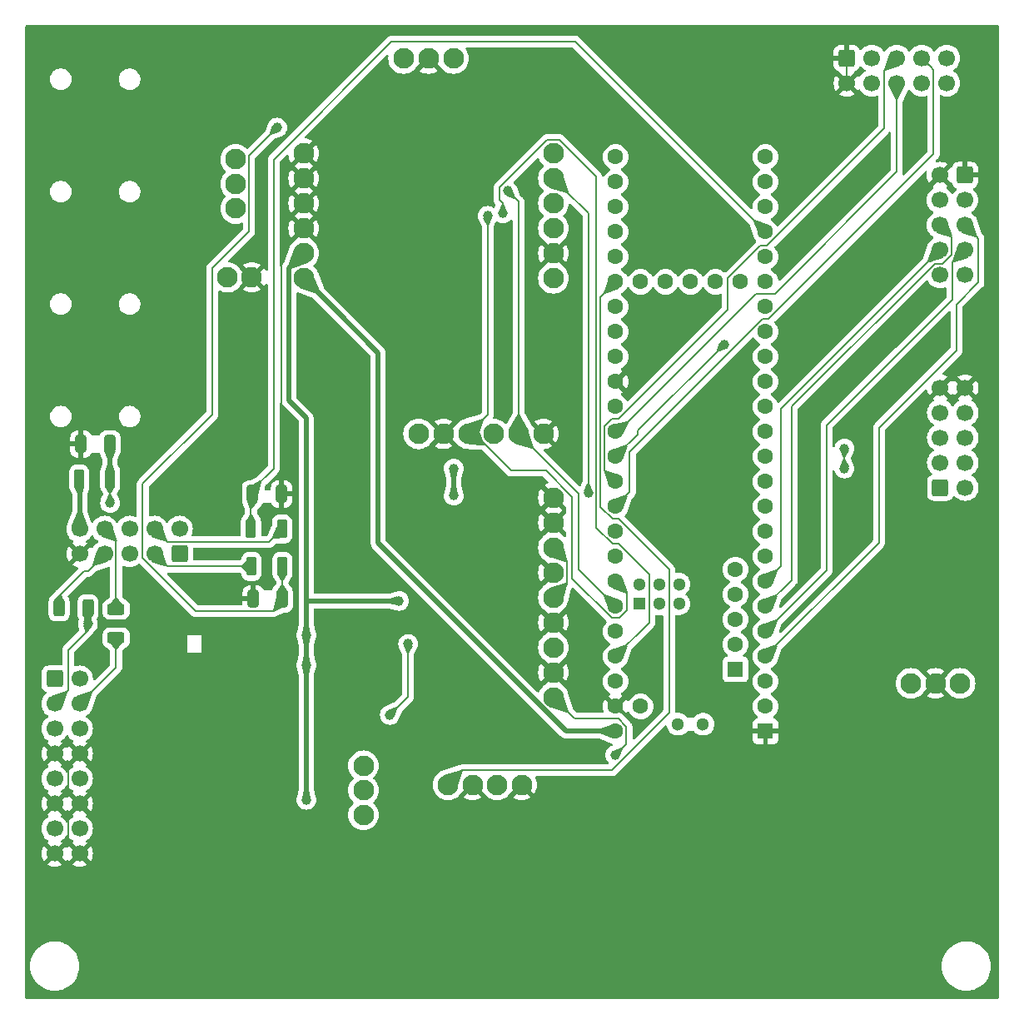
<source format=gbr>
G04 #@! TF.GenerationSoftware,KiCad,Pcbnew,8.0.5*
G04 #@! TF.CreationDate,2024-09-11T06:58:09-04:00*
G04 #@! TF.ProjectId,t41_2_main_board,7434315f-325f-46d6-9169-6e5f626f6172,1.0*
G04 #@! TF.SameCoordinates,Original*
G04 #@! TF.FileFunction,Copper,L2,Bot*
G04 #@! TF.FilePolarity,Positive*
%FSLAX46Y46*%
G04 Gerber Fmt 4.6, Leading zero omitted, Abs format (unit mm)*
G04 Created by KiCad (PCBNEW 8.0.5) date 2024-09-11 06:58:09*
%MOMM*%
%LPD*%
G01*
G04 APERTURE LIST*
G04 Aperture macros list*
%AMRoundRect*
0 Rectangle with rounded corners*
0 $1 Rounding radius*
0 $2 $3 $4 $5 $6 $7 $8 $9 X,Y pos of 4 corners*
0 Add a 4 corners polygon primitive as box body*
4,1,4,$2,$3,$4,$5,$6,$7,$8,$9,$2,$3,0*
0 Add four circle primitives for the rounded corners*
1,1,$1+$1,$2,$3*
1,1,$1+$1,$4,$5*
1,1,$1+$1,$6,$7*
1,1,$1+$1,$8,$9*
0 Add four rect primitives between the rounded corners*
20,1,$1+$1,$2,$3,$4,$5,0*
20,1,$1+$1,$4,$5,$6,$7,0*
20,1,$1+$1,$6,$7,$8,$9,0*
20,1,$1+$1,$8,$9,$2,$3,0*%
G04 Aperture macros list end*
G04 #@! TA.AperFunction,ComponentPad*
%ADD10C,2.100000*%
G04 #@! TD*
G04 #@! TA.AperFunction,ComponentPad*
%ADD11RoundRect,0.250000X-0.600000X-0.600000X0.600000X-0.600000X0.600000X0.600000X-0.600000X0.600000X0*%
G04 #@! TD*
G04 #@! TA.AperFunction,ComponentPad*
%ADD12C,1.700000*%
G04 #@! TD*
G04 #@! TA.AperFunction,ComponentPad*
%ADD13R,1.600000X1.600000*%
G04 #@! TD*
G04 #@! TA.AperFunction,ComponentPad*
%ADD14C,1.600000*%
G04 #@! TD*
G04 #@! TA.AperFunction,ComponentPad*
%ADD15R,1.300000X1.300000*%
G04 #@! TD*
G04 #@! TA.AperFunction,ComponentPad*
%ADD16C,1.300000*%
G04 #@! TD*
G04 #@! TA.AperFunction,SMDPad,CuDef*
%ADD17RoundRect,0.250000X0.275000X0.700000X-0.275000X0.700000X-0.275000X-0.700000X0.275000X-0.700000X0*%
G04 #@! TD*
G04 #@! TA.AperFunction,SMDPad,CuDef*
%ADD18RoundRect,0.250000X0.312500X0.625000X-0.312500X0.625000X-0.312500X-0.625000X0.312500X-0.625000X0*%
G04 #@! TD*
G04 #@! TA.AperFunction,SMDPad,CuDef*
%ADD19RoundRect,0.250000X-0.325000X-0.650000X0.325000X-0.650000X0.325000X0.650000X-0.325000X0.650000X0*%
G04 #@! TD*
G04 #@! TA.AperFunction,ComponentPad*
%ADD20RoundRect,0.250000X-0.600000X0.600000X-0.600000X-0.600000X0.600000X-0.600000X0.600000X0.600000X0*%
G04 #@! TD*
G04 #@! TA.AperFunction,SMDPad,CuDef*
%ADD21RoundRect,0.250000X-0.275000X-0.700000X0.275000X-0.700000X0.275000X0.700000X-0.275000X0.700000X0*%
G04 #@! TD*
G04 #@! TA.AperFunction,SMDPad,CuDef*
%ADD22RoundRect,0.250000X-0.625000X0.312500X-0.625000X-0.312500X0.625000X-0.312500X0.625000X0.312500X0*%
G04 #@! TD*
G04 #@! TA.AperFunction,ComponentPad*
%ADD23RoundRect,0.250000X0.600000X0.600000X-0.600000X0.600000X-0.600000X-0.600000X0.600000X-0.600000X0*%
G04 #@! TD*
G04 #@! TA.AperFunction,SMDPad,CuDef*
%ADD24RoundRect,0.250000X0.325000X0.650000X-0.325000X0.650000X-0.325000X-0.650000X0.325000X-0.650000X0*%
G04 #@! TD*
G04 #@! TA.AperFunction,ComponentPad*
%ADD25RoundRect,0.250000X0.600000X-0.600000X0.600000X0.600000X-0.600000X0.600000X-0.600000X-0.600000X0*%
G04 #@! TD*
G04 #@! TA.AperFunction,ViaPad*
%ADD26C,1.000000*%
G04 #@! TD*
G04 #@! TA.AperFunction,Conductor*
%ADD27C,0.200000*%
G04 #@! TD*
G04 #@! TA.AperFunction,Conductor*
%ADD28C,0.500000*%
G04 #@! TD*
G04 APERTURE END LIST*
D10*
X131399400Y-134618400D03*
X131399400Y-132118400D03*
X131399400Y-129618400D03*
X125323800Y-67348400D03*
X125323800Y-69888400D03*
X125323800Y-72428400D03*
X125323800Y-74968400D03*
X125323800Y-77508400D03*
X125323800Y-80048400D03*
X150723800Y-80048400D03*
X150723800Y-77508400D03*
X150723800Y-74968400D03*
X150723800Y-72428400D03*
X150723800Y-69888400D03*
X150723800Y-67348400D03*
X140563800Y-57696400D03*
X138023800Y-57696400D03*
X135483800Y-57696400D03*
X139988800Y-131564600D03*
X142488800Y-131564600D03*
X144988800Y-131564600D03*
X147488800Y-131564600D03*
X118415000Y-72958000D03*
X118415000Y-70458000D03*
X118415000Y-67958000D03*
D11*
X100000000Y-120790000D03*
D12*
X102540000Y-120790000D03*
X100000000Y-123330000D03*
X102540000Y-123330000D03*
X100000000Y-125870000D03*
X102540000Y-125870000D03*
X100000000Y-128410000D03*
X102540000Y-128410000D03*
X100000000Y-130950000D03*
X102540000Y-130950000D03*
X100000000Y-133490000D03*
X102540000Y-133490000D03*
X100000000Y-136030000D03*
X102540000Y-136030000D03*
X100000000Y-138570000D03*
X102540000Y-138570000D03*
D13*
X172288400Y-126124000D03*
D14*
X172288400Y-123584000D03*
X172288400Y-121044000D03*
X172288400Y-118504000D03*
X172288400Y-115964000D03*
X172288400Y-113424000D03*
X172288400Y-110884000D03*
X172288400Y-108344000D03*
X172288400Y-105804000D03*
X172288400Y-103264000D03*
X172288400Y-100724000D03*
X172288400Y-98184000D03*
X172288400Y-95644000D03*
X172288400Y-93104000D03*
X172288400Y-90564000D03*
X172288400Y-88024000D03*
X172288400Y-85484000D03*
X172288400Y-82944000D03*
X172288400Y-80404000D03*
X172288400Y-77864000D03*
X172288400Y-75324000D03*
X172288400Y-72784000D03*
X172288400Y-70244000D03*
X172288400Y-67704000D03*
X157048400Y-67704000D03*
X157048400Y-70244000D03*
X157048400Y-72784000D03*
X157048400Y-75324000D03*
X157048400Y-77864000D03*
X157048400Y-80404000D03*
X157048400Y-82944000D03*
X157048400Y-85484000D03*
X157048400Y-88024000D03*
X157048400Y-90564000D03*
X157048400Y-93104000D03*
X157048400Y-95644000D03*
X157048400Y-98184000D03*
X157048400Y-100724000D03*
X157048400Y-103264000D03*
X157048400Y-105804000D03*
X157048400Y-108344000D03*
X157048400Y-110884000D03*
X157048400Y-113424000D03*
X157048400Y-115964000D03*
X157048400Y-118504000D03*
X157048400Y-121044000D03*
X157048400Y-123584000D03*
X157048400Y-126124000D03*
X159588400Y-123584000D03*
X169748400Y-80404000D03*
X167208400Y-80404000D03*
X164668400Y-80404000D03*
X162128400Y-80404000D03*
X159588400Y-80404000D03*
D13*
X169237600Y-119824800D03*
D14*
X169237600Y-117284800D03*
X169237600Y-114744800D03*
X169237600Y-112204800D03*
X169237600Y-109664800D03*
D15*
X159486800Y-113154000D03*
D16*
X161486800Y-113154000D03*
X163486800Y-113154000D03*
X163486800Y-111154000D03*
X161486800Y-111154000D03*
X159486800Y-111154000D03*
X163398400Y-125394000D03*
X165938400Y-125394000D03*
D10*
X117551400Y-79946800D03*
X120051400Y-79946800D03*
X150723800Y-122669600D03*
X150723800Y-120129600D03*
X150723800Y-117589600D03*
X150723800Y-115049600D03*
X150723800Y-112509600D03*
X150723800Y-109969600D03*
X150723800Y-107429600D03*
X150723800Y-104889600D03*
X150723800Y-102349600D03*
X149707800Y-95872600D03*
X147167800Y-95872600D03*
X144627800Y-95872600D03*
X142087800Y-95872600D03*
X139547800Y-95872600D03*
X137007800Y-95872600D03*
D17*
X123114000Y-105550000D03*
X119964000Y-105550000D03*
X123165000Y-109360000D03*
X120015000Y-109360000D03*
D18*
X103378200Y-113576400D03*
X100453200Y-113576400D03*
D19*
X120193000Y-112662000D03*
X123143000Y-112662000D03*
D20*
X180568800Y-57655100D03*
D12*
X180568800Y-60195100D03*
X183108800Y-57655100D03*
X183108800Y-60195100D03*
X185648800Y-57655100D03*
X185648800Y-60195100D03*
X188188800Y-57655100D03*
X188188800Y-60195100D03*
X190728800Y-57655100D03*
X190728800Y-60195100D03*
D11*
X190068400Y-101333600D03*
D12*
X192608400Y-101333600D03*
X190068400Y-98793600D03*
X192608400Y-98793600D03*
X190068400Y-96253600D03*
X192608400Y-96253600D03*
X190068400Y-93713600D03*
X192608400Y-93713600D03*
X190068400Y-91173600D03*
X192608400Y-91173600D03*
D21*
X102489000Y-100470000D03*
X105639000Y-100470000D03*
D10*
X192075000Y-121247200D03*
X189575000Y-121247200D03*
X187075000Y-121247200D03*
D22*
X106248400Y-113703400D03*
X106248400Y-116628400D03*
D23*
X192573500Y-69558200D03*
D12*
X190033500Y-69558200D03*
X192573500Y-72098200D03*
X190033500Y-72098200D03*
X192573500Y-74638200D03*
X190033500Y-74638200D03*
X192573500Y-77178200D03*
X190033500Y-77178200D03*
X192573500Y-79718200D03*
X190033500Y-79718200D03*
D24*
X123065000Y-101980000D03*
X120115000Y-101980000D03*
X105617000Y-96914000D03*
X102667000Y-96914000D03*
D25*
X112700000Y-108090000D03*
D12*
X112700000Y-105550000D03*
X110160000Y-108090000D03*
X110160000Y-105550000D03*
X107620000Y-108090000D03*
X107620000Y-105550000D03*
X105080000Y-108090000D03*
X105080000Y-105550000D03*
X102540000Y-108090000D03*
X102540000Y-105550000D03*
D26*
X182524600Y-135598200D03*
X134518600Y-128867200D03*
X161976000Y-126606600D03*
X140589200Y-99403200D03*
X125591000Y-133090000D03*
X140589200Y-102146400D03*
X135026600Y-112865200D03*
X125591000Y-119393000D03*
X125591000Y-116345000D03*
X122622000Y-64720600D03*
X131470600Y-100139800D03*
X111354000Y-95898000D03*
X129159000Y-98361800D03*
X152705000Y-57620200D03*
X107975600Y-110045800D03*
X164821000Y-93104000D03*
X99415800Y-118250000D03*
X170333000Y-87668400D03*
X175159000Y-72250600D03*
X184988400Y-138011200D03*
X161849000Y-73647600D03*
X175133200Y-77940200D03*
X115595600Y-97142600D03*
X114986000Y-141034000D03*
X127051000Y-114287600D03*
X195173800Y-127952800D03*
X145593000Y-78524400D03*
X117907000Y-115456000D03*
X155016000Y-67856400D03*
X112370000Y-123279000D03*
X146939200Y-123025200D03*
X170231000Y-95644000D03*
X166294000Y-109614000D03*
X127228800Y-127495600D03*
X168123000Y-78422800D03*
X127101800Y-104661000D03*
X141021000Y-123406200D03*
X158699400Y-119621600D03*
X161264800Y-62395400D03*
X161772800Y-78524400D03*
X166675000Y-67881800D03*
X184074000Y-86703200D03*
X133858200Y-114363800D03*
X142621200Y-90462400D03*
X157556400Y-62395400D03*
X133172400Y-121348800D03*
X98526800Y-89624200D03*
X130099000Y-86779400D03*
X137363400Y-121348800D03*
X127178000Y-134201200D03*
X127051000Y-111290400D03*
X142773600Y-84493400D03*
X182905600Y-63284400D03*
X110389000Y-70345600D03*
X134518600Y-97218800D03*
X139471600Y-83274200D03*
X130734000Y-62116000D03*
X124053800Y-122085400D03*
X186817200Y-88862200D03*
X185902800Y-100114400D03*
X113868400Y-119189800D03*
X152984000Y-87160400D03*
X118313400Y-131661200D03*
X130988000Y-57366200D03*
X154102000Y-55131000D03*
X162077600Y-105931000D03*
X184429600Y-66561000D03*
X117272000Y-93104000D03*
X193116400Y-103289400D03*
X117551400Y-75654200D03*
X104420000Y-119368000D03*
X167158000Y-82461400D03*
X127076400Y-122085400D03*
X138862000Y-101613000D03*
X182220000Y-106795000D03*
X145745000Y-84264800D03*
X104902200Y-111087200D03*
X169698000Y-74485800D03*
X126136600Y-62243000D03*
X183998000Y-108598000D03*
X107569200Y-119189800D03*
X132639000Y-136461800D03*
X163957000Y-120866000D03*
X159055000Y-70421800D03*
X179832000Y-108039000D03*
X174219000Y-91199000D03*
X170561200Y-137935000D03*
X116484600Y-111569800D03*
X142469000Y-78524400D03*
X170333000Y-71463200D03*
X98425200Y-55715200D03*
X142570400Y-102248000D03*
X109931400Y-88963800D03*
X150546000Y-84417200D03*
X130657800Y-83198000D03*
X179019000Y-91630800D03*
X120040600Y-82309000D03*
X134925000Y-92697600D03*
X104064000Y-54902400D03*
X136474000Y-63513000D03*
X127406600Y-95593200D03*
X141833800Y-105270600D03*
X159334400Y-76111400D03*
X183642200Y-91884800D03*
X125400000Y-88684400D03*
X155854600Y-137858800D03*
X167107000Y-71691800D03*
X102464000Y-63513000D03*
X131399400Y-127168400D03*
X99517400Y-100800000D03*
X187986000Y-77330600D03*
X109398000Y-91834000D03*
X189179000Y-81623200D03*
X173406000Y-128968800D03*
X133502600Y-111290400D03*
X176225000Y-106464000D03*
X126060400Y-83883800D03*
X114986000Y-105296000D03*
X193751000Y-56553400D03*
X119558000Y-99835000D03*
X142774000Y-57569400D03*
X194869000Y-137655600D03*
X160223400Y-97879200D03*
X142621000Y-65976800D03*
X117170000Y-126403000D03*
X153416200Y-141237000D03*
X114732000Y-108115400D03*
X172466200Y-131559600D03*
X170256400Y-103365600D03*
X161239400Y-116116400D03*
X145415200Y-89649600D03*
X114935200Y-78499000D03*
X155295800Y-128359200D03*
X136296600Y-134074200D03*
X101778000Y-76213000D03*
X170561200Y-141262400D03*
X124206000Y-114491000D03*
X182220000Y-110325000D03*
X170637400Y-106972400D03*
X142646600Y-114186000D03*
X191262200Y-126886000D03*
X134442400Y-106083400D03*
X176200000Y-110249000D03*
X121615400Y-111011000D03*
X131369000Y-91580000D03*
X141198800Y-111417400D03*
X186868000Y-68008800D03*
X158953000Y-82258200D03*
X194843600Y-146799600D03*
X148285400Y-86703200D03*
X110922000Y-103492600D03*
X123952200Y-127495600D03*
X159842400Y-100952600D03*
X110972800Y-114262200D03*
X98501400Y-78448200D03*
X154102000Y-131610400D03*
X193700600Y-82664600D03*
X158953400Y-129603800D03*
X98577600Y-66789600D03*
X165253000Y-70320200D03*
X193218000Y-117742000D03*
X144602400Y-128867200D03*
X134264600Y-88760600D03*
X174295000Y-84544200D03*
X159106000Y-87973200D03*
X174295000Y-120942000D03*
X186919000Y-62065200D03*
X159436000Y-125514400D03*
X162712600Y-67780200D03*
X105638800Y-102908400D03*
X168072000Y-86779400D03*
X144043000Y-73706800D03*
X145575000Y-73464800D03*
X154275000Y-101898000D03*
X146078000Y-71174500D03*
X180314800Y-97365900D03*
X180314800Y-99403200D03*
X157003000Y-128549000D03*
X103378200Y-115176600D03*
X134086800Y-124447600D03*
X135941000Y-117234000D03*
D27*
X145237400Y-72047400D02*
X145237400Y-70828900D01*
X145237400Y-70828900D02*
X145247000Y-70819300D01*
X152767000Y-124712800D02*
X152908200Y-124854000D01*
X152767000Y-124712000D02*
X152767000Y-124712800D01*
X158150000Y-125652000D02*
X157353024Y-124854176D01*
X152908200Y-124854000D02*
X153060600Y-124854000D01*
X153060776Y-124854176D02*
X157353024Y-124854176D01*
X153060600Y-124854000D02*
X153060776Y-124854176D01*
X171311900Y-81648600D02*
X173228200Y-81648600D01*
X185648800Y-60195100D02*
X185648800Y-69228000D01*
X185648800Y-69228000D02*
X173228200Y-81648600D01*
X166922000Y-86038500D02*
X171311900Y-81648600D01*
D28*
X125591000Y-94274300D02*
X125591000Y-112865200D01*
D27*
X150724000Y-112510000D02*
X150724100Y-112509900D01*
D28*
X125323800Y-77508400D02*
X123814000Y-79018200D01*
X123814000Y-79018200D02*
X123814000Y-92496400D01*
X125591000Y-119393000D02*
X125591000Y-116345000D01*
D27*
X150723800Y-107429800D02*
X150723800Y-107429600D01*
D28*
X125591000Y-133090000D02*
X125591000Y-119393000D01*
X137007800Y-95872600D02*
X137008000Y-95872600D01*
D27*
X150723800Y-112509600D02*
X150724100Y-112509900D01*
D28*
X125591000Y-116345000D02*
X125591000Y-112865200D01*
X135026600Y-112865200D02*
X125591000Y-112865200D01*
X123814000Y-92496400D02*
X125591000Y-94274300D01*
D27*
X151399000Y-111834000D02*
X150724000Y-112510000D01*
X150724000Y-107430000D02*
X152076000Y-108782000D01*
X150724100Y-112509900D02*
X151400000Y-111834000D01*
D28*
X140589200Y-102146400D02*
X140589200Y-99403200D01*
D27*
X152076000Y-111158000D02*
X151400000Y-111834000D01*
X152076000Y-108782000D02*
X152076000Y-111158000D01*
X151400000Y-111834000D02*
X151399000Y-111834000D01*
X150724000Y-107430000D02*
X150723800Y-107429800D01*
D28*
X152032000Y-126124000D02*
X132887000Y-106979000D01*
X132887000Y-106979000D02*
X132887000Y-87611200D01*
X128466000Y-83190100D02*
X125324300Y-80048400D01*
X157048000Y-126124000D02*
X157048400Y-126124000D01*
X125324300Y-80048400D02*
X125323800Y-80048400D01*
X132887000Y-87611200D02*
X128466000Y-83190100D01*
X157048000Y-126124000D02*
X152032000Y-126124000D01*
D27*
X123143000Y-112662000D02*
X123143000Y-113014000D01*
X116022000Y-79018200D02*
X119767000Y-75273200D01*
X119767000Y-75273200D02*
X119767000Y-67575500D01*
X123165000Y-109360000D02*
X123165000Y-112640000D01*
X123165000Y-112640000D02*
X123143000Y-112662000D01*
X122284000Y-113873000D02*
X114312000Y-113873000D01*
X123143000Y-113014000D02*
X122284000Y-113873000D01*
X116022000Y-93909800D02*
X116022000Y-79018200D01*
X114312000Y-113873000D02*
X108955000Y-108517000D01*
X119767000Y-67575500D02*
X122622000Y-64720600D01*
X108955000Y-108517000D02*
X108955000Y-100976000D01*
X108955000Y-100976000D02*
X116022000Y-93909800D01*
X153287000Y-56322600D02*
X153287000Y-56322800D01*
X152933600Y-55969200D02*
X153287000Y-56322600D01*
X119964000Y-102131000D02*
X119964000Y-105550000D01*
X120115000Y-101980000D02*
X120115000Y-101564000D01*
X171878400Y-74914000D02*
X172288400Y-75324000D01*
X153287000Y-56322800D02*
X171058000Y-74094000D01*
X120115000Y-101564000D02*
X122264000Y-99415000D01*
X171058400Y-74094000D02*
X172288400Y-75324000D01*
X171878000Y-74914000D02*
X172288000Y-75324000D01*
X134264600Y-55969200D02*
X152933600Y-55969200D01*
X171878000Y-74914000D02*
X171878400Y-74914000D01*
X120115000Y-101980000D02*
X119964000Y-102131000D01*
X122264000Y-67969800D02*
X134264600Y-55969200D01*
X171058000Y-74094000D02*
X171058400Y-74094000D01*
X122264000Y-99415000D02*
X122264000Y-67969800D01*
X162487000Y-124243000D02*
X156635000Y-130096000D01*
X141458000Y-130096000D02*
X140664000Y-130890000D01*
X139988800Y-131564600D02*
X139989100Y-131564900D01*
X157048400Y-80404000D02*
X157048000Y-80404000D01*
X156729000Y-104534000D02*
X157342000Y-104534000D01*
X139989000Y-131565000D02*
X139989100Y-131564900D01*
X155495000Y-81957700D02*
X155495000Y-103300000D01*
X140664000Y-130890000D02*
X140663000Y-130890000D01*
X156635000Y-130096000D02*
X141458000Y-130096000D01*
X155495000Y-103300000D02*
X156729000Y-104534000D01*
X140663000Y-130890000D02*
X139989000Y-131565000D01*
X157342000Y-104534000D02*
X162487000Y-109679000D01*
X162487000Y-109679000D02*
X162487000Y-124243000D01*
X139989100Y-131564900D02*
X140664000Y-130890000D01*
X157048000Y-80404000D02*
X155495000Y-81957700D01*
X101375000Y-134655000D02*
X101375000Y-137405000D01*
X101609000Y-129341000D02*
X101349000Y-129341000D01*
X101191000Y-132299000D02*
X100000000Y-133490000D01*
X101349000Y-129341000D02*
X101349000Y-132299000D01*
X101349000Y-132299000D02*
X101191000Y-132299000D01*
X101349000Y-129341000D02*
X100931000Y-129341000D01*
X102540000Y-128410000D02*
X101609000Y-129341000D01*
X101349000Y-132299000D02*
X102540000Y-133490000D01*
X123065000Y-101980000D02*
X123065000Y-77227200D01*
X100931000Y-129341000D02*
X100000000Y-128410000D01*
X101375000Y-137405000D02*
X101165000Y-137405000D01*
X101165000Y-137405000D02*
X100000000Y-138570000D01*
X102540000Y-133490000D02*
X101375000Y-134655000D01*
X101375000Y-137405000D02*
X102540000Y-138570000D01*
X180569000Y-60195100D02*
X180569000Y-57655100D01*
X111430000Y-109360000D02*
X120015000Y-109360000D01*
X110160000Y-108090000D02*
X111430000Y-109360000D01*
X110160000Y-105550000D02*
X111490000Y-106880000D01*
X121784000Y-106880000D02*
X123114000Y-105550000D01*
X111490000Y-106880000D02*
X121784000Y-106880000D01*
D28*
X102540000Y-105550000D02*
X102540000Y-100521000D01*
D27*
X102540000Y-100521000D02*
X102489000Y-100470000D01*
X105639000Y-100470000D02*
X105617000Y-100448000D01*
X105639000Y-100470000D02*
X105639000Y-102908200D01*
X105639000Y-102908200D02*
X105638800Y-102908400D01*
D28*
X105617000Y-100448000D02*
X105617000Y-96914000D01*
D27*
X190318000Y-78566500D02*
X191190000Y-77694800D01*
X191190000Y-75794400D02*
X190901000Y-75505300D01*
X191190000Y-77694800D02*
X191190000Y-75794400D01*
X190901000Y-75505300D02*
X190900600Y-75505300D01*
X172288000Y-113424000D02*
X172288400Y-113423600D01*
X190900600Y-75505300D02*
X190033500Y-74638200D01*
X174966000Y-110746000D02*
X174966000Y-93101500D01*
X189502000Y-78566500D02*
X190318000Y-78566500D01*
X174966000Y-93101500D02*
X189502000Y-78566500D01*
X172288400Y-113423600D02*
X172288400Y-113424000D01*
X190901000Y-75505300D02*
X190612000Y-75216300D01*
X172288400Y-113423600D02*
X174966000Y-110746000D01*
X172288400Y-110884000D02*
X172288000Y-110884000D01*
X190034000Y-77178400D02*
X173870000Y-93342100D01*
X190033500Y-77178200D02*
X190034000Y-77178200D01*
X190034000Y-77178200D02*
X190034000Y-77178400D01*
X172289000Y-110884000D02*
X172288400Y-110884000D01*
X173870000Y-93342100D02*
X173870000Y-109303000D01*
X173870000Y-109303000D02*
X172289000Y-110884000D01*
X192574000Y-77178400D02*
X191304000Y-78448200D01*
X178501000Y-109752000D02*
X172909000Y-115343000D01*
X191304000Y-78448200D02*
X191304000Y-82196000D01*
X172288400Y-115963600D02*
X172288000Y-115964000D01*
X172288400Y-115963600D02*
X172288400Y-115964000D01*
X192573500Y-77178200D02*
X192574000Y-77178200D01*
X192574000Y-77178200D02*
X192574000Y-77178400D01*
X172909000Y-115343000D02*
X172288400Y-115963600D01*
X178501000Y-94998900D02*
X178501000Y-109752000D01*
X191304000Y-82196000D02*
X178501000Y-94998900D01*
X192574000Y-74638200D02*
X193151000Y-75215200D01*
X191718000Y-87386800D02*
X183818000Y-95286600D01*
X193150500Y-75215200D02*
X192573500Y-74638200D01*
X193737000Y-75792200D02*
X193954600Y-76009800D01*
X172288400Y-118503600D02*
X172288000Y-118504000D01*
X193954600Y-80478800D02*
X191718000Y-82715400D01*
X193728000Y-75792200D02*
X193737000Y-75792200D01*
X183818000Y-106974000D02*
X172288400Y-118503600D01*
X193954600Y-76009800D02*
X193954600Y-80478800D01*
X172288400Y-118503600D02*
X172288400Y-118504000D01*
X193151000Y-75215200D02*
X193728000Y-75792200D01*
X193151000Y-75215200D02*
X193150500Y-75215200D01*
X183818000Y-95286600D02*
X183818000Y-106974000D01*
X191718000Y-82715400D02*
X191718000Y-87386800D01*
X159309000Y-95923400D02*
X157048400Y-98184000D01*
X157048400Y-98184000D02*
X157048200Y-98184000D01*
X168072000Y-86779400D02*
X159309000Y-95542400D01*
X159309000Y-95542400D02*
X159309000Y-95923400D01*
X157048200Y-98184000D02*
X157048000Y-98183800D01*
X157048200Y-103263800D02*
X158488000Y-101824000D01*
X189091000Y-58557400D02*
X188189000Y-57655200D01*
X158488000Y-97691500D02*
X171966000Y-84214000D01*
X188189000Y-57655200D02*
X188189000Y-57655100D01*
X171966000Y-84214000D02*
X172601000Y-84214000D01*
X157048000Y-103264000D02*
X157048200Y-103263800D01*
X172601000Y-84214000D02*
X189392000Y-67423500D01*
X189392000Y-67423500D02*
X189392000Y-58858200D01*
X189091000Y-58557400D02*
X188790000Y-58256600D01*
X188189000Y-57655100D02*
X188188800Y-57655100D01*
X158488000Y-101824000D02*
X158488000Y-97691500D01*
X157048400Y-103264000D02*
X157048200Y-103263800D01*
X189392000Y-58858200D02*
X189091000Y-58557400D01*
X155947000Y-99622300D02*
X157048000Y-100724000D01*
X172437000Y-76743100D02*
X171782000Y-76743100D01*
X185649000Y-57655300D02*
X185014000Y-58290200D01*
X168478000Y-80046900D02*
X168478000Y-83239200D01*
X171782000Y-76743100D02*
X168478000Y-80046900D01*
X185014000Y-58290200D02*
X185649000Y-57655400D01*
X157344000Y-94374000D02*
X156692000Y-94374000D01*
X168478000Y-83239200D02*
X157344000Y-94374000D01*
X185649000Y-57655300D02*
X185649000Y-57655200D01*
X155947000Y-95119700D02*
X155947000Y-99622300D01*
X157048400Y-100724000D02*
X157048000Y-100724000D01*
X185649000Y-57655200D02*
X185648900Y-57655200D01*
X185649000Y-57655200D02*
X185649000Y-57655100D01*
X184379000Y-64801700D02*
X172437000Y-76743100D01*
X185649000Y-57655400D02*
X185649000Y-57655300D01*
X184379000Y-58925100D02*
X184379000Y-64801700D01*
X185014000Y-58290200D02*
X184379000Y-58925100D01*
X185648900Y-57655200D02*
X185648800Y-57655100D01*
X156692000Y-94374000D02*
X155947000Y-95119700D01*
X142399000Y-95561300D02*
X146456000Y-99618500D01*
X156648000Y-114604000D02*
X157438000Y-114604000D01*
X142087800Y-95872600D02*
X142088000Y-95872600D01*
X152601000Y-102279000D02*
X152601000Y-110557000D01*
X157048200Y-110884200D02*
X157048000Y-110884000D01*
X142088000Y-95872600D02*
X142399000Y-95561300D01*
X158194000Y-112029000D02*
X157048200Y-110884200D01*
X152601000Y-110557000D02*
X156648000Y-114604000D01*
X149941000Y-99618500D02*
X152601000Y-102279000D01*
X142399000Y-95561300D02*
X144043000Y-93917200D01*
X157438000Y-114604000D02*
X158194000Y-113848000D01*
X157048400Y-110884000D02*
X157048200Y-110884200D01*
X144043000Y-93917200D02*
X144043000Y-73706800D01*
X146456000Y-99618500D02*
X149941000Y-99618500D01*
X158194000Y-113848000D02*
X158194000Y-112029000D01*
X157048400Y-118504000D02*
X157048200Y-118503800D01*
X160487000Y-110202000D02*
X157359000Y-107074000D01*
X145575000Y-72385000D02*
X145237400Y-72047400D01*
X145575000Y-73464800D02*
X145575000Y-72385000D01*
X157048200Y-118503800D02*
X160487000Y-115066000D01*
X157048000Y-118504000D02*
X157048200Y-118503800D01*
X155085000Y-69737100D02*
X151335000Y-65987600D01*
X157359000Y-107074000D02*
X156739000Y-107074000D01*
X155085000Y-105420000D02*
X155085000Y-69737100D01*
X160487000Y-115066000D02*
X160487000Y-110202000D01*
X151335000Y-65987600D02*
X150079000Y-65987600D01*
X150079000Y-65987600D02*
X145247000Y-70819300D01*
X156739000Y-107074000D02*
X155085000Y-105420000D01*
X151766000Y-70930900D02*
X151419000Y-70583400D01*
X154275000Y-101898000D02*
X154275000Y-73439400D01*
X154275000Y-73439400D02*
X151766000Y-70930900D01*
X150723800Y-69888400D02*
X150724000Y-69888400D01*
X151766000Y-70930900D02*
X150724000Y-69888400D01*
X157048000Y-113424000D02*
X156228000Y-112604000D01*
X147168000Y-91714900D02*
X147168000Y-91715100D01*
X147168000Y-72264000D02*
X147168000Y-91714900D01*
X146078000Y-71174500D02*
X147168000Y-72264000D01*
X153251000Y-109627000D02*
X156228000Y-112604000D01*
X147167800Y-95872600D02*
X147168000Y-95872600D01*
X157048400Y-113424000D02*
X157048000Y-113424000D01*
X147168000Y-91714900D02*
X147168000Y-91715100D01*
X147168000Y-91715100D02*
X147168000Y-95872600D01*
X153251000Y-101956000D02*
X153251000Y-109627000D01*
X147168000Y-95872600D02*
X153251000Y-101956000D01*
X147168000Y-91715100D02*
X147168000Y-95872600D01*
X180314800Y-99403200D02*
X180314800Y-97365900D01*
X150979000Y-122925000D02*
X150724000Y-122670000D01*
X152767000Y-124712000D02*
X151746000Y-123691000D01*
X150979000Y-122925000D02*
X150724000Y-122670000D01*
X157003000Y-128549000D02*
X158150000Y-127402000D01*
X150723800Y-122669800D02*
X150723800Y-122669600D01*
X150724000Y-122670000D02*
X150723800Y-122669800D01*
X151234000Y-123180000D02*
X150979000Y-122925000D01*
X151746000Y-123691000D02*
X151745000Y-123691000D01*
X150724000Y-122670000D02*
X151746000Y-123691000D01*
X151234000Y-123180000D02*
X150979000Y-122925000D01*
X151745000Y-123691000D02*
X151234000Y-123180000D01*
X158150000Y-127402000D02*
X158150000Y-125652000D01*
X157048000Y-95644000D02*
X157048400Y-95644000D01*
X157317000Y-95644000D02*
X166922000Y-86038500D01*
X157048400Y-95644000D02*
X157317000Y-95644000D01*
X157048400Y-88024000D02*
X157048200Y-88024000D01*
X157048200Y-88024000D02*
X157048000Y-88023800D01*
X103378200Y-115176600D02*
X103378200Y-113576400D01*
X101358000Y-121972000D02*
X101358000Y-117857200D01*
X101358000Y-121972000D02*
X100000000Y-123330000D01*
X101358000Y-117857200D02*
X103378200Y-115837000D01*
X103378200Y-115837000D02*
X103378200Y-115176600D01*
X135941000Y-122593400D02*
X134086800Y-124447600D01*
X135941000Y-117234000D02*
X135941000Y-122593400D01*
X106248400Y-119621600D02*
X106248400Y-116628400D01*
X102540000Y-123330000D02*
X106248400Y-119621600D01*
X105080000Y-105550000D02*
X106248400Y-106718400D01*
X106248400Y-106718400D02*
X106248400Y-113703400D01*
X105080000Y-108090000D02*
X103378200Y-109791800D01*
X103022600Y-109791800D02*
X100453200Y-112361200D01*
X100453200Y-112361200D02*
X100453200Y-113576400D01*
X103378200Y-109791800D02*
X103022600Y-109791800D01*
G04 #@! TA.AperFunction,Conductor*
G36*
X101354855Y-136696546D02*
G01*
X101371575Y-136715842D01*
X101501500Y-136901395D01*
X101501505Y-136901401D01*
X101668599Y-137068495D01*
X101854594Y-137198730D01*
X101898218Y-137253307D01*
X101905411Y-137322806D01*
X101873889Y-137385160D01*
X101854593Y-137401880D01*
X101778626Y-137455072D01*
X101778625Y-137455072D01*
X102410590Y-138087037D01*
X102347007Y-138104075D01*
X102232993Y-138169901D01*
X102139901Y-138262993D01*
X102074075Y-138377007D01*
X102057037Y-138440590D01*
X101425072Y-137808625D01*
X101425072Y-137808626D01*
X101371574Y-137885030D01*
X101316998Y-137928655D01*
X101247499Y-137935849D01*
X101185144Y-137904326D01*
X101168424Y-137885030D01*
X101114925Y-137808626D01*
X101114925Y-137808625D01*
X100482962Y-138440589D01*
X100465925Y-138377007D01*
X100400099Y-138262993D01*
X100307007Y-138169901D01*
X100192993Y-138104075D01*
X100129410Y-138087037D01*
X100761373Y-137455073D01*
X100761373Y-137455072D01*
X100685405Y-137401880D01*
X100641780Y-137347304D01*
X100634586Y-137277805D01*
X100666108Y-137215451D01*
X100685399Y-137198734D01*
X100871401Y-137068495D01*
X101038495Y-136901401D01*
X101168425Y-136715842D01*
X101223002Y-136672217D01*
X101292500Y-136665023D01*
X101354855Y-136696546D01*
G37*
G04 #@! TD.AperFunction*
G04 #@! TA.AperFunction,Conductor*
G36*
X102074075Y-133682993D02*
G01*
X102139901Y-133797007D01*
X102232993Y-133890099D01*
X102347007Y-133955925D01*
X102410590Y-133972962D01*
X101778625Y-134604925D01*
X101854594Y-134658119D01*
X101898219Y-134712696D01*
X101905413Y-134782194D01*
X101873890Y-134844549D01*
X101854595Y-134861269D01*
X101668594Y-134991508D01*
X101501505Y-135158597D01*
X101371575Y-135344158D01*
X101316998Y-135387783D01*
X101247500Y-135394977D01*
X101185145Y-135363454D01*
X101168425Y-135344158D01*
X101038494Y-135158597D01*
X100871402Y-134991506D01*
X100871401Y-134991505D01*
X100685405Y-134861269D01*
X100641781Y-134806692D01*
X100634588Y-134737193D01*
X100666110Y-134674839D01*
X100685405Y-134658119D01*
X100761373Y-134604925D01*
X100129409Y-133972962D01*
X100192993Y-133955925D01*
X100307007Y-133890099D01*
X100400099Y-133797007D01*
X100465925Y-133682993D01*
X100482962Y-133619410D01*
X101114925Y-134251373D01*
X101168425Y-134174968D01*
X101223002Y-134131344D01*
X101292501Y-134124151D01*
X101354855Y-134155673D01*
X101371576Y-134174969D01*
X101425073Y-134251372D01*
X102057037Y-133619409D01*
X102074075Y-133682993D01*
G37*
G04 #@! TD.AperFunction*
G04 #@! TA.AperFunction,Conductor*
G36*
X101354855Y-131616546D02*
G01*
X101371575Y-131635842D01*
X101501500Y-131821395D01*
X101501505Y-131821401D01*
X101668599Y-131988495D01*
X101854594Y-132118730D01*
X101898218Y-132173307D01*
X101905411Y-132242806D01*
X101873889Y-132305160D01*
X101854593Y-132321880D01*
X101778626Y-132375072D01*
X101778625Y-132375072D01*
X102410590Y-133007037D01*
X102347007Y-133024075D01*
X102232993Y-133089901D01*
X102139901Y-133182993D01*
X102074075Y-133297007D01*
X102057037Y-133360590D01*
X101425072Y-132728625D01*
X101425072Y-132728626D01*
X101371574Y-132805030D01*
X101316998Y-132848655D01*
X101247499Y-132855849D01*
X101185144Y-132824326D01*
X101168424Y-132805030D01*
X101114925Y-132728626D01*
X101114925Y-132728625D01*
X100482962Y-133360589D01*
X100465925Y-133297007D01*
X100400099Y-133182993D01*
X100307007Y-133089901D01*
X100192993Y-133024075D01*
X100129410Y-133007037D01*
X100761373Y-132375073D01*
X100761373Y-132375072D01*
X100685405Y-132321880D01*
X100641780Y-132267304D01*
X100634586Y-132197805D01*
X100666108Y-132135451D01*
X100685399Y-132118734D01*
X100871401Y-131988495D01*
X101038495Y-131821401D01*
X101168425Y-131635842D01*
X101223002Y-131592217D01*
X101292500Y-131585023D01*
X101354855Y-131616546D01*
G37*
G04 #@! TD.AperFunction*
G04 #@! TA.AperFunction,Conductor*
G36*
X102074075Y-128602993D02*
G01*
X102139901Y-128717007D01*
X102232993Y-128810099D01*
X102347007Y-128875925D01*
X102410590Y-128892962D01*
X101778625Y-129524925D01*
X101854594Y-129578119D01*
X101898219Y-129632696D01*
X101905413Y-129702194D01*
X101873890Y-129764549D01*
X101854595Y-129781269D01*
X101668594Y-129911508D01*
X101501505Y-130078597D01*
X101371575Y-130264158D01*
X101316998Y-130307783D01*
X101247500Y-130314977D01*
X101185145Y-130283454D01*
X101168425Y-130264158D01*
X101038494Y-130078597D01*
X100871402Y-129911506D01*
X100871401Y-129911505D01*
X100685405Y-129781269D01*
X100641781Y-129726692D01*
X100634588Y-129657193D01*
X100666110Y-129594839D01*
X100685405Y-129578119D01*
X100761373Y-129524925D01*
X100129409Y-128892962D01*
X100192993Y-128875925D01*
X100307007Y-128810099D01*
X100400099Y-128717007D01*
X100465925Y-128602993D01*
X100482962Y-128539410D01*
X101114925Y-129171373D01*
X101168425Y-129094968D01*
X101223002Y-129051344D01*
X101292501Y-129044151D01*
X101354855Y-129075673D01*
X101371576Y-129094969D01*
X101425073Y-129171372D01*
X102057037Y-128539409D01*
X102074075Y-128602993D01*
G37*
G04 #@! TD.AperFunction*
G04 #@! TA.AperFunction,Conductor*
G36*
X101354855Y-126536546D02*
G01*
X101371575Y-126555842D01*
X101501500Y-126741395D01*
X101501505Y-126741401D01*
X101668599Y-126908495D01*
X101854594Y-127038730D01*
X101898218Y-127093307D01*
X101905411Y-127162806D01*
X101873889Y-127225160D01*
X101854593Y-127241880D01*
X101778626Y-127295072D01*
X101778625Y-127295072D01*
X102410590Y-127927037D01*
X102347007Y-127944075D01*
X102232993Y-128009901D01*
X102139901Y-128102993D01*
X102074075Y-128217007D01*
X102057037Y-128280590D01*
X101425072Y-127648625D01*
X101425072Y-127648626D01*
X101371574Y-127725030D01*
X101316998Y-127768655D01*
X101247499Y-127775849D01*
X101185144Y-127744326D01*
X101168424Y-127725030D01*
X101114925Y-127648626D01*
X101114925Y-127648625D01*
X100482962Y-128280589D01*
X100465925Y-128217007D01*
X100400099Y-128102993D01*
X100307007Y-128009901D01*
X100192993Y-127944075D01*
X100129410Y-127927037D01*
X100761373Y-127295073D01*
X100761373Y-127295072D01*
X100685405Y-127241880D01*
X100641780Y-127187304D01*
X100634586Y-127117805D01*
X100666108Y-127055451D01*
X100685399Y-127038734D01*
X100871401Y-126908495D01*
X101038495Y-126741401D01*
X101168425Y-126555842D01*
X101223002Y-126512217D01*
X101292500Y-126505023D01*
X101354855Y-126536546D01*
G37*
G04 #@! TD.AperFunction*
G04 #@! TA.AperFunction,Conductor*
G36*
X161234255Y-114277219D02*
G01*
X161380190Y-114304500D01*
X161380191Y-114304500D01*
X161593408Y-114304500D01*
X161593410Y-114304500D01*
X161739717Y-114277150D01*
X161809230Y-114284181D01*
X161863908Y-114327678D01*
X161886391Y-114393832D01*
X161886500Y-114399039D01*
X161886500Y-123942937D01*
X161866815Y-124009976D01*
X161850189Y-124030611D01*
X158962189Y-126919104D01*
X158900868Y-126952594D01*
X158831176Y-126947615D01*
X158775239Y-126905749D01*
X158750817Y-126840287D01*
X158750500Y-126831430D01*
X158750500Y-125652320D01*
X158750509Y-125634586D01*
X158750542Y-125573262D01*
X158750540Y-125573256D01*
X158750501Y-125572948D01*
X158730107Y-125496837D01*
X158730090Y-125496773D01*
X158718370Y-125452940D01*
X158709700Y-125420513D01*
X158709699Y-125420512D01*
X158709699Y-125420510D01*
X158709657Y-125420409D01*
X158709578Y-125420218D01*
X158696731Y-125397967D01*
X158669682Y-125351116D01*
X158669649Y-125351058D01*
X158630715Y-125283539D01*
X158630518Y-125283282D01*
X158573437Y-125226201D01*
X158573404Y-125226141D01*
X158573391Y-125226155D01*
X157839414Y-124491396D01*
X157838941Y-124490857D01*
X157820031Y-124471947D01*
X157776543Y-124428459D01*
X157776512Y-124428402D01*
X157776500Y-124428415D01*
X157721992Y-124373850D01*
X157721743Y-124373659D01*
X157721740Y-124373656D01*
X157721735Y-124373653D01*
X157721731Y-124373650D01*
X157652341Y-124333588D01*
X157652349Y-124333573D01*
X157652283Y-124333555D01*
X157585106Y-124294723D01*
X157585103Y-124294722D01*
X157585096Y-124294718D01*
X157585082Y-124294712D01*
X157584998Y-124294678D01*
X157584806Y-124294598D01*
X157508398Y-124274124D01*
X157508337Y-124274108D01*
X157476628Y-124265593D01*
X157432401Y-124253718D01*
X157432399Y-124253717D01*
X157432388Y-124253715D01*
X157432095Y-124253676D01*
X157432081Y-124253676D01*
X157415885Y-124253676D01*
X157348846Y-124233991D01*
X157328204Y-124217357D01*
X157218634Y-124107787D01*
X157260692Y-124096518D01*
X157386108Y-124024110D01*
X157488510Y-123921708D01*
X157560918Y-123796292D01*
X157572187Y-123754234D01*
X158127424Y-124309471D01*
X158178533Y-124236482D01*
X158205741Y-124178135D01*
X158251913Y-124125696D01*
X158319107Y-124106543D01*
X158385988Y-124126758D01*
X158430505Y-124178132D01*
X158457832Y-124236734D01*
X158498436Y-124294723D01*
X158588354Y-124423141D01*
X158749258Y-124584045D01*
X158749261Y-124584047D01*
X158935666Y-124714568D01*
X159141904Y-124810739D01*
X159141909Y-124810740D01*
X159141911Y-124810741D01*
X159189730Y-124823554D01*
X159361708Y-124869635D01*
X159523630Y-124883801D01*
X159588398Y-124889468D01*
X159588400Y-124889468D01*
X159588402Y-124889468D01*
X159645073Y-124884509D01*
X159815092Y-124869635D01*
X160034896Y-124810739D01*
X160241134Y-124714568D01*
X160427539Y-124584047D01*
X160588447Y-124423139D01*
X160718968Y-124236734D01*
X160815139Y-124030496D01*
X160874035Y-123810692D01*
X160893868Y-123584000D01*
X160892241Y-123565408D01*
X160887316Y-123509112D01*
X160874035Y-123357308D01*
X160815139Y-123137504D01*
X160718968Y-122931266D01*
X160588447Y-122744861D01*
X160588445Y-122744858D01*
X160427541Y-122583954D01*
X160241134Y-122453432D01*
X160241132Y-122453431D01*
X160034897Y-122357261D01*
X160034888Y-122357258D01*
X159815097Y-122298366D01*
X159815093Y-122298365D01*
X159815092Y-122298365D01*
X159815091Y-122298364D01*
X159815086Y-122298364D01*
X159588402Y-122278532D01*
X159588398Y-122278532D01*
X159361713Y-122298364D01*
X159361702Y-122298366D01*
X159141911Y-122357258D01*
X159141902Y-122357261D01*
X158935667Y-122453431D01*
X158935665Y-122453432D01*
X158749258Y-122583954D01*
X158588354Y-122744858D01*
X158457832Y-122931265D01*
X158457828Y-122931272D01*
X158430505Y-122989866D01*
X158384332Y-123042305D01*
X158317138Y-123061456D01*
X158250258Y-123041239D01*
X158205742Y-122989864D01*
X158178536Y-122931521D01*
X158178532Y-122931513D01*
X158127425Y-122858526D01*
X157572187Y-123413764D01*
X157560918Y-123371708D01*
X157488510Y-123246292D01*
X157386108Y-123143890D01*
X157260692Y-123071482D01*
X157218634Y-123060212D01*
X157773872Y-122504974D01*
X157700880Y-122453864D01*
X157642534Y-122426657D01*
X157590095Y-122380484D01*
X157570943Y-122313291D01*
X157591159Y-122246410D01*
X157642534Y-122201893D01*
X157701134Y-122174568D01*
X157887539Y-122044047D01*
X158048447Y-121883139D01*
X158178968Y-121696734D01*
X158275139Y-121490496D01*
X158334035Y-121270692D01*
X158353868Y-121044000D01*
X158352241Y-121025408D01*
X158342100Y-120909492D01*
X158334035Y-120817308D01*
X158275139Y-120597504D01*
X158178968Y-120391266D01*
X158048447Y-120204861D01*
X158048445Y-120204858D01*
X157887541Y-120043954D01*
X157701134Y-119913432D01*
X157701128Y-119913429D01*
X157643125Y-119886382D01*
X157590685Y-119840210D01*
X157571533Y-119773017D01*
X157591748Y-119706135D01*
X157643125Y-119661618D01*
X157701134Y-119634568D01*
X157887539Y-119504047D01*
X158048447Y-119343139D01*
X158178968Y-119156734D01*
X158275139Y-118950496D01*
X158279653Y-118933645D01*
X158281970Y-118925999D01*
X158685644Y-117734086D01*
X158715418Y-117686176D01*
X160849413Y-115552801D01*
X160849562Y-115552673D01*
X160855713Y-115546521D01*
X160855716Y-115546520D01*
X160915844Y-115486390D01*
X160915857Y-115486379D01*
X160942002Y-115460240D01*
X160967466Y-115434785D01*
X160967466Y-115434784D01*
X160967501Y-115434750D01*
X160967504Y-115434746D01*
X160967593Y-115434588D01*
X161003306Y-115372733D01*
X161008860Y-115363114D01*
X161008868Y-115363100D01*
X161046225Y-115298417D01*
X161046559Y-115297851D01*
X161046565Y-115297835D01*
X161046647Y-115297523D01*
X161066771Y-115222414D01*
X161066782Y-115222394D01*
X161066777Y-115222393D01*
X161087489Y-115145144D01*
X161087489Y-115145141D01*
X161087500Y-115145062D01*
X161087500Y-115069524D01*
X161087505Y-115032558D01*
X161087512Y-114987030D01*
X161087510Y-114987026D01*
X161087512Y-114979053D01*
X161087500Y-114978853D01*
X161087500Y-114399113D01*
X161107185Y-114332074D01*
X161159989Y-114286319D01*
X161229147Y-114276375D01*
X161234255Y-114277219D01*
G37*
G04 #@! TD.AperFunction*
G04 #@! TA.AperFunction,Conductor*
G36*
X152713335Y-111531940D02*
G01*
X152753600Y-111558835D01*
X156096308Y-114901543D01*
X156129793Y-114962866D01*
X156124809Y-115032558D01*
X156096308Y-115076905D01*
X156048354Y-115124858D01*
X155917832Y-115311265D01*
X155917831Y-115311267D01*
X155821661Y-115517502D01*
X155821658Y-115517511D01*
X155762766Y-115737302D01*
X155762764Y-115737313D01*
X155742932Y-115963998D01*
X155742932Y-115964001D01*
X155762764Y-116190686D01*
X155762766Y-116190697D01*
X155821658Y-116410488D01*
X155821661Y-116410497D01*
X155917831Y-116616732D01*
X155917832Y-116616734D01*
X156048354Y-116803141D01*
X156209258Y-116964045D01*
X156209261Y-116964047D01*
X156395666Y-117094568D01*
X156453673Y-117121617D01*
X156506112Y-117167789D01*
X156525264Y-117234983D01*
X156505048Y-117301864D01*
X156453675Y-117346380D01*
X156395668Y-117373430D01*
X156395664Y-117373432D01*
X156209258Y-117503954D01*
X156048354Y-117664858D01*
X155917832Y-117851265D01*
X155917831Y-117851267D01*
X155821661Y-118057502D01*
X155821658Y-118057511D01*
X155762766Y-118277302D01*
X155762764Y-118277313D01*
X155742932Y-118503998D01*
X155742932Y-118504001D01*
X155762764Y-118730686D01*
X155762766Y-118730697D01*
X155821658Y-118950488D01*
X155821661Y-118950497D01*
X155917831Y-119156732D01*
X155917832Y-119156734D01*
X156048354Y-119343141D01*
X156209258Y-119504045D01*
X156209261Y-119504047D01*
X156395666Y-119634568D01*
X156453675Y-119661618D01*
X156506114Y-119707791D01*
X156525266Y-119774984D01*
X156505050Y-119841865D01*
X156453675Y-119886382D01*
X156395667Y-119913431D01*
X156395665Y-119913432D01*
X156209258Y-120043954D01*
X156048354Y-120204858D01*
X155917832Y-120391265D01*
X155917831Y-120391267D01*
X155821661Y-120597502D01*
X155821658Y-120597511D01*
X155762766Y-120817302D01*
X155762764Y-120817313D01*
X155742932Y-121043998D01*
X155742932Y-121044001D01*
X155762764Y-121270686D01*
X155762766Y-121270697D01*
X155821658Y-121490488D01*
X155821661Y-121490497D01*
X155917831Y-121696732D01*
X155917832Y-121696734D01*
X156048354Y-121883141D01*
X156209258Y-122044045D01*
X156209261Y-122044047D01*
X156395666Y-122174568D01*
X156454265Y-122201893D01*
X156506705Y-122248065D01*
X156525857Y-122315258D01*
X156505642Y-122382139D01*
X156454267Y-122426657D01*
X156395913Y-122453868D01*
X156395912Y-122453868D01*
X156322926Y-122504973D01*
X156322926Y-122504974D01*
X156878165Y-123060212D01*
X156836108Y-123071482D01*
X156710692Y-123143890D01*
X156608290Y-123246292D01*
X156535882Y-123371708D01*
X156524612Y-123413765D01*
X155969374Y-122858526D01*
X155969373Y-122858526D01*
X155918268Y-122931512D01*
X155918266Y-122931516D01*
X155822134Y-123137673D01*
X155822130Y-123137682D01*
X155763260Y-123357389D01*
X155763258Y-123357400D01*
X155743434Y-123583997D01*
X155743434Y-123584002D01*
X155763258Y-123810599D01*
X155763260Y-123810610D01*
X155822130Y-124030317D01*
X155822132Y-124030322D01*
X155844025Y-124077272D01*
X155854516Y-124146350D01*
X155825996Y-124210133D01*
X155767519Y-124248372D01*
X155731642Y-124253676D01*
X153209273Y-124253676D01*
X153142234Y-124233991D01*
X153121592Y-124217357D01*
X152715254Y-123811019D01*
X152684471Y-123759974D01*
X152677278Y-123736716D01*
X152219226Y-122255598D01*
X152217120Y-122247920D01*
X152202976Y-122189002D01*
X152202974Y-122188996D01*
X152202972Y-122188988D01*
X152188026Y-122152906D01*
X152184122Y-122142086D01*
X152180603Y-122130708D01*
X152180596Y-122130684D01*
X152173126Y-122108380D01*
X152172761Y-122107369D01*
X152141175Y-122037150D01*
X152141174Y-122037149D01*
X152140178Y-122034934D01*
X152134160Y-122022863D01*
X152128399Y-122008955D01*
X152109577Y-121963511D01*
X151982061Y-121755425D01*
X151982061Y-121755423D01*
X151836427Y-121584908D01*
X151823559Y-121569841D01*
X151680535Y-121447687D01*
X151665873Y-121425227D01*
X150894034Y-120653387D01*
X150936092Y-120642118D01*
X151061508Y-120569710D01*
X151163910Y-120467308D01*
X151236318Y-120341892D01*
X151247587Y-120299834D01*
X151985294Y-121037541D01*
X151985295Y-121037541D01*
X152109131Y-120835461D01*
X152202496Y-120610057D01*
X152259451Y-120372819D01*
X152278592Y-120129600D01*
X152259451Y-119886380D01*
X152202496Y-119649142D01*
X152109131Y-119423738D01*
X151985294Y-119221657D01*
X151247587Y-119959364D01*
X151236318Y-119917308D01*
X151163910Y-119791892D01*
X151061508Y-119689490D01*
X150936092Y-119617082D01*
X150894033Y-119605812D01*
X151653838Y-118846006D01*
X151680531Y-118811515D01*
X151823559Y-118689359D01*
X151982059Y-118503779D01*
X152109577Y-118295689D01*
X152202972Y-118070212D01*
X152259946Y-117832902D01*
X152279094Y-117589600D01*
X152259946Y-117346298D01*
X152202972Y-117108988D01*
X152196639Y-117093699D01*
X152109577Y-116883510D01*
X151982062Y-116675426D01*
X151982061Y-116675423D01*
X151931934Y-116616732D01*
X151823559Y-116489841D01*
X151680535Y-116367687D01*
X151665873Y-116345227D01*
X150894034Y-115573387D01*
X150936092Y-115562118D01*
X151061508Y-115489710D01*
X151163910Y-115387308D01*
X151236318Y-115261892D01*
X151247587Y-115219834D01*
X151985294Y-115957541D01*
X151985295Y-115957541D01*
X152109131Y-115755461D01*
X152202496Y-115530057D01*
X152259451Y-115292819D01*
X152278592Y-115049600D01*
X152259451Y-114806380D01*
X152202496Y-114569142D01*
X152109131Y-114343738D01*
X151985294Y-114141657D01*
X151247587Y-114879364D01*
X151236318Y-114837308D01*
X151163910Y-114711892D01*
X151061508Y-114609490D01*
X150936092Y-114537082D01*
X150894033Y-114525812D01*
X151653838Y-113766006D01*
X151680531Y-113731515D01*
X151823559Y-113609359D01*
X151982059Y-113423779D01*
X152109577Y-113215689D01*
X152202972Y-112990212D01*
X152259946Y-112752902D01*
X152260900Y-112740777D01*
X152264360Y-112719873D01*
X152267875Y-112706084D01*
X152545762Y-111615884D01*
X152581394Y-111555788D01*
X152643864Y-111524493D01*
X152713335Y-111531940D01*
G37*
G04 #@! TD.AperFunction*
G04 #@! TA.AperFunction,Conductor*
G36*
X152700542Y-56589385D02*
G01*
X152721184Y-56606019D01*
X152800072Y-56684907D01*
X152801506Y-56686542D01*
X152806479Y-56691515D01*
X152806480Y-56691516D01*
X152918284Y-56803320D01*
X152918285Y-56803321D01*
X170573145Y-74458380D01*
X170573166Y-74458403D01*
X170621516Y-74506752D01*
X170651281Y-74554652D01*
X170963798Y-75477268D01*
X170963799Y-75477273D01*
X171054836Y-75746034D01*
X171057165Y-75753721D01*
X171061657Y-75770487D01*
X171061662Y-75770501D01*
X171064674Y-75776960D01*
X171069062Y-75787644D01*
X171072071Y-75796070D01*
X171072320Y-75796732D01*
X171072325Y-75796744D01*
X171079410Y-75812235D01*
X171101624Y-75860804D01*
X171104988Y-75866478D01*
X171104726Y-75866632D01*
X171112735Y-75880025D01*
X171157831Y-75976733D01*
X171288351Y-76163137D01*
X171288352Y-76163138D01*
X171288353Y-76163139D01*
X171312856Y-76187642D01*
X171346341Y-76248963D01*
X171341358Y-76318655D01*
X171312854Y-76363007D01*
X168247309Y-79428365D01*
X168185984Y-79461848D01*
X168116293Y-79456861D01*
X168071949Y-79428362D01*
X168047541Y-79403954D01*
X167861134Y-79273432D01*
X167861132Y-79273431D01*
X167654897Y-79177261D01*
X167654888Y-79177258D01*
X167435097Y-79118366D01*
X167435093Y-79118365D01*
X167435092Y-79118365D01*
X167435091Y-79118364D01*
X167435086Y-79118364D01*
X167208402Y-79098532D01*
X167208398Y-79098532D01*
X166981713Y-79118364D01*
X166981702Y-79118366D01*
X166761911Y-79177258D01*
X166761902Y-79177261D01*
X166555667Y-79273431D01*
X166555665Y-79273432D01*
X166369258Y-79403954D01*
X166208354Y-79564858D01*
X166077832Y-79751265D01*
X166077831Y-79751267D01*
X166050782Y-79809275D01*
X166004609Y-79861714D01*
X165937416Y-79880866D01*
X165870535Y-79860650D01*
X165826018Y-79809275D01*
X165800001Y-79753482D01*
X165798968Y-79751266D01*
X165688322Y-79593246D01*
X165668445Y-79564858D01*
X165507541Y-79403954D01*
X165321134Y-79273432D01*
X165321132Y-79273431D01*
X165114897Y-79177261D01*
X165114888Y-79177258D01*
X164895097Y-79118366D01*
X164895093Y-79118365D01*
X164895092Y-79118365D01*
X164895091Y-79118364D01*
X164895086Y-79118364D01*
X164668402Y-79098532D01*
X164668398Y-79098532D01*
X164441713Y-79118364D01*
X164441702Y-79118366D01*
X164221911Y-79177258D01*
X164221902Y-79177261D01*
X164015667Y-79273431D01*
X164015665Y-79273432D01*
X163829258Y-79403954D01*
X163668354Y-79564858D01*
X163537832Y-79751265D01*
X163537831Y-79751267D01*
X163510782Y-79809275D01*
X163464609Y-79861714D01*
X163397416Y-79880866D01*
X163330535Y-79860650D01*
X163286018Y-79809275D01*
X163260001Y-79753482D01*
X163258968Y-79751266D01*
X163148322Y-79593246D01*
X163128445Y-79564858D01*
X162967541Y-79403954D01*
X162781134Y-79273432D01*
X162781132Y-79273431D01*
X162574897Y-79177261D01*
X162574888Y-79177258D01*
X162355097Y-79118366D01*
X162355093Y-79118365D01*
X162355092Y-79118365D01*
X162355091Y-79118364D01*
X162355086Y-79118364D01*
X162128402Y-79098532D01*
X162128398Y-79098532D01*
X161901713Y-79118364D01*
X161901702Y-79118366D01*
X161681911Y-79177258D01*
X161681902Y-79177261D01*
X161475667Y-79273431D01*
X161475665Y-79273432D01*
X161289258Y-79403954D01*
X161128354Y-79564858D01*
X160997832Y-79751265D01*
X160997831Y-79751267D01*
X160970782Y-79809275D01*
X160924609Y-79861714D01*
X160857416Y-79880866D01*
X160790535Y-79860650D01*
X160746018Y-79809275D01*
X160720001Y-79753482D01*
X160718968Y-79751266D01*
X160608322Y-79593246D01*
X160588445Y-79564858D01*
X160427541Y-79403954D01*
X160241134Y-79273432D01*
X160241132Y-79273431D01*
X160034897Y-79177261D01*
X160034888Y-79177258D01*
X159815097Y-79118366D01*
X159815093Y-79118365D01*
X159815092Y-79118365D01*
X159815091Y-79118364D01*
X159815086Y-79118364D01*
X159588402Y-79098532D01*
X159588398Y-79098532D01*
X159361713Y-79118364D01*
X159361702Y-79118366D01*
X159141911Y-79177258D01*
X159141902Y-79177261D01*
X158935667Y-79273431D01*
X158935665Y-79273432D01*
X158749258Y-79403954D01*
X158588354Y-79564858D01*
X158457832Y-79751265D01*
X158457831Y-79751267D01*
X158430782Y-79809275D01*
X158384609Y-79861714D01*
X158317416Y-79880866D01*
X158250535Y-79860650D01*
X158206018Y-79809275D01*
X158180001Y-79753482D01*
X158178968Y-79751266D01*
X158068322Y-79593246D01*
X158048445Y-79564858D01*
X157887541Y-79403954D01*
X157701134Y-79273432D01*
X157701128Y-79273429D01*
X157643125Y-79246382D01*
X157590685Y-79200210D01*
X157571533Y-79133017D01*
X157591748Y-79066135D01*
X157643125Y-79021618D01*
X157701134Y-78994568D01*
X157887539Y-78864047D01*
X158048447Y-78703139D01*
X158178968Y-78516734D01*
X158275139Y-78310496D01*
X158334035Y-78090692D01*
X158353868Y-77864000D01*
X158334035Y-77637308D01*
X158275139Y-77417504D01*
X158178968Y-77211266D01*
X158050604Y-77027942D01*
X158048445Y-77024858D01*
X157887541Y-76863954D01*
X157701134Y-76733432D01*
X157701128Y-76733429D01*
X157660614Y-76714537D01*
X157643124Y-76706381D01*
X157590685Y-76660210D01*
X157571533Y-76593017D01*
X157591748Y-76526135D01*
X157643125Y-76481618D01*
X157701134Y-76454568D01*
X157887539Y-76324047D01*
X158048447Y-76163139D01*
X158178968Y-75976734D01*
X158275139Y-75770496D01*
X158334035Y-75550692D01*
X158353868Y-75324000D01*
X158334035Y-75097308D01*
X158275139Y-74877504D01*
X158178968Y-74671266D01*
X158050604Y-74487942D01*
X158048445Y-74484858D01*
X157887541Y-74323954D01*
X157701134Y-74193432D01*
X157701128Y-74193429D01*
X157673438Y-74180517D01*
X157643124Y-74166381D01*
X157590685Y-74120210D01*
X157571533Y-74053017D01*
X157591748Y-73986135D01*
X157643125Y-73941618D01*
X157701134Y-73914568D01*
X157887539Y-73784047D01*
X158048447Y-73623139D01*
X158178968Y-73436734D01*
X158275139Y-73230496D01*
X158334035Y-73010692D01*
X158353868Y-72784000D01*
X158352183Y-72764746D01*
X158339793Y-72623125D01*
X158334035Y-72557308D01*
X158275139Y-72337504D01*
X158178968Y-72131266D01*
X158059571Y-71960748D01*
X158048445Y-71944858D01*
X157887541Y-71783954D01*
X157701134Y-71653432D01*
X157701128Y-71653429D01*
X157660614Y-71634537D01*
X157643124Y-71626381D01*
X157590685Y-71580210D01*
X157571533Y-71513017D01*
X157591748Y-71446135D01*
X157643125Y-71401618D01*
X157701134Y-71374568D01*
X157887539Y-71244047D01*
X158048447Y-71083139D01*
X158178968Y-70896734D01*
X158275139Y-70690496D01*
X158334035Y-70470692D01*
X158353868Y-70244000D01*
X158351304Y-70214698D01*
X158341330Y-70100692D01*
X158334035Y-70017308D01*
X158275139Y-69797504D01*
X158178968Y-69591266D01*
X158050497Y-69407789D01*
X158048445Y-69404858D01*
X157887541Y-69243954D01*
X157701134Y-69113432D01*
X157701128Y-69113429D01*
X157643125Y-69086382D01*
X157590685Y-69040210D01*
X157571533Y-68973017D01*
X157591748Y-68906135D01*
X157643125Y-68861618D01*
X157701134Y-68834568D01*
X157887539Y-68704047D01*
X158048447Y-68543139D01*
X158178968Y-68356734D01*
X158275139Y-68150496D01*
X158334035Y-67930692D01*
X158353868Y-67704000D01*
X158334035Y-67477308D01*
X158275139Y-67257504D01*
X158178968Y-67051266D01*
X158048447Y-66864861D01*
X158048445Y-66864858D01*
X157887541Y-66703954D01*
X157701134Y-66573432D01*
X157701132Y-66573431D01*
X157494897Y-66477261D01*
X157494888Y-66477258D01*
X157275097Y-66418366D01*
X157275093Y-66418365D01*
X157275092Y-66418365D01*
X157275091Y-66418364D01*
X157275086Y-66418364D01*
X157048402Y-66398532D01*
X157048398Y-66398532D01*
X156821713Y-66418364D01*
X156821702Y-66418366D01*
X156601911Y-66477258D01*
X156601902Y-66477261D01*
X156395667Y-66573431D01*
X156395665Y-66573432D01*
X156209258Y-66703954D01*
X156048354Y-66864858D01*
X155917832Y-67051265D01*
X155917831Y-67051267D01*
X155821661Y-67257502D01*
X155821658Y-67257511D01*
X155762766Y-67477302D01*
X155762764Y-67477313D01*
X155742932Y-67703998D01*
X155742932Y-67704001D01*
X155762764Y-67930686D01*
X155762766Y-67930697D01*
X155821658Y-68150488D01*
X155821661Y-68150497D01*
X155917831Y-68356732D01*
X155917832Y-68356734D01*
X156048354Y-68543141D01*
X156209258Y-68704045D01*
X156256093Y-68736839D01*
X156395666Y-68834568D01*
X156453675Y-68861618D01*
X156506114Y-68907791D01*
X156525266Y-68974984D01*
X156505050Y-69041865D01*
X156453675Y-69086382D01*
X156395667Y-69113431D01*
X156395665Y-69113432D01*
X156209258Y-69243954D01*
X156048354Y-69404858D01*
X155917832Y-69591265D01*
X155917830Y-69591269D01*
X155902900Y-69623286D01*
X155856726Y-69675725D01*
X155789532Y-69694875D01*
X155722652Y-69674658D01*
X155677318Y-69621491D01*
X155670748Y-69602985D01*
X155664736Y-69580553D01*
X155644577Y-69505316D01*
X155644562Y-69505279D01*
X155605234Y-69437172D01*
X155605229Y-69437164D01*
X155586579Y-69404861D01*
X155565520Y-69368384D01*
X155565519Y-69368382D01*
X155565499Y-69368356D01*
X155510198Y-69313061D01*
X155510193Y-69313057D01*
X155453716Y-69256580D01*
X155453715Y-69256579D01*
X155448032Y-69250896D01*
X155447959Y-69250832D01*
X155405121Y-69208000D01*
X151763673Y-65567037D01*
X151703716Y-65507080D01*
X151703715Y-65507079D01*
X151703688Y-65507058D01*
X151640035Y-65470314D01*
X151640035Y-65470312D01*
X151640028Y-65470310D01*
X151610515Y-65453271D01*
X151566770Y-65428014D01*
X151543692Y-65421832D01*
X151487519Y-65406784D01*
X151487516Y-65406782D01*
X151487516Y-65406783D01*
X151414052Y-65387098D01*
X151414015Y-65387093D01*
X151327773Y-65387100D01*
X150094830Y-65387100D01*
X149999961Y-65387097D01*
X149999960Y-65387097D01*
X149999951Y-65387097D01*
X149999949Y-65387097D01*
X149952850Y-65399717D01*
X149934722Y-65404575D01*
X149847219Y-65428019D01*
X149772458Y-65471183D01*
X149772457Y-65471184D01*
X149772456Y-65471185D01*
X149710322Y-65507056D01*
X149710289Y-65507075D01*
X149645885Y-65571478D01*
X149645883Y-65571479D01*
X144880273Y-70336791D01*
X144880267Y-70336798D01*
X144878290Y-70338776D01*
X144878284Y-70338781D01*
X144868686Y-70348378D01*
X144868684Y-70348380D01*
X144814802Y-70402261D01*
X144805077Y-70411986D01*
X144762894Y-70454166D01*
X144762865Y-70454198D01*
X144756880Y-70460183D01*
X144750813Y-70470692D01*
X144722140Y-70520356D01*
X144677823Y-70597115D01*
X144636899Y-70749843D01*
X144636899Y-70749845D01*
X144636899Y-70917946D01*
X144636900Y-70917959D01*
X144636900Y-71960730D01*
X144636899Y-71960748D01*
X144636899Y-72126454D01*
X144636898Y-72126454D01*
X144638188Y-72131267D01*
X144677823Y-72279185D01*
X144677824Y-72279186D01*
X144693271Y-72305943D01*
X144693272Y-72305944D01*
X144756875Y-72416109D01*
X144756881Y-72416117D01*
X144825041Y-72484277D01*
X144858526Y-72545600D01*
X144853542Y-72615292D01*
X144850540Y-72622615D01*
X144767135Y-72808961D01*
X144721781Y-72862110D01*
X144654892Y-72882300D01*
X144595502Y-72867662D01*
X144427733Y-72777988D01*
X144427727Y-72777986D01*
X144239132Y-72720776D01*
X144239129Y-72720775D01*
X144043000Y-72701459D01*
X143846870Y-72720775D01*
X143658266Y-72777988D01*
X143484467Y-72870886D01*
X143484460Y-72870890D01*
X143332116Y-72995916D01*
X143207090Y-73148260D01*
X143207086Y-73148267D01*
X143114188Y-73322066D01*
X143056975Y-73510670D01*
X143037659Y-73706800D01*
X143056975Y-73902930D01*
X143082718Y-73987791D01*
X143111409Y-74082374D01*
X143114187Y-74091529D01*
X143115480Y-74093949D01*
X143122629Y-74111612D01*
X143123058Y-74111456D01*
X143124574Y-74115618D01*
X143253110Y-74402796D01*
X143431680Y-74801762D01*
X143442500Y-74852418D01*
X143442500Y-93617114D01*
X143422815Y-93684153D01*
X143406184Y-93704793D01*
X143229610Y-93881377D01*
X143178539Y-93912170D01*
X141674191Y-94377079D01*
X141666529Y-94379180D01*
X141607188Y-94393428D01*
X141571071Y-94408387D01*
X141560247Y-94412292D01*
X141548955Y-94415782D01*
X141526635Y-94423255D01*
X141525615Y-94423623D01*
X141453180Y-94456200D01*
X141441077Y-94462232D01*
X141381708Y-94486823D01*
X141173626Y-94614337D01*
X141173623Y-94614338D01*
X140988041Y-94772841D01*
X140865888Y-94915863D01*
X140843428Y-94930524D01*
X140071587Y-95702364D01*
X140060318Y-95660308D01*
X139987910Y-95534892D01*
X139885508Y-95432490D01*
X139760092Y-95360082D01*
X139718034Y-95348812D01*
X140455741Y-94611104D01*
X140253661Y-94487268D01*
X140028257Y-94393903D01*
X139791019Y-94336948D01*
X139791020Y-94336948D01*
X139547800Y-94317807D01*
X139304580Y-94336948D01*
X139067342Y-94393903D01*
X138841938Y-94487268D01*
X138639857Y-94611104D01*
X139377566Y-95348812D01*
X139335508Y-95360082D01*
X139210092Y-95432490D01*
X139107690Y-95534892D01*
X139035282Y-95660308D01*
X139024012Y-95702366D01*
X138264219Y-94942573D01*
X138229711Y-94915863D01*
X138205602Y-94887635D01*
X138107559Y-94772841D01*
X137984863Y-94668049D01*
X137921976Y-94614338D01*
X137921973Y-94614337D01*
X137713889Y-94486822D01*
X137488418Y-94393430D01*
X137488421Y-94393430D01*
X137331753Y-94355817D01*
X137251102Y-94336454D01*
X137251100Y-94336453D01*
X137251097Y-94336453D01*
X137007800Y-94317306D01*
X136764502Y-94336453D01*
X136764498Y-94336454D01*
X136535494Y-94391434D01*
X136527180Y-94393430D01*
X136301710Y-94486822D01*
X136093626Y-94614337D01*
X136093623Y-94614338D01*
X135908041Y-94772841D01*
X135749538Y-94958423D01*
X135749537Y-94958426D01*
X135622022Y-95166510D01*
X135528630Y-95391980D01*
X135471653Y-95629302D01*
X135452506Y-95872600D01*
X135471653Y-96115897D01*
X135471653Y-96115900D01*
X135471654Y-96115902D01*
X135498123Y-96226153D01*
X135528630Y-96353219D01*
X135622022Y-96578689D01*
X135749537Y-96786773D01*
X135749538Y-96786776D01*
X135773364Y-96814672D01*
X135908041Y-96972359D01*
X136037651Y-97083056D01*
X136093623Y-97130861D01*
X136093626Y-97130862D01*
X136301710Y-97258377D01*
X136527181Y-97351769D01*
X136527178Y-97351769D01*
X136527184Y-97351770D01*
X136527188Y-97351772D01*
X136764498Y-97408746D01*
X137007800Y-97427894D01*
X137251102Y-97408746D01*
X137488412Y-97351772D01*
X137713889Y-97258377D01*
X137921979Y-97130859D01*
X138107559Y-96972359D01*
X138229714Y-96829333D01*
X138252172Y-96814672D01*
X139024012Y-96042833D01*
X139035282Y-96084892D01*
X139107690Y-96210308D01*
X139210092Y-96312710D01*
X139335508Y-96385118D01*
X139377565Y-96396387D01*
X138639857Y-97134094D01*
X138841938Y-97257931D01*
X139067342Y-97351296D01*
X139304580Y-97408251D01*
X139304579Y-97408251D01*
X139547800Y-97427392D01*
X139791019Y-97408251D01*
X140028257Y-97351296D01*
X140253661Y-97257931D01*
X140455741Y-97134095D01*
X140455741Y-97134094D01*
X139718035Y-96396387D01*
X139760092Y-96385118D01*
X139885508Y-96312710D01*
X139987910Y-96210308D01*
X140060318Y-96084892D01*
X140071587Y-96042834D01*
X140831398Y-96802644D01*
X140865887Y-96829335D01*
X140988041Y-96972359D01*
X141117651Y-97083056D01*
X141173623Y-97130861D01*
X141173626Y-97130862D01*
X141381710Y-97258377D01*
X141607181Y-97351769D01*
X141607178Y-97351769D01*
X141607184Y-97351770D01*
X141607188Y-97351772D01*
X141844498Y-97408746D01*
X142054358Y-97425261D01*
X142068644Y-97427229D01*
X142072496Y-97427990D01*
X143442951Y-97499619D01*
X143508869Y-97522775D01*
X143524154Y-97535766D01*
X145030400Y-99042086D01*
X145969354Y-99981086D01*
X145969383Y-99981119D01*
X145975479Y-99987215D01*
X145975480Y-99987216D01*
X146037050Y-100048786D01*
X146087272Y-100099010D01*
X146087274Y-100099011D01*
X146087413Y-100099150D01*
X146087719Y-100099378D01*
X146090446Y-100100846D01*
X146168869Y-100146123D01*
X146168871Y-100146125D01*
X146222376Y-100177017D01*
X146224697Y-100178411D01*
X146225056Y-100178553D01*
X146229973Y-100179619D01*
X146289390Y-100195539D01*
X146289394Y-100195542D01*
X146289395Y-100195541D01*
X146319515Y-100203613D01*
X146376932Y-100219000D01*
X146416457Y-100219000D01*
X146535043Y-100219003D01*
X146535047Y-100219001D01*
X146543284Y-100219002D01*
X146543329Y-100219000D01*
X149640862Y-100219000D01*
X149707901Y-100238685D01*
X149728551Y-100255327D01*
X150183332Y-100710193D01*
X150216812Y-100771519D01*
X150211821Y-100841210D01*
X150169944Y-100897140D01*
X150143096Y-100912427D01*
X150017938Y-100964268D01*
X149815857Y-101088104D01*
X150553565Y-101825812D01*
X150511508Y-101837082D01*
X150386092Y-101909490D01*
X150283690Y-102011892D01*
X150211282Y-102137308D01*
X150200012Y-102179365D01*
X149462304Y-101441657D01*
X149338468Y-101643738D01*
X149245103Y-101869142D01*
X149188148Y-102106380D01*
X149169007Y-102349600D01*
X149188148Y-102592819D01*
X149245103Y-102830057D01*
X149338468Y-103055461D01*
X149462304Y-103257541D01*
X150200012Y-102519833D01*
X150211282Y-102561892D01*
X150283690Y-102687308D01*
X150386092Y-102789710D01*
X150511508Y-102862118D01*
X150553565Y-102873387D01*
X149815139Y-103611812D01*
X149815139Y-103627385D01*
X150553566Y-104365812D01*
X150511508Y-104377082D01*
X150386092Y-104449490D01*
X150283690Y-104551892D01*
X150211282Y-104677308D01*
X150200012Y-104719365D01*
X149462304Y-103981657D01*
X149338468Y-104183738D01*
X149245103Y-104409142D01*
X149188148Y-104646380D01*
X149169007Y-104889600D01*
X149188148Y-105132819D01*
X149245103Y-105370057D01*
X149338468Y-105595461D01*
X149462304Y-105797541D01*
X150200012Y-105059833D01*
X150211282Y-105101892D01*
X150283690Y-105227308D01*
X150386092Y-105329710D01*
X150511508Y-105402118D01*
X150553565Y-105413387D01*
X149793773Y-106173179D01*
X149767063Y-106207688D01*
X149624041Y-106329841D01*
X149465538Y-106515423D01*
X149465537Y-106515426D01*
X149338022Y-106723510D01*
X149244630Y-106948980D01*
X149244628Y-106948987D01*
X149244628Y-106948988D01*
X149236877Y-106981273D01*
X149187653Y-107186302D01*
X149168506Y-107429600D01*
X149187653Y-107672897D01*
X149187653Y-107672900D01*
X149187654Y-107672902D01*
X149244457Y-107909501D01*
X149244630Y-107910219D01*
X149338022Y-108135689D01*
X149465537Y-108343773D01*
X149465538Y-108343776D01*
X149495763Y-108379165D01*
X149624041Y-108529359D01*
X149767063Y-108651511D01*
X149781724Y-108673970D01*
X150553565Y-109445812D01*
X150511508Y-109457082D01*
X150386092Y-109529490D01*
X150283690Y-109631892D01*
X150211282Y-109757308D01*
X150200012Y-109799365D01*
X149462304Y-109061657D01*
X149338468Y-109263738D01*
X149245103Y-109489142D01*
X149188148Y-109726380D01*
X149169007Y-109969600D01*
X149188148Y-110212819D01*
X149245103Y-110450057D01*
X149338468Y-110675461D01*
X149462304Y-110877541D01*
X150200012Y-110139833D01*
X150211282Y-110181892D01*
X150283690Y-110307308D01*
X150386092Y-110409710D01*
X150511508Y-110482118D01*
X150553565Y-110493387D01*
X149793773Y-111253179D01*
X149767063Y-111287688D01*
X149624041Y-111409841D01*
X149465538Y-111595423D01*
X149465537Y-111595426D01*
X149338022Y-111803510D01*
X149244630Y-112028980D01*
X149244628Y-112028987D01*
X149244628Y-112028988D01*
X149243584Y-112033337D01*
X149187653Y-112266302D01*
X149168506Y-112509600D01*
X149187653Y-112752897D01*
X149187653Y-112752900D01*
X149187654Y-112752902D01*
X149232978Y-112941689D01*
X149244630Y-112990219D01*
X149338022Y-113215689D01*
X149465537Y-113423773D01*
X149465538Y-113423776D01*
X149508277Y-113473817D01*
X149624041Y-113609359D01*
X149767062Y-113731510D01*
X149767063Y-113731511D01*
X149781724Y-113753970D01*
X150553566Y-114525812D01*
X150511508Y-114537082D01*
X150386092Y-114609490D01*
X150283690Y-114711892D01*
X150211282Y-114837308D01*
X150200012Y-114879365D01*
X149462304Y-114141657D01*
X149338468Y-114343738D01*
X149245103Y-114569142D01*
X149188148Y-114806380D01*
X149169007Y-115049600D01*
X149188148Y-115292819D01*
X149245103Y-115530057D01*
X149338468Y-115755461D01*
X149462304Y-115957541D01*
X150200012Y-115219833D01*
X150211282Y-115261892D01*
X150283690Y-115387308D01*
X150386092Y-115489710D01*
X150511508Y-115562118D01*
X150553565Y-115573387D01*
X149793773Y-116333179D01*
X149767063Y-116367688D01*
X149624041Y-116489841D01*
X149465538Y-116675423D01*
X149465537Y-116675426D01*
X149338022Y-116883510D01*
X149244630Y-117108980D01*
X149187653Y-117346302D01*
X149168506Y-117589600D01*
X149187653Y-117832897D01*
X149187653Y-117832900D01*
X149187654Y-117832902D01*
X149220707Y-117970577D01*
X149244630Y-118070219D01*
X149338022Y-118295689D01*
X149465537Y-118503773D01*
X149465538Y-118503776D01*
X149488540Y-118530708D01*
X149624041Y-118689359D01*
X149767062Y-118811510D01*
X149767063Y-118811511D01*
X149781724Y-118833970D01*
X150553566Y-119605812D01*
X150511508Y-119617082D01*
X150386092Y-119689490D01*
X150283690Y-119791892D01*
X150211282Y-119917308D01*
X150200012Y-119959365D01*
X149462304Y-119221657D01*
X149338468Y-119423738D01*
X149245103Y-119649142D01*
X149188148Y-119886380D01*
X149169007Y-120129600D01*
X149188148Y-120372819D01*
X149245103Y-120610057D01*
X149338468Y-120835461D01*
X149462304Y-121037541D01*
X150200012Y-120299833D01*
X150211282Y-120341892D01*
X150283690Y-120467308D01*
X150386092Y-120569710D01*
X150511508Y-120642118D01*
X150553565Y-120653387D01*
X149793773Y-121413179D01*
X149767063Y-121447688D01*
X149624041Y-121569841D01*
X149465538Y-121755423D01*
X149465537Y-121755426D01*
X149338022Y-121963510D01*
X149290376Y-122078539D01*
X149246535Y-122132942D01*
X149180240Y-122155007D01*
X149112541Y-122137728D01*
X149088134Y-122118767D01*
X141430915Y-114461548D01*
X133673819Y-106704451D01*
X133640334Y-106643128D01*
X133637500Y-106616770D01*
X133637500Y-99403200D01*
X139583859Y-99403200D01*
X139603175Y-99599330D01*
X139635947Y-99707365D01*
X139640486Y-99729300D01*
X139640856Y-99732547D01*
X139729631Y-100071267D01*
X139819527Y-100414268D01*
X139834649Y-100471964D01*
X139838700Y-100503401D01*
X139838700Y-101046197D01*
X139834649Y-101077634D01*
X139640854Y-101817059D01*
X139636341Y-101835719D01*
X139635962Y-101838122D01*
X139632140Y-101854782D01*
X139603175Y-101950268D01*
X139583859Y-102146400D01*
X139603175Y-102342529D01*
X139603176Y-102342532D01*
X139658925Y-102526312D01*
X139660388Y-102531133D01*
X139753286Y-102704932D01*
X139753290Y-102704939D01*
X139878316Y-102857283D01*
X140030660Y-102982309D01*
X140030667Y-102982313D01*
X140204466Y-103075211D01*
X140204469Y-103075211D01*
X140204473Y-103075214D01*
X140393068Y-103132424D01*
X140589200Y-103151741D01*
X140785332Y-103132424D01*
X140973927Y-103075214D01*
X141147738Y-102982310D01*
X141300083Y-102857283D01*
X141425110Y-102704938D01*
X141497061Y-102570327D01*
X141518011Y-102531133D01*
X141518011Y-102531132D01*
X141518014Y-102531127D01*
X141575224Y-102342532D01*
X141594541Y-102146400D01*
X141575224Y-101950268D01*
X141542451Y-101842234D01*
X141537910Y-101820279D01*
X141537542Y-101817053D01*
X141537541Y-101817045D01*
X141343751Y-101077634D01*
X141339700Y-101046197D01*
X141339700Y-100503400D01*
X141343751Y-100471963D01*
X141537542Y-99732550D01*
X141542055Y-99713890D01*
X141542056Y-99713866D01*
X141542426Y-99711527D01*
X141546252Y-99694834D01*
X141575224Y-99599332D01*
X141594541Y-99403200D01*
X141575224Y-99207068D01*
X141518014Y-99018473D01*
X141518011Y-99018469D01*
X141518011Y-99018466D01*
X141425113Y-98844667D01*
X141425109Y-98844660D01*
X141300083Y-98692316D01*
X141147739Y-98567290D01*
X141147732Y-98567286D01*
X140973933Y-98474388D01*
X140973927Y-98474386D01*
X140785332Y-98417176D01*
X140785329Y-98417175D01*
X140589200Y-98397859D01*
X140393070Y-98417175D01*
X140204466Y-98474388D01*
X140030667Y-98567286D01*
X140030660Y-98567290D01*
X139878316Y-98692316D01*
X139753290Y-98844660D01*
X139753286Y-98844667D01*
X139660388Y-99018466D01*
X139603175Y-99207070D01*
X139583859Y-99403200D01*
X133637500Y-99403200D01*
X133637500Y-87574988D01*
X133637501Y-87537291D01*
X133637500Y-87537285D01*
X133637500Y-87537282D01*
X133626105Y-87479999D01*
X133608661Y-87392296D01*
X133608660Y-87392294D01*
X133608528Y-87391629D01*
X133606982Y-87388241D01*
X133573642Y-87307750D01*
X133552338Y-87256317D01*
X133552101Y-87255736D01*
X133552090Y-87255716D01*
X133552086Y-87255710D01*
X133552084Y-87255705D01*
X133504748Y-87184861D01*
X133504748Y-87184860D01*
X133504746Y-87184859D01*
X133469957Y-87132791D01*
X133469953Y-87132787D01*
X133469951Y-87132784D01*
X133469949Y-87132782D01*
X133469945Y-87132777D01*
X133425590Y-87088423D01*
X133425588Y-87088421D01*
X129054806Y-82717541D01*
X129054784Y-82717516D01*
X127405300Y-81068032D01*
X127377537Y-81025615D01*
X127364398Y-80992105D01*
X126768841Y-79473151D01*
X126766577Y-79467478D01*
X126766497Y-79467281D01*
X126742019Y-79415601D01*
X126742017Y-79415598D01*
X126742015Y-79415594D01*
X126740130Y-79412463D01*
X126731792Y-79395943D01*
X126723573Y-79376103D01*
X126709577Y-79342311D01*
X126673914Y-79284115D01*
X126582062Y-79134226D01*
X126582061Y-79134223D01*
X126500611Y-79038857D01*
X126423559Y-78948641D01*
X126423557Y-78948639D01*
X126423556Y-78948638D01*
X126334632Y-78872690D01*
X126296438Y-78814184D01*
X126295939Y-78744316D01*
X126333293Y-78685269D01*
X126334632Y-78684110D01*
X126375172Y-78649485D01*
X126423559Y-78608159D01*
X126582059Y-78422579D01*
X126709577Y-78214489D01*
X126802972Y-77989012D01*
X126859946Y-77751702D01*
X126879094Y-77508400D01*
X126859946Y-77265098D01*
X126802972Y-77027788D01*
X126801760Y-77024861D01*
X126709577Y-76802310D01*
X126582062Y-76594226D01*
X126582061Y-76594223D01*
X126544922Y-76550739D01*
X126423559Y-76408641D01*
X126280535Y-76286487D01*
X126265873Y-76264027D01*
X125494034Y-75492187D01*
X125536092Y-75480918D01*
X125661508Y-75408510D01*
X125763910Y-75306108D01*
X125836318Y-75180692D01*
X125847587Y-75138634D01*
X126585294Y-75876341D01*
X126585295Y-75876341D01*
X126709131Y-75674261D01*
X126802496Y-75448857D01*
X126859451Y-75211619D01*
X126878592Y-74968400D01*
X126859451Y-74725180D01*
X126802496Y-74487942D01*
X126709131Y-74262538D01*
X126585294Y-74060457D01*
X125847587Y-74798164D01*
X125836318Y-74756108D01*
X125763910Y-74630692D01*
X125661508Y-74528290D01*
X125536092Y-74455882D01*
X125494034Y-74444612D01*
X126232459Y-73706186D01*
X126232459Y-73690611D01*
X125494035Y-72952187D01*
X125536092Y-72940918D01*
X125661508Y-72868510D01*
X125763910Y-72766108D01*
X125836318Y-72640692D01*
X125847587Y-72598634D01*
X126585294Y-73336341D01*
X126585295Y-73336341D01*
X126709131Y-73134261D01*
X126802496Y-72908857D01*
X126859451Y-72671619D01*
X126878592Y-72428400D01*
X126859451Y-72185180D01*
X126802496Y-71947942D01*
X126709131Y-71722538D01*
X126585294Y-71520457D01*
X125847587Y-72258164D01*
X125836318Y-72216108D01*
X125763910Y-72090692D01*
X125661508Y-71988290D01*
X125536092Y-71915882D01*
X125494034Y-71904612D01*
X126232459Y-71166186D01*
X126232459Y-71150611D01*
X125494035Y-70412187D01*
X125536092Y-70400918D01*
X125661508Y-70328510D01*
X125763910Y-70226108D01*
X125836318Y-70100692D01*
X125847587Y-70058634D01*
X126585294Y-70796341D01*
X126585295Y-70796341D01*
X126709131Y-70594261D01*
X126802496Y-70368857D01*
X126859451Y-70131619D01*
X126878592Y-69888400D01*
X126859451Y-69645180D01*
X126802496Y-69407942D01*
X126709131Y-69182538D01*
X126585294Y-68980457D01*
X125847587Y-69718164D01*
X125836318Y-69676108D01*
X125763910Y-69550692D01*
X125661508Y-69448290D01*
X125536092Y-69375882D01*
X125494034Y-69364612D01*
X126232459Y-68626186D01*
X126232459Y-68610611D01*
X125494035Y-67872187D01*
X125536092Y-67860918D01*
X125661508Y-67788510D01*
X125763910Y-67686108D01*
X125836318Y-67560692D01*
X125847587Y-67518634D01*
X126585294Y-68256341D01*
X126585295Y-68256341D01*
X126709131Y-68054261D01*
X126802496Y-67828857D01*
X126859451Y-67591619D01*
X126878592Y-67348400D01*
X126859451Y-67105180D01*
X126802496Y-66867942D01*
X126709131Y-66642538D01*
X126585294Y-66440457D01*
X125847587Y-67178164D01*
X125836318Y-67136108D01*
X125763910Y-67010692D01*
X125661508Y-66908290D01*
X125536092Y-66835882D01*
X125494034Y-66824612D01*
X126231741Y-66086904D01*
X126029661Y-65963068D01*
X125804257Y-65869703D01*
X125567019Y-65812748D01*
X125567010Y-65812746D01*
X125560077Y-65812201D01*
X125494790Y-65787315D01*
X125453321Y-65731082D01*
X125448837Y-65661357D01*
X125482127Y-65600906D01*
X133737592Y-57345441D01*
X133798913Y-57311958D01*
X133868605Y-57316942D01*
X133924538Y-57358814D01*
X133948955Y-57424278D01*
X133947929Y-57448232D01*
X133948036Y-57448241D01*
X133947801Y-57451224D01*
X133947746Y-57452514D01*
X133947653Y-57453095D01*
X133928506Y-57696400D01*
X133947653Y-57939697D01*
X133947653Y-57939700D01*
X133947654Y-57939702D01*
X133999367Y-58155100D01*
X134004630Y-58177019D01*
X134098022Y-58402489D01*
X134225537Y-58610573D01*
X134225538Y-58610576D01*
X134225541Y-58610579D01*
X134384041Y-58796159D01*
X134454701Y-58856508D01*
X134569623Y-58954661D01*
X134569626Y-58954662D01*
X134777710Y-59082177D01*
X135003181Y-59175569D01*
X135003178Y-59175569D01*
X135003184Y-59175570D01*
X135003188Y-59175572D01*
X135240498Y-59232546D01*
X135483800Y-59251694D01*
X135727102Y-59232546D01*
X135964412Y-59175572D01*
X136189889Y-59082177D01*
X136397979Y-58954659D01*
X136583559Y-58796159D01*
X136705714Y-58653133D01*
X136728172Y-58638472D01*
X137500012Y-57866632D01*
X137511282Y-57908692D01*
X137583690Y-58034108D01*
X137686092Y-58136510D01*
X137811508Y-58208918D01*
X137853565Y-58220187D01*
X137115857Y-58957894D01*
X137317938Y-59081731D01*
X137543342Y-59175096D01*
X137780580Y-59232051D01*
X137780579Y-59232051D01*
X138023800Y-59251192D01*
X138267019Y-59232051D01*
X138504257Y-59175096D01*
X138729661Y-59081731D01*
X138931741Y-58957895D01*
X138931741Y-58957894D01*
X138194035Y-58220187D01*
X138236092Y-58208918D01*
X138361508Y-58136510D01*
X138463910Y-58034108D01*
X138536318Y-57908692D01*
X138547587Y-57866634D01*
X139307398Y-58626444D01*
X139341887Y-58653135D01*
X139464041Y-58796159D01*
X139534701Y-58856508D01*
X139649623Y-58954661D01*
X139649626Y-58954662D01*
X139857710Y-59082177D01*
X140083181Y-59175569D01*
X140083178Y-59175569D01*
X140083184Y-59175570D01*
X140083188Y-59175572D01*
X140320498Y-59232546D01*
X140563800Y-59251694D01*
X140807102Y-59232546D01*
X141044412Y-59175572D01*
X141269889Y-59082177D01*
X141477979Y-58954659D01*
X141663559Y-58796159D01*
X141822059Y-58610579D01*
X141949577Y-58402489D01*
X142042972Y-58177012D01*
X142099946Y-57939702D01*
X142119094Y-57696400D01*
X142099946Y-57453098D01*
X142042972Y-57215788D01*
X142042969Y-57215780D01*
X141949577Y-56990310D01*
X141825897Y-56788484D01*
X141822059Y-56782221D01*
X141815235Y-56774231D01*
X141786665Y-56710473D01*
X141797100Y-56641387D01*
X141843230Y-56588910D01*
X141909525Y-56569700D01*
X152633503Y-56569700D01*
X152700542Y-56589385D01*
G37*
G04 #@! TD.AperFunction*
G04 #@! TA.AperFunction,Conductor*
G36*
X191036834Y-83414908D02*
G01*
X191092767Y-83456780D01*
X191117184Y-83522244D01*
X191117500Y-83531090D01*
X191117500Y-87086697D01*
X191097815Y-87153736D01*
X191081180Y-87174379D01*
X183452409Y-94802955D01*
X183452395Y-94802967D01*
X183452396Y-94802968D01*
X183449284Y-94806079D01*
X183449284Y-94806080D01*
X183392894Y-94862470D01*
X183339500Y-94915863D01*
X183337484Y-94917879D01*
X183337481Y-94917881D01*
X183301795Y-94979694D01*
X183301793Y-94979696D01*
X183258426Y-95054806D01*
X183258425Y-95054808D01*
X183258421Y-95054819D01*
X183250491Y-95084419D01*
X183250490Y-95084423D01*
X183217500Y-95207533D01*
X183217499Y-95207535D01*
X183217498Y-95374275D01*
X183217500Y-95374304D01*
X183217500Y-106673902D01*
X183197815Y-106740941D01*
X183181181Y-106761583D01*
X173879512Y-116063251D01*
X173818189Y-116096736D01*
X173748497Y-116091752D01*
X173692564Y-116049880D01*
X173668147Y-115984416D01*
X173674379Y-115935808D01*
X173925541Y-115193948D01*
X173955314Y-115146031D01*
X178863564Y-110238658D01*
X178863658Y-110238577D01*
X178869713Y-110232521D01*
X178869716Y-110232520D01*
X178931149Y-110171085D01*
X178931157Y-110171079D01*
X178958050Y-110144190D01*
X178980729Y-110121514D01*
X178981517Y-110120745D01*
X178981522Y-110120738D01*
X178982067Y-110119768D01*
X179025315Y-110044861D01*
X179060069Y-109984677D01*
X179060566Y-109983839D01*
X179060567Y-109983837D01*
X179060711Y-109983281D01*
X179071440Y-109943242D01*
X179082090Y-109903499D01*
X179082090Y-109903495D01*
X179101493Y-109831111D01*
X179101493Y-109831101D01*
X179101498Y-109831062D01*
X179101500Y-109831057D01*
X179101500Y-109750885D01*
X179101507Y-109672996D01*
X179101506Y-109672993D01*
X179101507Y-109665193D01*
X179101500Y-109665067D01*
X179101500Y-99686043D01*
X179121185Y-99619004D01*
X179173989Y-99573249D01*
X179243147Y-99563305D01*
X179306703Y-99592330D01*
X179344159Y-99650045D01*
X179384708Y-99783715D01*
X179385988Y-99787933D01*
X179478886Y-99961732D01*
X179478890Y-99961739D01*
X179603916Y-100114083D01*
X179756260Y-100239109D01*
X179756267Y-100239113D01*
X179930066Y-100332011D01*
X179930069Y-100332011D01*
X179930073Y-100332014D01*
X180118668Y-100389224D01*
X180314800Y-100408541D01*
X180510932Y-100389224D01*
X180699527Y-100332014D01*
X180873338Y-100239110D01*
X181025683Y-100114083D01*
X181150710Y-99961738D01*
X181243614Y-99787927D01*
X181300824Y-99599332D01*
X181320141Y-99403200D01*
X181300824Y-99207068D01*
X181243614Y-99018473D01*
X181242320Y-99016052D01*
X181235175Y-98998385D01*
X181234741Y-98998544D01*
X181233226Y-98994388D01*
X181233225Y-98994383D01*
X180982947Y-98435205D01*
X180973528Y-98365975D01*
X180982948Y-98333892D01*
X180984719Y-98329935D01*
X181233225Y-97774715D01*
X181236035Y-97768321D01*
X181236157Y-97768038D01*
X181236988Y-97765740D01*
X181242208Y-97754021D01*
X181243612Y-97750631D01*
X181243613Y-97750629D01*
X181243614Y-97750627D01*
X181248655Y-97734004D01*
X181250713Y-97727815D01*
X181256707Y-97711255D01*
X181258044Y-97705927D01*
X181260469Y-97695060D01*
X181300824Y-97562032D01*
X181320141Y-97365900D01*
X181300824Y-97169768D01*
X181243614Y-96981173D01*
X181243611Y-96981169D01*
X181243611Y-96981166D01*
X181150713Y-96807367D01*
X181150709Y-96807360D01*
X181025683Y-96655016D01*
X180873339Y-96529990D01*
X180873332Y-96529986D01*
X180699533Y-96437088D01*
X180699527Y-96437086D01*
X180573797Y-96398946D01*
X180510929Y-96379875D01*
X180314800Y-96360559D01*
X180118670Y-96379875D01*
X179930066Y-96437088D01*
X179756267Y-96529986D01*
X179756260Y-96529990D01*
X179603916Y-96655016D01*
X179478890Y-96807360D01*
X179478886Y-96807367D01*
X179385986Y-96981171D01*
X179344160Y-97119052D01*
X179305863Y-97177490D01*
X179242050Y-97205947D01*
X179172983Y-97195386D01*
X179120590Y-97149161D01*
X179101500Y-97083056D01*
X179101500Y-95298999D01*
X179121185Y-95231960D01*
X179137819Y-95211317D01*
X179155734Y-95193402D01*
X190905819Y-83443407D01*
X190967142Y-83409924D01*
X191036834Y-83414908D01*
G37*
G04 #@! TD.AperFunction*
G04 #@! TA.AperFunction,Conductor*
G36*
X188757821Y-80262344D02*
G01*
X188813753Y-80304217D01*
X188826865Y-80326119D01*
X188859465Y-80396030D01*
X188859467Y-80396034D01*
X188930025Y-80496800D01*
X188995005Y-80589601D01*
X189162099Y-80756695D01*
X189200338Y-80783470D01*
X189355665Y-80892232D01*
X189355667Y-80892233D01*
X189355670Y-80892235D01*
X189569837Y-80992103D01*
X189798092Y-81053263D01*
X189948097Y-81066387D01*
X190033499Y-81073859D01*
X190033500Y-81073859D01*
X190033501Y-81073859D01*
X190100101Y-81068032D01*
X190268908Y-81053263D01*
X190497163Y-80992103D01*
X190527096Y-80978144D01*
X190596172Y-80967653D01*
X190659956Y-80996172D01*
X190698196Y-81054649D01*
X190703500Y-81090527D01*
X190703500Y-81895899D01*
X190683815Y-81962938D01*
X190667181Y-81983581D01*
X185517945Y-87132777D01*
X178132286Y-94518378D01*
X178132285Y-94518378D01*
X178132284Y-94518380D01*
X178101925Y-94548739D01*
X178020480Y-94630183D01*
X178015052Y-94639584D01*
X178012531Y-94643953D01*
X177976977Y-94705533D01*
X177941424Y-94767112D01*
X177900499Y-94919841D01*
X177900499Y-95087943D01*
X177900500Y-95087956D01*
X177900500Y-109451864D01*
X177880815Y-109518903D01*
X177864173Y-109539553D01*
X173879345Y-113523667D01*
X173818019Y-113557147D01*
X173748328Y-113552156D01*
X173692398Y-113510280D01*
X173667987Y-113444813D01*
X173674218Y-113396223D01*
X173925516Y-112653864D01*
X173955285Y-112605948D01*
X175324506Y-111236728D01*
X175324511Y-111236724D01*
X175334714Y-111226520D01*
X175334716Y-111226520D01*
X175446520Y-111114716D01*
X175519987Y-110987467D01*
X175519988Y-110987466D01*
X175525576Y-110977787D01*
X175525576Y-110977786D01*
X175525577Y-110977785D01*
X175566500Y-110825058D01*
X175566500Y-110666943D01*
X175566500Y-93401610D01*
X175586185Y-93334571D01*
X175602819Y-93313928D01*
X188626805Y-80290839D01*
X188688129Y-80257357D01*
X188757821Y-80262344D01*
G37*
G04 #@! TD.AperFunction*
G04 #@! TA.AperFunction,Conductor*
G36*
X103894855Y-106216546D02*
G01*
X103911575Y-106235842D01*
X104041501Y-106421396D01*
X104041506Y-106421402D01*
X104208597Y-106588493D01*
X104208603Y-106588498D01*
X104394158Y-106718425D01*
X104437783Y-106773002D01*
X104444977Y-106842500D01*
X104413454Y-106904855D01*
X104394158Y-106921575D01*
X104208597Y-107051505D01*
X104041505Y-107218597D01*
X103911269Y-107404595D01*
X103856692Y-107448220D01*
X103787194Y-107455414D01*
X103724839Y-107423891D01*
X103708119Y-107404595D01*
X103654925Y-107328626D01*
X103654925Y-107328625D01*
X103022962Y-107960589D01*
X103005925Y-107897007D01*
X102940099Y-107782993D01*
X102847007Y-107689901D01*
X102732993Y-107624075D01*
X102669410Y-107607037D01*
X103301373Y-106975073D01*
X103301373Y-106975072D01*
X103225405Y-106921880D01*
X103181780Y-106867304D01*
X103174586Y-106797805D01*
X103206108Y-106735451D01*
X103225399Y-106718734D01*
X103411401Y-106588495D01*
X103578495Y-106421401D01*
X103708425Y-106235842D01*
X103763002Y-106192217D01*
X103832500Y-106185023D01*
X103894855Y-106216546D01*
G37*
G04 #@! TD.AperFunction*
G04 #@! TA.AperFunction,Conductor*
G36*
X151964181Y-105776427D02*
G01*
X151997666Y-105837750D01*
X152000500Y-105864108D01*
X152000500Y-106211986D01*
X151980815Y-106279025D01*
X151928011Y-106324780D01*
X151858853Y-106334724D01*
X151795968Y-106306276D01*
X151680535Y-106207687D01*
X151665873Y-106185227D01*
X150894034Y-105413387D01*
X150936092Y-105402118D01*
X151061508Y-105329710D01*
X151163910Y-105227308D01*
X151236318Y-105101892D01*
X151247587Y-105059834D01*
X151964181Y-105776427D01*
G37*
G04 #@! TD.AperFunction*
G04 #@! TA.AperFunction,Conductor*
G36*
X119538882Y-80159092D02*
G01*
X119611290Y-80284508D01*
X119713692Y-80386910D01*
X119839108Y-80459318D01*
X119881165Y-80470587D01*
X119143457Y-81208294D01*
X119345538Y-81332131D01*
X119570942Y-81425496D01*
X119808180Y-81482451D01*
X119808179Y-81482451D01*
X120051400Y-81501592D01*
X120294619Y-81482451D01*
X120531857Y-81425496D01*
X120757261Y-81332131D01*
X120959341Y-81208295D01*
X120959341Y-81208294D01*
X120221635Y-80470587D01*
X120263692Y-80459318D01*
X120389108Y-80386910D01*
X120491510Y-80284508D01*
X120563918Y-80159092D01*
X120575187Y-80117034D01*
X121312894Y-80854741D01*
X121312895Y-80854741D01*
X121433773Y-80657488D01*
X121485585Y-80610613D01*
X121554515Y-80599190D01*
X121618677Y-80626848D01*
X121657702Y-80684803D01*
X121663500Y-80722278D01*
X121663500Y-99114902D01*
X121643815Y-99181941D01*
X121627181Y-99202583D01*
X120626150Y-100203613D01*
X120594435Y-100226584D01*
X119923069Y-100566152D01*
X119867104Y-100579500D01*
X119739999Y-100579500D01*
X119739980Y-100579501D01*
X119637203Y-100590000D01*
X119637200Y-100590001D01*
X119470668Y-100645185D01*
X119470663Y-100645187D01*
X119321342Y-100737289D01*
X119197289Y-100861342D01*
X119105187Y-101010663D01*
X119105185Y-101010668D01*
X119087714Y-101063393D01*
X119050001Y-101177203D01*
X119050001Y-101177204D01*
X119050000Y-101177204D01*
X119039500Y-101279983D01*
X119039500Y-102680001D01*
X119039501Y-102680018D01*
X119050000Y-102782796D01*
X119050002Y-102782803D01*
X119085017Y-102888472D01*
X119087355Y-102896403D01*
X119095229Y-102926824D01*
X119095232Y-102926834D01*
X119331008Y-103490686D01*
X119353901Y-103545433D01*
X119363500Y-103593270D01*
X119363500Y-103892869D01*
X119345941Y-103956479D01*
X119027808Y-104488823D01*
X119021606Y-104501382D01*
X119015968Y-104511562D01*
X119004189Y-104530659D01*
X119004183Y-104530672D01*
X119000863Y-104540692D01*
X118994343Y-104556584D01*
X118992068Y-104561190D01*
X118992066Y-104561193D01*
X118990689Y-104564653D01*
X118984865Y-104587884D01*
X118982294Y-104596730D01*
X118949001Y-104697201D01*
X118938500Y-104799983D01*
X118938500Y-104799991D01*
X118938500Y-105499057D01*
X118938501Y-106155500D01*
X118918816Y-106222539D01*
X118866013Y-106268294D01*
X118814501Y-106279500D01*
X114044582Y-106279500D01*
X113977543Y-106259815D01*
X113931788Y-106207011D01*
X113921844Y-106137853D01*
X113932200Y-106103095D01*
X113933668Y-106099946D01*
X113973903Y-106013663D01*
X114035063Y-105785408D01*
X114055659Y-105550000D01*
X114035063Y-105314592D01*
X113973903Y-105086337D01*
X113874035Y-104872171D01*
X113868425Y-104864158D01*
X113738494Y-104678597D01*
X113571402Y-104511506D01*
X113571395Y-104511501D01*
X113566549Y-104508108D01*
X113506606Y-104466135D01*
X113377834Y-104375967D01*
X113377830Y-104375965D01*
X113377828Y-104375964D01*
X113163663Y-104276097D01*
X113163659Y-104276096D01*
X113163655Y-104276094D01*
X112935413Y-104214938D01*
X112935403Y-104214936D01*
X112700001Y-104194341D01*
X112699999Y-104194341D01*
X112464596Y-104214936D01*
X112464586Y-104214938D01*
X112236344Y-104276094D01*
X112236335Y-104276098D01*
X112022171Y-104375964D01*
X112022169Y-104375965D01*
X111828597Y-104511505D01*
X111661508Y-104678594D01*
X111531574Y-104864160D01*
X111476997Y-104907784D01*
X111407498Y-104914977D01*
X111345144Y-104883455D01*
X111328429Y-104864164D01*
X111198495Y-104678599D01*
X111198493Y-104678596D01*
X111031402Y-104511506D01*
X111031395Y-104511501D01*
X111026549Y-104508108D01*
X110966606Y-104466135D01*
X110837834Y-104375967D01*
X110837830Y-104375965D01*
X110837828Y-104375964D01*
X110623663Y-104276097D01*
X110623659Y-104276096D01*
X110623655Y-104276094D01*
X110395413Y-104214938D01*
X110395403Y-104214936D01*
X110160001Y-104194341D01*
X110159999Y-104194341D01*
X109924596Y-104214936D01*
X109924586Y-104214938D01*
X109711593Y-104272008D01*
X109641743Y-104270345D01*
X109583880Y-104231182D01*
X109556377Y-104166953D01*
X109555500Y-104152233D01*
X109555500Y-101276121D01*
X109575185Y-101209082D01*
X109591824Y-101188435D01*
X109773733Y-101006547D01*
X116384697Y-94396330D01*
X116384755Y-94396280D01*
X116390713Y-94390321D01*
X116390716Y-94390320D01*
X116450297Y-94330739D01*
X116500884Y-94280157D01*
X116502511Y-94278594D01*
X116502515Y-94278589D01*
X116503459Y-94276889D01*
X116544034Y-94206611D01*
X116580161Y-94144044D01*
X116581611Y-94141667D01*
X116581613Y-94141662D01*
X116582224Y-94139165D01*
X116600558Y-94070742D01*
X116600561Y-94070737D01*
X116600560Y-94070737D01*
X116613675Y-94021800D01*
X116622327Y-93989518D01*
X116622493Y-93988919D01*
X116622500Y-93988873D01*
X116622500Y-93918618D01*
X116622502Y-93881377D01*
X116622505Y-93830776D01*
X116622503Y-93830770D01*
X116622504Y-93822832D01*
X116622500Y-93822754D01*
X116622500Y-81417456D01*
X116642185Y-81350417D01*
X116694989Y-81304662D01*
X116764147Y-81294718D01*
X116811290Y-81311729D01*
X116845310Y-81332577D01*
X117017851Y-81404045D01*
X117050228Y-81417456D01*
X117070781Y-81425969D01*
X117070778Y-81425969D01*
X117070784Y-81425970D01*
X117070788Y-81425972D01*
X117308098Y-81482946D01*
X117551400Y-81502094D01*
X117794702Y-81482946D01*
X118032012Y-81425972D01*
X118257489Y-81332577D01*
X118465579Y-81205059D01*
X118651159Y-81046559D01*
X118809659Y-80860979D01*
X118843133Y-80806353D01*
X118861174Y-80783470D01*
X119527612Y-80117033D01*
X119538882Y-80159092D01*
G37*
G04 #@! TD.AperFunction*
G04 #@! TA.AperFunction,Conductor*
G36*
X151964181Y-103236427D02*
G01*
X151997666Y-103297750D01*
X152000500Y-103324108D01*
X152000500Y-103915091D01*
X151980815Y-103982130D01*
X151964181Y-104002772D01*
X151247587Y-104719365D01*
X151236318Y-104677308D01*
X151163910Y-104551892D01*
X151061508Y-104449490D01*
X150936092Y-104377082D01*
X150894034Y-104365812D01*
X151632459Y-103627386D01*
X151632459Y-103611811D01*
X150894035Y-102873387D01*
X150936092Y-102862118D01*
X151061508Y-102789710D01*
X151163910Y-102687308D01*
X151236318Y-102561892D01*
X151247587Y-102519834D01*
X151964181Y-103236427D01*
G37*
G04 #@! TD.AperFunction*
G04 #@! TA.AperFunction,Conductor*
G36*
X149198175Y-67820090D02*
G01*
X149254107Y-67861963D01*
X149269399Y-67888817D01*
X149338022Y-68054489D01*
X149465537Y-68262573D01*
X149465538Y-68262576D01*
X149475161Y-68273843D01*
X149624041Y-68448159D01*
X149672860Y-68489854D01*
X149712968Y-68524110D01*
X149751161Y-68582617D01*
X149751659Y-68652485D01*
X149714305Y-68711531D01*
X149712968Y-68712690D01*
X149624041Y-68788641D01*
X149465538Y-68974223D01*
X149465537Y-68974226D01*
X149338022Y-69182310D01*
X149244630Y-69407780D01*
X149187653Y-69645102D01*
X149168506Y-69888400D01*
X149187653Y-70131697D01*
X149187653Y-70131700D01*
X149187654Y-70131702D01*
X149239675Y-70348383D01*
X149244630Y-70369019D01*
X149338022Y-70594489D01*
X149465537Y-70802573D01*
X149465538Y-70802576D01*
X149499685Y-70842557D01*
X149624041Y-70988159D01*
X149692050Y-71046244D01*
X149712968Y-71064110D01*
X149751161Y-71122617D01*
X149751659Y-71192485D01*
X149714305Y-71251531D01*
X149712968Y-71252690D01*
X149624041Y-71328641D01*
X149465538Y-71514223D01*
X149465537Y-71514226D01*
X149338022Y-71722310D01*
X149244630Y-71947780D01*
X149244628Y-71947787D01*
X149244628Y-71947788D01*
X149239696Y-71968330D01*
X149187653Y-72185102D01*
X149168506Y-72428400D01*
X149187653Y-72671697D01*
X149187653Y-72671700D01*
X149187654Y-72671702D01*
X149220607Y-72808961D01*
X149244630Y-72909019D01*
X149338022Y-73134489D01*
X149465537Y-73342573D01*
X149465538Y-73342576D01*
X149487423Y-73368200D01*
X149624041Y-73528159D01*
X149692050Y-73586244D01*
X149712968Y-73604110D01*
X149751161Y-73662617D01*
X149751659Y-73732485D01*
X149714305Y-73791531D01*
X149712968Y-73792690D01*
X149624041Y-73868641D01*
X149465538Y-74054223D01*
X149465537Y-74054226D01*
X149338022Y-74262310D01*
X149244630Y-74487780D01*
X149244628Y-74487787D01*
X149244628Y-74487788D01*
X149235159Y-74527228D01*
X149187653Y-74725102D01*
X149168506Y-74968400D01*
X149187653Y-75211697D01*
X149187653Y-75211700D01*
X149187654Y-75211702D01*
X149214614Y-75323998D01*
X149244630Y-75449019D01*
X149338022Y-75674489D01*
X149465537Y-75882573D01*
X149465538Y-75882576D01*
X149517472Y-75943383D01*
X149624041Y-76068159D01*
X149735251Y-76163141D01*
X149767063Y-76190311D01*
X149781724Y-76212770D01*
X150553566Y-76984612D01*
X150511508Y-76995882D01*
X150386092Y-77068290D01*
X150283690Y-77170692D01*
X150211282Y-77296108D01*
X150200012Y-77338165D01*
X149462304Y-76600457D01*
X149338468Y-76802538D01*
X149245103Y-77027942D01*
X149188148Y-77265180D01*
X149169007Y-77508400D01*
X149188148Y-77751619D01*
X149245103Y-77988857D01*
X149338468Y-78214261D01*
X149462304Y-78416341D01*
X150200012Y-77678633D01*
X150211282Y-77720692D01*
X150283690Y-77846108D01*
X150386092Y-77948510D01*
X150511508Y-78020918D01*
X150553565Y-78032187D01*
X149793773Y-78791979D01*
X149767063Y-78826488D01*
X149624041Y-78948641D01*
X149465538Y-79134223D01*
X149465537Y-79134226D01*
X149338022Y-79342310D01*
X149244630Y-79567780D01*
X149187653Y-79805102D01*
X149168506Y-80048400D01*
X149187653Y-80291697D01*
X149187653Y-80291700D01*
X149187654Y-80291702D01*
X149236894Y-80496800D01*
X149244630Y-80529019D01*
X149338022Y-80754489D01*
X149465537Y-80962573D01*
X149465538Y-80962576D01*
X149517960Y-81023954D01*
X149624041Y-81148159D01*
X149735251Y-81243141D01*
X149809623Y-81306661D01*
X149809625Y-81306661D01*
X149829305Y-81318721D01*
X150017710Y-81434177D01*
X150243181Y-81527569D01*
X150243178Y-81527569D01*
X150243184Y-81527570D01*
X150243188Y-81527572D01*
X150480498Y-81584546D01*
X150723800Y-81603694D01*
X150967102Y-81584546D01*
X151204412Y-81527572D01*
X151429889Y-81434177D01*
X151637979Y-81306659D01*
X151823559Y-81148159D01*
X151982059Y-80962579D01*
X152109577Y-80754489D01*
X152202972Y-80529012D01*
X152259946Y-80291702D01*
X152279094Y-80048400D01*
X152259946Y-79805098D01*
X152202972Y-79567788D01*
X152201760Y-79564861D01*
X152109577Y-79342310D01*
X151982062Y-79134226D01*
X151982061Y-79134223D01*
X151929354Y-79072511D01*
X151823559Y-78948641D01*
X151680535Y-78826487D01*
X151665873Y-78804027D01*
X150894034Y-78032187D01*
X150936092Y-78020918D01*
X151061508Y-77948510D01*
X151163910Y-77846108D01*
X151236318Y-77720692D01*
X151247587Y-77678634D01*
X151985294Y-78416341D01*
X151985295Y-78416341D01*
X152109131Y-78214261D01*
X152202496Y-77988857D01*
X152259451Y-77751619D01*
X152278592Y-77508400D01*
X152259451Y-77265180D01*
X152202496Y-77027942D01*
X152109131Y-76802538D01*
X151985294Y-76600457D01*
X151247587Y-77338164D01*
X151236318Y-77296108D01*
X151163910Y-77170692D01*
X151061508Y-77068290D01*
X150936092Y-76995882D01*
X150894033Y-76984612D01*
X151653838Y-76224806D01*
X151680531Y-76190315D01*
X151823559Y-76068159D01*
X151982059Y-75882579D01*
X152109577Y-75674489D01*
X152202972Y-75449012D01*
X152259946Y-75211702D01*
X152279094Y-74968400D01*
X152259946Y-74725098D01*
X152202972Y-74487788D01*
X152201760Y-74484861D01*
X152109577Y-74262310D01*
X151982062Y-74054226D01*
X151982061Y-74054223D01*
X151911541Y-73971655D01*
X151823559Y-73868641D01*
X151823557Y-73868639D01*
X151823556Y-73868638D01*
X151734632Y-73792690D01*
X151696438Y-73734184D01*
X151695939Y-73664316D01*
X151733293Y-73605269D01*
X151734632Y-73604110D01*
X151766076Y-73577253D01*
X151823559Y-73528159D01*
X151982059Y-73342579D01*
X152109577Y-73134489D01*
X152202972Y-72909012D01*
X152259946Y-72671702D01*
X152267869Y-72571028D01*
X152292753Y-72505740D01*
X152348984Y-72464269D01*
X152418709Y-72459782D01*
X152479156Y-72493064D01*
X153638174Y-73651851D01*
X153671664Y-73713169D01*
X153674500Y-73739539D01*
X153674500Y-100752380D01*
X153663680Y-100803036D01*
X153661356Y-100808230D01*
X153515731Y-101133588D01*
X153470377Y-101186736D01*
X153403488Y-101206926D01*
X153336302Y-101187749D01*
X153314867Y-101170608D01*
X153277849Y-101133588D01*
X149771992Y-97627500D01*
X149738510Y-97566177D01*
X149743497Y-97496486D01*
X149785370Y-97440553D01*
X149849949Y-97416205D01*
X149951019Y-97408251D01*
X150188257Y-97351296D01*
X150413661Y-97257931D01*
X150615741Y-97134095D01*
X150615741Y-97134094D01*
X149878034Y-96396387D01*
X149920092Y-96385118D01*
X150045508Y-96312710D01*
X150147910Y-96210308D01*
X150220318Y-96084892D01*
X150231587Y-96042834D01*
X150969294Y-96780541D01*
X150969295Y-96780541D01*
X151093131Y-96578461D01*
X151186496Y-96353057D01*
X151243451Y-96115819D01*
X151262592Y-95872600D01*
X151243451Y-95629380D01*
X151186496Y-95392142D01*
X151093131Y-95166738D01*
X150969294Y-94964657D01*
X150231587Y-95702364D01*
X150220318Y-95660308D01*
X150147910Y-95534892D01*
X150045508Y-95432490D01*
X149920092Y-95360082D01*
X149878034Y-95348812D01*
X150615741Y-94611104D01*
X150413661Y-94487268D01*
X150188257Y-94393903D01*
X149951019Y-94336948D01*
X149951020Y-94336948D01*
X149707800Y-94317807D01*
X149464580Y-94336948D01*
X149227342Y-94393903D01*
X149001938Y-94487268D01*
X148799857Y-94611104D01*
X149537566Y-95348812D01*
X149495508Y-95360082D01*
X149370092Y-95432490D01*
X149267690Y-95534892D01*
X149195282Y-95660308D01*
X149184012Y-95702365D01*
X148451134Y-94969488D01*
X148429153Y-94939688D01*
X147825459Y-93795872D01*
X147782837Y-93715116D01*
X147768500Y-93657237D01*
X147768500Y-72351197D01*
X147768519Y-72350894D01*
X147768517Y-72342921D01*
X147768518Y-72342919D01*
X147768500Y-72263862D01*
X147768500Y-72184943D01*
X147768499Y-72184941D01*
X147768485Y-72184829D01*
X147768482Y-72184805D01*
X147748246Y-72109355D01*
X147748238Y-72109326D01*
X147745257Y-72098200D01*
X147727577Y-72032216D01*
X147727575Y-72032212D01*
X147727572Y-72032201D01*
X147727528Y-72032095D01*
X147688935Y-71965286D01*
X147688919Y-71965259D01*
X147678828Y-71947780D01*
X147648520Y-71895284D01*
X147648514Y-71895278D01*
X147648436Y-71895176D01*
X147648435Y-71895174D01*
X147593905Y-71840669D01*
X147536716Y-71783480D01*
X147531002Y-71777766D01*
X147530765Y-71777559D01*
X147475491Y-71722310D01*
X147312765Y-71559657D01*
X147284587Y-71516195D01*
X147016465Y-70814047D01*
X147014253Y-70808358D01*
X147014141Y-70808075D01*
X147012846Y-70805307D01*
X147007876Y-70792337D01*
X147006815Y-70789776D01*
X147006814Y-70789775D01*
X147006814Y-70789773D01*
X146998534Y-70774283D01*
X146995567Y-70768357D01*
X146988215Y-70752634D01*
X146985474Y-70748053D01*
X146979413Y-70738510D01*
X146913910Y-70615962D01*
X146835448Y-70520356D01*
X146788883Y-70463616D01*
X146709599Y-70398549D01*
X146670265Y-70340803D01*
X146668394Y-70270958D01*
X146700586Y-70215012D01*
X146707413Y-70208186D01*
X148425852Y-68489854D01*
X149067160Y-67848586D01*
X149128484Y-67815103D01*
X149198175Y-67820090D01*
G37*
G04 #@! TD.AperFunction*
G04 #@! TA.AperFunction,Conductor*
G36*
X146535005Y-74095406D02*
G01*
X146565721Y-74158162D01*
X146567500Y-74179089D01*
X146567500Y-93657178D01*
X146553152Y-93715078D01*
X145977888Y-94804521D01*
X145929178Y-94854612D01*
X145861119Y-94870417D01*
X145795320Y-94846917D01*
X145773946Y-94827153D01*
X145755945Y-94806077D01*
X145727559Y-94772841D01*
X145604863Y-94668049D01*
X145541976Y-94614338D01*
X145541973Y-94614337D01*
X145333889Y-94486822D01*
X145108418Y-94393430D01*
X145108421Y-94393430D01*
X144951753Y-94355817D01*
X144871102Y-94336454D01*
X144871100Y-94336453D01*
X144871097Y-94336453D01*
X144706188Y-94323475D01*
X144640900Y-94298591D01*
X144599429Y-94242360D01*
X144594942Y-94172635D01*
X144599891Y-94156107D01*
X144600825Y-94153630D01*
X144602606Y-94149427D01*
X144603597Y-94145183D01*
X144627656Y-94055387D01*
X144643500Y-93996257D01*
X144643500Y-93996250D01*
X144643503Y-93996239D01*
X144643500Y-93893308D01*
X144643500Y-74852418D01*
X144654319Y-74801762D01*
X144674753Y-74756108D01*
X144850863Y-74362635D01*
X144896217Y-74309488D01*
X144963106Y-74289298D01*
X145022496Y-74303936D01*
X145180735Y-74388516D01*
X145190273Y-74393614D01*
X145378868Y-74450824D01*
X145575000Y-74470141D01*
X145771132Y-74450824D01*
X145959727Y-74393614D01*
X146133538Y-74300710D01*
X146285883Y-74175683D01*
X146310045Y-74146242D01*
X146347647Y-74100424D01*
X146405392Y-74061090D01*
X146475237Y-74059219D01*
X146535005Y-74095406D01*
G37*
G04 #@! TD.AperFunction*
G04 #@! TA.AperFunction,Conductor*
G36*
X192142475Y-91366593D02*
G01*
X192208301Y-91480607D01*
X192301393Y-91573699D01*
X192415407Y-91639525D01*
X192478990Y-91656562D01*
X191847025Y-92288525D01*
X191922994Y-92341719D01*
X191966619Y-92396296D01*
X191973813Y-92465794D01*
X191942290Y-92528149D01*
X191922995Y-92544869D01*
X191736994Y-92675108D01*
X191569905Y-92842197D01*
X191439975Y-93027758D01*
X191385398Y-93071383D01*
X191315900Y-93078577D01*
X191253545Y-93047054D01*
X191236825Y-93027758D01*
X191106894Y-92842197D01*
X190939802Y-92675106D01*
X190939801Y-92675105D01*
X190753805Y-92544869D01*
X190710181Y-92490292D01*
X190702988Y-92420793D01*
X190734510Y-92358439D01*
X190753805Y-92341719D01*
X190829773Y-92288525D01*
X190197809Y-91656562D01*
X190261393Y-91639525D01*
X190375407Y-91573699D01*
X190468499Y-91480607D01*
X190534325Y-91366593D01*
X190551362Y-91303010D01*
X191183325Y-91934973D01*
X191236825Y-91858568D01*
X191291402Y-91814944D01*
X191360901Y-91807751D01*
X191423255Y-91839273D01*
X191439976Y-91858569D01*
X191493473Y-91934972D01*
X192125437Y-91303009D01*
X192142475Y-91366593D01*
G37*
G04 #@! TD.AperFunction*
G04 #@! TA.AperFunction,Conductor*
G36*
X188633429Y-69133783D02*
G01*
X188689362Y-69175655D01*
X188713778Y-69241120D01*
X188709869Y-69282057D01*
X188698932Y-69322873D01*
X188698930Y-69322884D01*
X188678343Y-69558198D01*
X188678343Y-69558201D01*
X188698930Y-69793515D01*
X188698932Y-69793526D01*
X188760066Y-70021683D01*
X188760070Y-70021692D01*
X188859900Y-70235779D01*
X188859902Y-70235783D01*
X188918572Y-70319573D01*
X188918573Y-70319573D01*
X189550537Y-69687608D01*
X189567575Y-69751193D01*
X189633401Y-69865207D01*
X189726493Y-69958299D01*
X189840507Y-70024125D01*
X189904090Y-70041162D01*
X189272125Y-70673125D01*
X189348094Y-70726319D01*
X189391719Y-70780896D01*
X189398913Y-70850394D01*
X189367390Y-70912749D01*
X189348095Y-70929469D01*
X189162094Y-71059708D01*
X188995005Y-71226797D01*
X188859465Y-71420369D01*
X188859464Y-71420371D01*
X188759598Y-71634535D01*
X188759594Y-71634544D01*
X188698438Y-71862786D01*
X188698436Y-71862796D01*
X188677841Y-72098199D01*
X188677841Y-72098200D01*
X188698436Y-72333603D01*
X188698438Y-72333613D01*
X188759594Y-72561855D01*
X188759596Y-72561859D01*
X188759597Y-72561863D01*
X188788164Y-72623125D01*
X188859465Y-72776030D01*
X188859467Y-72776034D01*
X188952580Y-72909012D01*
X188995001Y-72969596D01*
X188995006Y-72969602D01*
X189162097Y-73136693D01*
X189162103Y-73136698D01*
X189347658Y-73266625D01*
X189391283Y-73321202D01*
X189398477Y-73390700D01*
X189366954Y-73453055D01*
X189347658Y-73469775D01*
X189162097Y-73599705D01*
X188995005Y-73766797D01*
X188859465Y-73960369D01*
X188859464Y-73960371D01*
X188759598Y-74174535D01*
X188759594Y-74174544D01*
X188698438Y-74402786D01*
X188698436Y-74402796D01*
X188677841Y-74638199D01*
X188677841Y-74638200D01*
X188698436Y-74873603D01*
X188698438Y-74873613D01*
X188759594Y-75101855D01*
X188759596Y-75101859D01*
X188759597Y-75101863D01*
X188796356Y-75180692D01*
X188859465Y-75316030D01*
X188859467Y-75316034D01*
X188995001Y-75509595D01*
X188995006Y-75509602D01*
X189162097Y-75676693D01*
X189162103Y-75676698D01*
X189347658Y-75806625D01*
X189391283Y-75861202D01*
X189398477Y-75930700D01*
X189366954Y-75993055D01*
X189347658Y-76009775D01*
X189162097Y-76139705D01*
X188995005Y-76306797D01*
X188859465Y-76500369D01*
X188859464Y-76500371D01*
X188759597Y-76714536D01*
X188753041Y-76739000D01*
X188750870Y-76746217D01*
X188325172Y-78019523D01*
X188295250Y-78067888D01*
X173700854Y-92662014D01*
X173639531Y-92695498D01*
X173569839Y-92690513D01*
X173513906Y-92648642D01*
X173500792Y-92626737D01*
X173454819Y-92528149D01*
X173418968Y-92451266D01*
X173288447Y-92264861D01*
X173288445Y-92264858D01*
X173127541Y-92103954D01*
X172941134Y-91973432D01*
X172941128Y-91973429D01*
X172883125Y-91946382D01*
X172830685Y-91900210D01*
X172811533Y-91833017D01*
X172831748Y-91766135D01*
X172883125Y-91721618D01*
X172883719Y-91721341D01*
X172941134Y-91694568D01*
X173127539Y-91564047D01*
X173288447Y-91403139D01*
X173418968Y-91216734D01*
X173515139Y-91010496D01*
X173574035Y-90790692D01*
X173593868Y-90564000D01*
X173574035Y-90337308D01*
X173515139Y-90117504D01*
X173418968Y-89911266D01*
X173288447Y-89724861D01*
X173288445Y-89724858D01*
X173127541Y-89563954D01*
X172941134Y-89433432D01*
X172941128Y-89433429D01*
X172883125Y-89406382D01*
X172830685Y-89360210D01*
X172811533Y-89293017D01*
X172831748Y-89226135D01*
X172883125Y-89181618D01*
X172941134Y-89154568D01*
X173127539Y-89024047D01*
X173288447Y-88863139D01*
X173418968Y-88676734D01*
X173515139Y-88470496D01*
X173574035Y-88250692D01*
X173593868Y-88024000D01*
X173574035Y-87797308D01*
X173515139Y-87577504D01*
X173418968Y-87371266D01*
X173288447Y-87184861D01*
X173288446Y-87184860D01*
X173288445Y-87184858D01*
X173127541Y-87023954D01*
X172941134Y-86893432D01*
X172941128Y-86893429D01*
X172883125Y-86866382D01*
X172830685Y-86820210D01*
X172811533Y-86753017D01*
X172831748Y-86686135D01*
X172883125Y-86641618D01*
X172941134Y-86614568D01*
X173127539Y-86484047D01*
X173288447Y-86323139D01*
X173418968Y-86136734D01*
X173515139Y-85930496D01*
X173574035Y-85710692D01*
X173593868Y-85484000D01*
X173574035Y-85257308D01*
X173515139Y-85037504D01*
X173418968Y-84831266D01*
X173288447Y-84644861D01*
X173288445Y-84644858D01*
X173241595Y-84598008D01*
X173208110Y-84536685D01*
X173213094Y-84466993D01*
X173241594Y-84422645D01*
X188502415Y-69162280D01*
X188563738Y-69128797D01*
X188633429Y-69133783D01*
G37*
G04 #@! TD.AperFunction*
G04 #@! TA.AperFunction,Conductor*
G36*
X166006265Y-80947348D02*
G01*
X166050782Y-80998725D01*
X166077829Y-81056728D01*
X166077832Y-81056734D01*
X166208354Y-81243141D01*
X166369258Y-81404045D01*
X166369261Y-81404047D01*
X166555666Y-81534568D01*
X166761904Y-81630739D01*
X166981708Y-81689635D01*
X167143630Y-81703801D01*
X167208398Y-81709468D01*
X167208400Y-81709468D01*
X167208402Y-81709468D01*
X167265073Y-81704509D01*
X167435092Y-81689635D01*
X167654896Y-81630739D01*
X167701095Y-81609195D01*
X167770171Y-81598703D01*
X167833955Y-81627222D01*
X167872196Y-81685698D01*
X167877500Y-81721577D01*
X167877500Y-82939117D01*
X167857815Y-83006156D01*
X167841184Y-83026795D01*
X158380014Y-92488643D01*
X158318692Y-92522130D01*
X158249001Y-92517148D01*
X158193066Y-92475279D01*
X158179947Y-92453366D01*
X158178968Y-92451266D01*
X158048447Y-92264861D01*
X158048445Y-92264858D01*
X157887541Y-92103954D01*
X157701135Y-91973433D01*
X157701136Y-91973433D01*
X157701134Y-91973432D01*
X157642532Y-91946105D01*
X157590094Y-91899933D01*
X157570943Y-91832739D01*
X157591159Y-91765858D01*
X157642535Y-91721341D01*
X157700882Y-91694133D01*
X157773871Y-91643024D01*
X157218634Y-91087787D01*
X157260692Y-91076518D01*
X157386108Y-91004110D01*
X157488510Y-90901708D01*
X157560918Y-90776292D01*
X157572187Y-90734234D01*
X158127424Y-91289471D01*
X158178536Y-91216478D01*
X158274664Y-91010331D01*
X158274669Y-91010317D01*
X158333539Y-90790610D01*
X158333541Y-90790599D01*
X158353366Y-90564002D01*
X158353366Y-90563997D01*
X158333541Y-90337400D01*
X158333539Y-90337389D01*
X158274669Y-90117682D01*
X158274664Y-90117668D01*
X158178536Y-89911521D01*
X158178532Y-89911513D01*
X158127425Y-89838526D01*
X157572187Y-90393764D01*
X157560918Y-90351708D01*
X157488510Y-90226292D01*
X157386108Y-90123890D01*
X157260692Y-90051482D01*
X157218634Y-90040212D01*
X157773872Y-89484974D01*
X157700880Y-89433864D01*
X157642534Y-89406657D01*
X157590095Y-89360484D01*
X157570943Y-89293291D01*
X157591159Y-89226410D01*
X157642534Y-89181893D01*
X157701134Y-89154568D01*
X157887539Y-89024047D01*
X158048447Y-88863139D01*
X158178968Y-88676734D01*
X158275139Y-88470496D01*
X158334035Y-88250692D01*
X158353868Y-88024000D01*
X158334035Y-87797308D01*
X158275139Y-87577504D01*
X158178968Y-87371266D01*
X158048447Y-87184861D01*
X158048446Y-87184860D01*
X158048445Y-87184858D01*
X157887541Y-87023954D01*
X157701134Y-86893432D01*
X157701128Y-86893429D01*
X157643125Y-86866382D01*
X157590685Y-86820210D01*
X157571533Y-86753017D01*
X157591748Y-86686135D01*
X157643125Y-86641618D01*
X157701134Y-86614568D01*
X157887539Y-86484047D01*
X158048447Y-86323139D01*
X158178968Y-86136734D01*
X158275139Y-85930496D01*
X158334035Y-85710692D01*
X158353868Y-85484000D01*
X158334035Y-85257308D01*
X158275139Y-85037504D01*
X158178968Y-84831266D01*
X158048447Y-84644861D01*
X158048445Y-84644858D01*
X157887541Y-84483954D01*
X157701134Y-84353432D01*
X157701128Y-84353429D01*
X157643125Y-84326382D01*
X157590685Y-84280210D01*
X157571533Y-84213017D01*
X157591748Y-84146135D01*
X157643125Y-84101618D01*
X157701134Y-84074568D01*
X157887539Y-83944047D01*
X158048447Y-83783139D01*
X158178968Y-83596734D01*
X158275139Y-83390496D01*
X158334035Y-83170692D01*
X158353868Y-82944000D01*
X158353439Y-82939101D01*
X158334035Y-82717313D01*
X158334035Y-82717308D01*
X158275139Y-82497504D01*
X158178968Y-82291266D01*
X158048447Y-82104861D01*
X158048445Y-82104858D01*
X157887541Y-81943954D01*
X157758246Y-81853422D01*
X157701134Y-81813432D01*
X157643122Y-81786380D01*
X157590684Y-81740208D01*
X157571533Y-81673014D01*
X157591749Y-81606133D01*
X157643122Y-81561619D01*
X157701134Y-81534568D01*
X157887539Y-81404047D01*
X158048447Y-81243139D01*
X158178968Y-81056734D01*
X158206018Y-80998724D01*
X158252190Y-80946285D01*
X158319383Y-80927133D01*
X158386265Y-80947348D01*
X158430782Y-80998725D01*
X158457829Y-81056728D01*
X158457832Y-81056734D01*
X158588354Y-81243141D01*
X158749258Y-81404045D01*
X158749261Y-81404047D01*
X158935666Y-81534568D01*
X159141904Y-81630739D01*
X159361708Y-81689635D01*
X159523630Y-81703801D01*
X159588398Y-81709468D01*
X159588400Y-81709468D01*
X159588402Y-81709468D01*
X159645073Y-81704509D01*
X159815092Y-81689635D01*
X160034896Y-81630739D01*
X160241134Y-81534568D01*
X160427539Y-81404047D01*
X160588447Y-81243139D01*
X160718968Y-81056734D01*
X160746018Y-80998724D01*
X160792190Y-80946285D01*
X160859383Y-80927133D01*
X160926265Y-80947348D01*
X160970782Y-80998725D01*
X160997829Y-81056728D01*
X160997832Y-81056734D01*
X161128354Y-81243141D01*
X161289258Y-81404045D01*
X161289261Y-81404047D01*
X161475666Y-81534568D01*
X161681904Y-81630739D01*
X161901708Y-81689635D01*
X162063630Y-81703801D01*
X162128398Y-81709468D01*
X162128400Y-81709468D01*
X162128402Y-81709468D01*
X162185073Y-81704509D01*
X162355092Y-81689635D01*
X162574896Y-81630739D01*
X162781134Y-81534568D01*
X162967539Y-81404047D01*
X163128447Y-81243139D01*
X163258968Y-81056734D01*
X163286018Y-80998724D01*
X163332190Y-80946285D01*
X163399383Y-80927133D01*
X163466265Y-80947348D01*
X163510782Y-80998725D01*
X163537829Y-81056728D01*
X163537832Y-81056734D01*
X163668354Y-81243141D01*
X163829258Y-81404045D01*
X163829261Y-81404047D01*
X164015666Y-81534568D01*
X164221904Y-81630739D01*
X164441708Y-81689635D01*
X164603630Y-81703801D01*
X164668398Y-81709468D01*
X164668400Y-81709468D01*
X164668402Y-81709468D01*
X164725073Y-81704509D01*
X164895092Y-81689635D01*
X165114896Y-81630739D01*
X165321134Y-81534568D01*
X165507539Y-81404047D01*
X165668447Y-81243139D01*
X165798968Y-81056734D01*
X165826018Y-80998724D01*
X165872190Y-80946285D01*
X165939383Y-80927133D01*
X166006265Y-80947348D01*
G37*
G04 #@! TD.AperFunction*
G04 #@! TA.AperFunction,Conductor*
G36*
X184967637Y-65164819D02*
G01*
X185023569Y-65206691D01*
X185047984Y-65272157D01*
X185048300Y-65280999D01*
X185048300Y-68927902D01*
X185028615Y-68994941D01*
X185011981Y-69015583D01*
X173783873Y-80243690D01*
X173722550Y-80277175D01*
X173652858Y-80272191D01*
X173596925Y-80230319D01*
X173576156Y-80182343D01*
X173575436Y-80182537D01*
X173574130Y-80177663D01*
X173574075Y-80177536D01*
X173574035Y-80177315D01*
X173574035Y-80177308D01*
X173515139Y-79957504D01*
X173418968Y-79751266D01*
X173308322Y-79593246D01*
X173288445Y-79564858D01*
X173127541Y-79403954D01*
X172941134Y-79273432D01*
X172941128Y-79273429D01*
X172883125Y-79246382D01*
X172830685Y-79200210D01*
X172811533Y-79133017D01*
X172831748Y-79066135D01*
X172883125Y-79021618D01*
X172941134Y-78994568D01*
X173127539Y-78864047D01*
X173288447Y-78703139D01*
X173418968Y-78516734D01*
X173515139Y-78310496D01*
X173574035Y-78090692D01*
X173593868Y-77864000D01*
X173574035Y-77637308D01*
X173515139Y-77417504D01*
X173418968Y-77211266D01*
X173290604Y-77027942D01*
X173288445Y-77024858D01*
X173234151Y-76970564D01*
X173200666Y-76909241D01*
X173205650Y-76839549D01*
X173234150Y-76795203D01*
X184739630Y-65290299D01*
X184739660Y-65290275D01*
X184747714Y-65282220D01*
X184747716Y-65282220D01*
X184819662Y-65210273D01*
X184836621Y-65193314D01*
X184897945Y-65159832D01*
X184967637Y-65164819D01*
G37*
G04 #@! TD.AperFunction*
G04 #@! TA.AperFunction,Conductor*
G36*
X123707317Y-67478229D02*
G01*
X123763251Y-67520100D01*
X123787601Y-67584677D01*
X123788146Y-67591610D01*
X123788148Y-67591619D01*
X123845103Y-67828857D01*
X123938468Y-68054261D01*
X124062304Y-68256341D01*
X124800012Y-67518633D01*
X124811282Y-67560692D01*
X124883690Y-67686108D01*
X124986092Y-67788510D01*
X125111508Y-67860918D01*
X125153565Y-67872187D01*
X124415139Y-68610612D01*
X124415139Y-68626185D01*
X125153566Y-69364612D01*
X125111508Y-69375882D01*
X124986092Y-69448290D01*
X124883690Y-69550692D01*
X124811282Y-69676108D01*
X124800012Y-69718165D01*
X124062304Y-68980457D01*
X123938468Y-69182538D01*
X123845103Y-69407942D01*
X123788148Y-69645180D01*
X123769007Y-69888400D01*
X123788148Y-70131619D01*
X123845103Y-70368857D01*
X123938468Y-70594261D01*
X124062304Y-70796341D01*
X124800012Y-70058633D01*
X124811282Y-70100692D01*
X124883690Y-70226108D01*
X124986092Y-70328510D01*
X125111508Y-70400918D01*
X125153565Y-70412187D01*
X124415139Y-71150612D01*
X124415139Y-71166185D01*
X125153566Y-71904612D01*
X125111508Y-71915882D01*
X124986092Y-71988290D01*
X124883690Y-72090692D01*
X124811282Y-72216108D01*
X124800012Y-72258165D01*
X124062304Y-71520457D01*
X123938468Y-71722538D01*
X123845103Y-71947942D01*
X123788148Y-72185180D01*
X123769007Y-72428400D01*
X123788148Y-72671619D01*
X123845103Y-72908857D01*
X123938468Y-73134261D01*
X124062304Y-73336341D01*
X124800012Y-72598633D01*
X124811282Y-72640692D01*
X124883690Y-72766108D01*
X124986092Y-72868510D01*
X125111508Y-72940918D01*
X125153565Y-72952187D01*
X124415139Y-73690612D01*
X124415139Y-73706185D01*
X125153566Y-74444612D01*
X125111508Y-74455882D01*
X124986092Y-74528290D01*
X124883690Y-74630692D01*
X124811282Y-74756108D01*
X124800012Y-74798165D01*
X124062304Y-74060457D01*
X123938468Y-74262538D01*
X123845103Y-74487942D01*
X123788148Y-74725180D01*
X123769007Y-74968400D01*
X123788148Y-75211619D01*
X123845103Y-75448857D01*
X123938468Y-75674261D01*
X124062304Y-75876341D01*
X124800012Y-75138633D01*
X124811282Y-75180692D01*
X124883690Y-75306108D01*
X124986092Y-75408510D01*
X125111508Y-75480918D01*
X125153565Y-75492187D01*
X124393773Y-76251979D01*
X124367063Y-76286488D01*
X124224041Y-76408641D01*
X124065538Y-76594223D01*
X124065537Y-76594226D01*
X123938025Y-76802307D01*
X123900404Y-76893128D01*
X123893683Y-76906884D01*
X123878730Y-76933227D01*
X123270232Y-78485932D01*
X123242468Y-78528363D01*
X123231047Y-78539784D01*
X123231043Y-78539790D01*
X123211373Y-78569228D01*
X123211374Y-78569229D01*
X123148915Y-78662706D01*
X123103061Y-78773409D01*
X123059220Y-78827812D01*
X122992926Y-78849877D01*
X122925227Y-78832598D01*
X122877616Y-78781461D01*
X122864500Y-78725956D01*
X122864500Y-68269896D01*
X122884185Y-68202857D01*
X122900814Y-68182220D01*
X123576307Y-67506727D01*
X123637626Y-67473245D01*
X123707317Y-67478229D01*
G37*
G04 #@! TD.AperFunction*
G04 #@! TA.AperFunction,Conductor*
G36*
X191152656Y-70323804D02*
G01*
X191205201Y-70334363D01*
X191255385Y-70382977D01*
X191265217Y-70405121D01*
X191289142Y-70477321D01*
X191289143Y-70477324D01*
X191381184Y-70626545D01*
X191505154Y-70750515D01*
X191654375Y-70842556D01*
X191654382Y-70842559D01*
X191663212Y-70845485D01*
X191720657Y-70885257D01*
X191747481Y-70949772D01*
X191735167Y-71018548D01*
X191705818Y-71055767D01*
X191705927Y-71055876D01*
X191705011Y-71056791D01*
X191703919Y-71058177D01*
X191702097Y-71059705D01*
X191535005Y-71226797D01*
X191405075Y-71412358D01*
X191350498Y-71455983D01*
X191281000Y-71463177D01*
X191218645Y-71431654D01*
X191201925Y-71412358D01*
X191071994Y-71226797D01*
X190904902Y-71059706D01*
X190904901Y-71059705D01*
X190718905Y-70929469D01*
X190675281Y-70874892D01*
X190668088Y-70805393D01*
X190699610Y-70743039D01*
X190718905Y-70726319D01*
X190794873Y-70673125D01*
X190162909Y-70041162D01*
X190226493Y-70024125D01*
X190340507Y-69958299D01*
X190433599Y-69865207D01*
X190499425Y-69751193D01*
X190516462Y-69687609D01*
X191152656Y-70323804D01*
G37*
G04 #@! TD.AperFunction*
G04 #@! TA.AperFunction,Conductor*
G36*
X186991386Y-60852997D02*
G01*
X187022409Y-60883847D01*
X187150300Y-61066495D01*
X187150305Y-61066501D01*
X187317399Y-61233595D01*
X187414184Y-61301365D01*
X187510965Y-61369132D01*
X187510967Y-61369133D01*
X187510970Y-61369135D01*
X187725137Y-61469003D01*
X187725143Y-61469004D01*
X187725144Y-61469005D01*
X187748399Y-61475236D01*
X187953392Y-61530163D01*
X188141718Y-61546639D01*
X188188799Y-61550759D01*
X188188800Y-61550759D01*
X188188801Y-61550759D01*
X188228034Y-61547326D01*
X188424208Y-61530163D01*
X188635407Y-61473573D01*
X188705257Y-61475236D01*
X188763119Y-61514399D01*
X188790623Y-61578627D01*
X188791500Y-61593348D01*
X188791500Y-67123394D01*
X188771815Y-67190433D01*
X188755180Y-67211077D01*
X186426521Y-69539666D01*
X186365197Y-69573150D01*
X186295506Y-69568164D01*
X186239573Y-69526292D01*
X186215157Y-69460827D01*
X186219065Y-69419896D01*
X186249301Y-69307057D01*
X186249301Y-69148943D01*
X186249301Y-69141348D01*
X186249300Y-69141330D01*
X186249300Y-62053332D01*
X186262325Y-61998011D01*
X186485281Y-61550759D01*
X186809859Y-60899648D01*
X186857384Y-60848433D01*
X186925055Y-60831042D01*
X186991386Y-60852997D01*
G37*
G04 #@! TD.AperFunction*
G04 #@! TA.AperFunction,Conductor*
G36*
X182029146Y-58493431D02*
G01*
X182066368Y-58522781D01*
X182066477Y-58522673D01*
X182067390Y-58523586D01*
X182068776Y-58524679D01*
X182070305Y-58526501D01*
X182237397Y-58693593D01*
X182237403Y-58693598D01*
X182422958Y-58823525D01*
X182466583Y-58878102D01*
X182473777Y-58947600D01*
X182442254Y-59009955D01*
X182422958Y-59026675D01*
X182237397Y-59156605D01*
X182070305Y-59323697D01*
X181940069Y-59509695D01*
X181885492Y-59553320D01*
X181815994Y-59560514D01*
X181753639Y-59528991D01*
X181736919Y-59509695D01*
X181683725Y-59433726D01*
X181683725Y-59433725D01*
X181051762Y-60065689D01*
X181034725Y-60002107D01*
X180968899Y-59888093D01*
X180875807Y-59795001D01*
X180761793Y-59729175D01*
X180698210Y-59712137D01*
X181334405Y-59075941D01*
X181344966Y-59023395D01*
X181393581Y-58973212D01*
X181415723Y-58963382D01*
X181487919Y-58939458D01*
X181487924Y-58939456D01*
X181637145Y-58847415D01*
X181761115Y-58723445D01*
X181853156Y-58574224D01*
X181853157Y-58574220D01*
X181856084Y-58565389D01*
X181895855Y-58507943D01*
X181960370Y-58481118D01*
X182029146Y-58493431D01*
G37*
G04 #@! TD.AperFunction*
G04 #@! TA.AperFunction,Conductor*
G36*
X195962539Y-54330185D02*
G01*
X196008294Y-54382989D01*
X196019500Y-54434500D01*
X196019500Y-153185500D01*
X195999815Y-153252539D01*
X195947011Y-153298294D01*
X195895500Y-153309500D01*
X97144500Y-153309500D01*
X97077461Y-153289815D01*
X97031706Y-153237011D01*
X97020500Y-153185500D01*
X97020500Y-149999994D01*
X97494556Y-149999994D01*
X97494556Y-150000005D01*
X97514310Y-150314004D01*
X97514311Y-150314011D01*
X97573270Y-150623083D01*
X97670497Y-150922316D01*
X97670499Y-150922321D01*
X97804461Y-151207003D01*
X97804464Y-151207009D01*
X97973051Y-151472661D01*
X97973054Y-151472665D01*
X98173606Y-151715090D01*
X98173608Y-151715092D01*
X98402968Y-151930476D01*
X98402978Y-151930484D01*
X98657504Y-152115408D01*
X98657509Y-152115410D01*
X98657516Y-152115416D01*
X98933234Y-152266994D01*
X98933239Y-152266996D01*
X98933241Y-152266997D01*
X98933242Y-152266998D01*
X99225771Y-152382818D01*
X99225774Y-152382819D01*
X99530523Y-152461065D01*
X99530527Y-152461066D01*
X99596010Y-152469338D01*
X99842670Y-152500499D01*
X99842679Y-152500499D01*
X99842682Y-152500500D01*
X99842684Y-152500500D01*
X100157316Y-152500500D01*
X100157318Y-152500500D01*
X100157321Y-152500499D01*
X100157329Y-152500499D01*
X100343593Y-152476968D01*
X100469473Y-152461066D01*
X100774225Y-152382819D01*
X100774228Y-152382818D01*
X101066757Y-152266998D01*
X101066758Y-152266997D01*
X101066756Y-152266997D01*
X101066766Y-152266994D01*
X101342484Y-152115416D01*
X101597030Y-151930478D01*
X101826390Y-151715094D01*
X102026947Y-151472663D01*
X102195537Y-151207007D01*
X102329503Y-150922315D01*
X102426731Y-150623079D01*
X102485688Y-150314015D01*
X102505444Y-150000000D01*
X102505444Y-149999994D01*
X190204556Y-149999994D01*
X190204556Y-150000005D01*
X190224310Y-150314004D01*
X190224311Y-150314011D01*
X190283270Y-150623083D01*
X190380497Y-150922316D01*
X190380499Y-150922321D01*
X190514461Y-151207003D01*
X190514464Y-151207009D01*
X190683051Y-151472661D01*
X190683054Y-151472665D01*
X190883606Y-151715090D01*
X190883608Y-151715092D01*
X191112968Y-151930476D01*
X191112978Y-151930484D01*
X191367504Y-152115408D01*
X191367509Y-152115410D01*
X191367516Y-152115416D01*
X191643234Y-152266994D01*
X191643239Y-152266996D01*
X191643241Y-152266997D01*
X191643242Y-152266998D01*
X191935771Y-152382818D01*
X191935774Y-152382819D01*
X192240523Y-152461065D01*
X192240527Y-152461066D01*
X192306010Y-152469338D01*
X192552670Y-152500499D01*
X192552679Y-152500499D01*
X192552682Y-152500500D01*
X192552684Y-152500500D01*
X192867316Y-152500500D01*
X192867318Y-152500500D01*
X192867321Y-152500499D01*
X192867329Y-152500499D01*
X193053593Y-152476968D01*
X193179473Y-152461066D01*
X193484225Y-152382819D01*
X193484228Y-152382818D01*
X193776757Y-152266998D01*
X193776758Y-152266997D01*
X193776756Y-152266997D01*
X193776766Y-152266994D01*
X194052484Y-152115416D01*
X194307030Y-151930478D01*
X194536390Y-151715094D01*
X194736947Y-151472663D01*
X194905537Y-151207007D01*
X195039503Y-150922315D01*
X195136731Y-150623079D01*
X195195688Y-150314015D01*
X195215444Y-150000000D01*
X195199916Y-149753190D01*
X195195689Y-149685995D01*
X195195688Y-149685988D01*
X195195688Y-149685985D01*
X195136731Y-149376921D01*
X195039503Y-149077685D01*
X194905537Y-148792993D01*
X194736947Y-148527337D01*
X194718983Y-148505622D01*
X194536393Y-148284909D01*
X194536391Y-148284907D01*
X194307031Y-148069523D01*
X194307021Y-148069515D01*
X194052495Y-147884591D01*
X194052488Y-147884586D01*
X194052484Y-147884584D01*
X193776766Y-147733006D01*
X193776763Y-147733004D01*
X193776758Y-147733002D01*
X193776757Y-147733001D01*
X193484228Y-147617181D01*
X193484225Y-147617180D01*
X193179476Y-147538934D01*
X193179463Y-147538932D01*
X192867329Y-147499500D01*
X192867318Y-147499500D01*
X192552682Y-147499500D01*
X192552670Y-147499500D01*
X192240536Y-147538932D01*
X192240523Y-147538934D01*
X191935774Y-147617180D01*
X191935771Y-147617181D01*
X191643242Y-147733001D01*
X191643241Y-147733002D01*
X191367516Y-147884584D01*
X191367504Y-147884591D01*
X191112978Y-148069515D01*
X191112968Y-148069523D01*
X190883608Y-148284907D01*
X190883606Y-148284909D01*
X190683054Y-148527334D01*
X190683051Y-148527338D01*
X190514464Y-148792990D01*
X190514461Y-148792996D01*
X190380499Y-149077678D01*
X190380497Y-149077683D01*
X190283270Y-149376916D01*
X190224311Y-149685988D01*
X190224310Y-149685995D01*
X190204556Y-149999994D01*
X102505444Y-149999994D01*
X102489916Y-149753190D01*
X102485689Y-149685995D01*
X102485688Y-149685988D01*
X102485688Y-149685985D01*
X102426731Y-149376921D01*
X102329503Y-149077685D01*
X102195537Y-148792993D01*
X102026947Y-148527337D01*
X102008983Y-148505622D01*
X101826393Y-148284909D01*
X101826391Y-148284907D01*
X101597031Y-148069523D01*
X101597021Y-148069515D01*
X101342495Y-147884591D01*
X101342488Y-147884586D01*
X101342484Y-147884584D01*
X101066766Y-147733006D01*
X101066763Y-147733004D01*
X101066758Y-147733002D01*
X101066757Y-147733001D01*
X100774228Y-147617181D01*
X100774225Y-147617180D01*
X100469476Y-147538934D01*
X100469463Y-147538932D01*
X100157329Y-147499500D01*
X100157318Y-147499500D01*
X99842682Y-147499500D01*
X99842670Y-147499500D01*
X99530536Y-147538932D01*
X99530523Y-147538934D01*
X99225774Y-147617180D01*
X99225771Y-147617181D01*
X98933242Y-147733001D01*
X98933241Y-147733002D01*
X98657516Y-147884584D01*
X98657504Y-147884591D01*
X98402978Y-148069515D01*
X98402968Y-148069523D01*
X98173608Y-148284907D01*
X98173606Y-148284909D01*
X97973054Y-148527334D01*
X97973051Y-148527338D01*
X97804464Y-148792990D01*
X97804461Y-148792996D01*
X97670499Y-149077678D01*
X97670497Y-149077683D01*
X97573270Y-149376916D01*
X97514311Y-149685988D01*
X97514310Y-149685995D01*
X97494556Y-149999994D01*
X97020500Y-149999994D01*
X97020500Y-123329999D01*
X98644341Y-123329999D01*
X98644341Y-123330000D01*
X98664936Y-123565403D01*
X98664938Y-123565413D01*
X98726094Y-123793655D01*
X98726096Y-123793659D01*
X98726097Y-123793663D01*
X98770585Y-123889067D01*
X98825965Y-124007830D01*
X98825967Y-124007834D01*
X98908496Y-124125696D01*
X98961501Y-124201396D01*
X98961506Y-124201402D01*
X99128597Y-124368493D01*
X99128603Y-124368498D01*
X99314158Y-124498425D01*
X99357783Y-124553002D01*
X99364977Y-124622500D01*
X99333454Y-124684855D01*
X99314158Y-124701575D01*
X99128597Y-124831505D01*
X98961505Y-124998597D01*
X98825965Y-125192169D01*
X98825964Y-125192171D01*
X98726098Y-125406335D01*
X98726094Y-125406344D01*
X98664938Y-125634586D01*
X98664936Y-125634596D01*
X98644341Y-125869999D01*
X98644341Y-125870000D01*
X98664936Y-126105403D01*
X98664938Y-126105413D01*
X98726094Y-126333655D01*
X98726096Y-126333659D01*
X98726097Y-126333663D01*
X98727323Y-126336292D01*
X98825965Y-126547830D01*
X98825967Y-126547834D01*
X98888065Y-126636518D01*
X98961505Y-126741401D01*
X99128599Y-126908495D01*
X99314594Y-127038730D01*
X99358218Y-127093307D01*
X99365411Y-127162806D01*
X99333889Y-127225160D01*
X99314593Y-127241880D01*
X99238626Y-127295072D01*
X99238625Y-127295072D01*
X99870590Y-127927037D01*
X99807007Y-127944075D01*
X99692993Y-128009901D01*
X99599901Y-128102993D01*
X99534075Y-128217007D01*
X99517037Y-128280590D01*
X98885072Y-127648625D01*
X98826401Y-127732419D01*
X98726570Y-127946507D01*
X98726566Y-127946516D01*
X98665432Y-128174673D01*
X98665430Y-128174684D01*
X98644843Y-128409998D01*
X98644843Y-128410001D01*
X98665430Y-128645315D01*
X98665432Y-128645326D01*
X98726566Y-128873483D01*
X98726570Y-128873492D01*
X98826400Y-129087579D01*
X98826402Y-129087583D01*
X98885072Y-129171373D01*
X98885073Y-129171373D01*
X99517037Y-128539409D01*
X99534075Y-128602993D01*
X99599901Y-128717007D01*
X99692993Y-128810099D01*
X99807007Y-128875925D01*
X99870590Y-128892962D01*
X99238625Y-129524925D01*
X99314594Y-129578119D01*
X99358219Y-129632696D01*
X99365413Y-129702194D01*
X99333890Y-129764549D01*
X99314595Y-129781269D01*
X99128594Y-129911508D01*
X98961505Y-130078597D01*
X98825965Y-130272169D01*
X98825964Y-130272171D01*
X98726098Y-130486335D01*
X98726094Y-130486344D01*
X98664938Y-130714586D01*
X98664936Y-130714596D01*
X98644341Y-130949999D01*
X98644341Y-130950000D01*
X98664936Y-131185403D01*
X98664938Y-131185413D01*
X98726094Y-131413655D01*
X98726096Y-131413659D01*
X98726097Y-131413663D01*
X98796480Y-131564600D01*
X98825965Y-131627830D01*
X98825967Y-131627834D01*
X98930339Y-131776892D01*
X98961505Y-131821401D01*
X99128599Y-131988495D01*
X99314594Y-132118730D01*
X99358218Y-132173307D01*
X99365411Y-132242806D01*
X99333889Y-132305160D01*
X99314593Y-132321880D01*
X99238626Y-132375072D01*
X99238625Y-132375072D01*
X99870590Y-133007037D01*
X99807007Y-133024075D01*
X99692993Y-133089901D01*
X99599901Y-133182993D01*
X99534075Y-133297007D01*
X99517037Y-133360590D01*
X98885072Y-132728625D01*
X98826401Y-132812419D01*
X98726570Y-133026507D01*
X98726566Y-133026516D01*
X98665432Y-133254673D01*
X98665430Y-133254684D01*
X98644843Y-133489998D01*
X98644843Y-133490001D01*
X98665430Y-133725315D01*
X98665432Y-133725326D01*
X98726566Y-133953483D01*
X98726570Y-133953492D01*
X98826400Y-134167579D01*
X98826402Y-134167583D01*
X98885072Y-134251373D01*
X98885073Y-134251373D01*
X99517037Y-133619409D01*
X99534075Y-133682993D01*
X99599901Y-133797007D01*
X99692993Y-133890099D01*
X99807007Y-133955925D01*
X99870590Y-133972962D01*
X99238625Y-134604925D01*
X99314594Y-134658119D01*
X99358219Y-134712696D01*
X99365413Y-134782194D01*
X99333890Y-134844549D01*
X99314595Y-134861269D01*
X99128594Y-134991508D01*
X98961505Y-135158597D01*
X98825965Y-135352169D01*
X98825964Y-135352171D01*
X98726098Y-135566335D01*
X98726094Y-135566344D01*
X98664938Y-135794586D01*
X98664936Y-135794596D01*
X98644341Y-136029999D01*
X98644341Y-136030000D01*
X98664936Y-136265403D01*
X98664938Y-136265413D01*
X98726094Y-136493655D01*
X98726096Y-136493659D01*
X98726097Y-136493663D01*
X98730000Y-136502032D01*
X98825965Y-136707830D01*
X98825967Y-136707834D01*
X98934281Y-136862521D01*
X98961505Y-136901401D01*
X99128599Y-137068495D01*
X99314594Y-137198730D01*
X99358218Y-137253307D01*
X99365411Y-137322806D01*
X99333889Y-137385160D01*
X99314593Y-137401880D01*
X99238626Y-137455072D01*
X99238625Y-137455072D01*
X99870590Y-138087037D01*
X99807007Y-138104075D01*
X99692993Y-138169901D01*
X99599901Y-138262993D01*
X99534075Y-138377007D01*
X99517037Y-138440590D01*
X98885072Y-137808625D01*
X98826401Y-137892419D01*
X98726570Y-138106507D01*
X98726566Y-138106516D01*
X98665432Y-138334673D01*
X98665430Y-138334684D01*
X98644843Y-138569998D01*
X98644843Y-138570001D01*
X98665430Y-138805315D01*
X98665432Y-138805326D01*
X98726566Y-139033483D01*
X98726570Y-139033492D01*
X98826400Y-139247579D01*
X98826402Y-139247583D01*
X98885072Y-139331373D01*
X98885073Y-139331373D01*
X99517037Y-138699409D01*
X99534075Y-138762993D01*
X99599901Y-138877007D01*
X99692993Y-138970099D01*
X99807007Y-139035925D01*
X99870590Y-139052962D01*
X99238625Y-139684925D01*
X99322421Y-139743599D01*
X99536507Y-139843429D01*
X99536516Y-139843433D01*
X99764673Y-139904567D01*
X99764684Y-139904569D01*
X99999998Y-139925157D01*
X100000002Y-139925157D01*
X100235315Y-139904569D01*
X100235326Y-139904567D01*
X100463483Y-139843433D01*
X100463492Y-139843429D01*
X100677578Y-139743600D01*
X100677582Y-139743598D01*
X100761373Y-139684926D01*
X100761373Y-139684925D01*
X100129409Y-139052962D01*
X100192993Y-139035925D01*
X100307007Y-138970099D01*
X100400099Y-138877007D01*
X100465925Y-138762993D01*
X100482962Y-138699410D01*
X101114925Y-139331373D01*
X101168425Y-139254968D01*
X101223002Y-139211344D01*
X101292501Y-139204151D01*
X101354855Y-139235673D01*
X101371576Y-139254969D01*
X101425073Y-139331372D01*
X102057037Y-138699409D01*
X102074075Y-138762993D01*
X102139901Y-138877007D01*
X102232993Y-138970099D01*
X102347007Y-139035925D01*
X102410590Y-139052962D01*
X101778625Y-139684925D01*
X101862421Y-139743599D01*
X102076507Y-139843429D01*
X102076516Y-139843433D01*
X102304673Y-139904567D01*
X102304684Y-139904569D01*
X102539998Y-139925157D01*
X102540002Y-139925157D01*
X102775315Y-139904569D01*
X102775326Y-139904567D01*
X103003483Y-139843433D01*
X103003492Y-139843429D01*
X103217578Y-139743600D01*
X103217582Y-139743598D01*
X103301373Y-139684926D01*
X103301373Y-139684925D01*
X102669409Y-139052962D01*
X102732993Y-139035925D01*
X102847007Y-138970099D01*
X102940099Y-138877007D01*
X103005925Y-138762993D01*
X103022962Y-138699410D01*
X103654925Y-139331373D01*
X103654926Y-139331373D01*
X103713598Y-139247582D01*
X103713600Y-139247578D01*
X103813429Y-139033492D01*
X103813433Y-139033483D01*
X103874567Y-138805326D01*
X103874569Y-138805315D01*
X103895157Y-138570001D01*
X103895157Y-138569998D01*
X103874569Y-138334684D01*
X103874567Y-138334673D01*
X103813433Y-138106516D01*
X103813429Y-138106507D01*
X103713600Y-137892423D01*
X103713599Y-137892421D01*
X103654925Y-137808626D01*
X103654925Y-137808625D01*
X103022962Y-138440589D01*
X103005925Y-138377007D01*
X102940099Y-138262993D01*
X102847007Y-138169901D01*
X102732993Y-138104075D01*
X102669410Y-138087037D01*
X103301373Y-137455073D01*
X103301373Y-137455072D01*
X103225405Y-137401880D01*
X103181780Y-137347304D01*
X103174586Y-137277805D01*
X103206108Y-137215451D01*
X103225399Y-137198734D01*
X103411401Y-137068495D01*
X103578495Y-136901401D01*
X103714035Y-136707830D01*
X103813903Y-136493663D01*
X103875063Y-136265408D01*
X103895659Y-136030000D01*
X103875063Y-135794592D01*
X103813903Y-135566337D01*
X103714035Y-135352171D01*
X103708425Y-135344158D01*
X103578494Y-135158597D01*
X103411402Y-134991506D01*
X103411401Y-134991505D01*
X103225405Y-134861269D01*
X103181781Y-134806692D01*
X103174588Y-134737193D01*
X103206110Y-134674839D01*
X103225405Y-134658119D01*
X103301373Y-134604925D01*
X102669409Y-133972962D01*
X102732993Y-133955925D01*
X102847007Y-133890099D01*
X102940099Y-133797007D01*
X103005925Y-133682993D01*
X103022962Y-133619410D01*
X103654925Y-134251373D01*
X103654926Y-134251373D01*
X103713598Y-134167582D01*
X103713600Y-134167578D01*
X103813429Y-133953492D01*
X103813433Y-133953483D01*
X103874567Y-133725326D01*
X103874569Y-133725315D01*
X103895157Y-133490001D01*
X103895157Y-133489998D01*
X103874569Y-133254684D01*
X103874567Y-133254673D01*
X103813433Y-133026516D01*
X103813429Y-133026507D01*
X103713600Y-132812423D01*
X103713599Y-132812421D01*
X103654925Y-132728626D01*
X103654925Y-132728625D01*
X103022962Y-133360589D01*
X103005925Y-133297007D01*
X102940099Y-133182993D01*
X102847007Y-133089901D01*
X102732993Y-133024075D01*
X102669410Y-133007037D01*
X103301373Y-132375073D01*
X103301373Y-132375072D01*
X103225405Y-132321880D01*
X103181780Y-132267304D01*
X103174586Y-132197805D01*
X103206108Y-132135451D01*
X103225399Y-132118734D01*
X103411401Y-131988495D01*
X103578495Y-131821401D01*
X103714035Y-131627830D01*
X103813903Y-131413663D01*
X103875063Y-131185408D01*
X103895659Y-130950000D01*
X103875063Y-130714592D01*
X103813903Y-130486337D01*
X103714035Y-130272171D01*
X103708425Y-130264158D01*
X103578494Y-130078597D01*
X103411402Y-129911506D01*
X103411401Y-129911505D01*
X103225405Y-129781269D01*
X103181781Y-129726692D01*
X103174588Y-129657193D01*
X103206110Y-129594839D01*
X103225405Y-129578119D01*
X103301373Y-129524925D01*
X102669409Y-128892962D01*
X102732993Y-128875925D01*
X102847007Y-128810099D01*
X102940099Y-128717007D01*
X103005925Y-128602993D01*
X103022962Y-128539410D01*
X103654925Y-129171373D01*
X103654926Y-129171373D01*
X103713598Y-129087582D01*
X103713600Y-129087578D01*
X103813429Y-128873492D01*
X103813433Y-128873483D01*
X103874567Y-128645326D01*
X103874569Y-128645315D01*
X103895157Y-128410001D01*
X103895157Y-128409998D01*
X103874569Y-128174684D01*
X103874567Y-128174673D01*
X103813433Y-127946516D01*
X103813429Y-127946507D01*
X103713600Y-127732423D01*
X103713599Y-127732421D01*
X103654925Y-127648626D01*
X103654925Y-127648625D01*
X103022962Y-128280589D01*
X103005925Y-128217007D01*
X102940099Y-128102993D01*
X102847007Y-128009901D01*
X102732993Y-127944075D01*
X102669410Y-127927037D01*
X103301373Y-127295073D01*
X103301373Y-127295072D01*
X103225405Y-127241880D01*
X103181780Y-127187304D01*
X103174586Y-127117805D01*
X103206108Y-127055451D01*
X103225399Y-127038734D01*
X103411401Y-126908495D01*
X103578495Y-126741401D01*
X103714035Y-126547830D01*
X103813903Y-126333663D01*
X103875063Y-126105408D01*
X103895659Y-125870000D01*
X103875063Y-125634592D01*
X103826390Y-125452940D01*
X103813905Y-125406344D01*
X103813904Y-125406343D01*
X103813903Y-125406337D01*
X103714035Y-125192171D01*
X103708425Y-125184158D01*
X103578494Y-124998597D01*
X103411402Y-124831506D01*
X103411396Y-124831501D01*
X103225842Y-124701575D01*
X103182217Y-124646998D01*
X103175023Y-124577500D01*
X103206546Y-124515145D01*
X103225842Y-124498425D01*
X103333361Y-124423139D01*
X103411401Y-124368495D01*
X103578495Y-124201401D01*
X103714035Y-124007830D01*
X103813903Y-123793663D01*
X103820399Y-123769415D01*
X103822563Y-123762222D01*
X104248679Y-122488971D01*
X104278586Y-122440647D01*
X106728920Y-119990316D01*
X106807977Y-119853384D01*
X106848901Y-119700657D01*
X106848901Y-119542542D01*
X106848901Y-119534947D01*
X106848900Y-119534929D01*
X106848900Y-118144000D01*
X113512748Y-118144000D01*
X114935252Y-118144000D01*
X114935252Y-116324000D01*
X113512748Y-116324000D01*
X113512748Y-118144000D01*
X106848900Y-118144000D01*
X106848900Y-117985045D01*
X106868585Y-117918006D01*
X106877119Y-117906292D01*
X107053257Y-117692068D01*
X107110031Y-117653118D01*
X107192734Y-117625714D01*
X107342056Y-117533612D01*
X107466112Y-117409556D01*
X107558214Y-117260234D01*
X107613399Y-117093697D01*
X107623900Y-116990909D01*
X107623899Y-116265892D01*
X107613399Y-116163103D01*
X107558214Y-115996566D01*
X107466112Y-115847244D01*
X107342056Y-115723188D01*
X107192734Y-115631086D01*
X107026197Y-115575901D01*
X107026195Y-115575900D01*
X106923410Y-115565400D01*
X105573398Y-115565400D01*
X105573381Y-115565401D01*
X105470603Y-115575900D01*
X105470600Y-115575901D01*
X105304068Y-115631085D01*
X105304063Y-115631087D01*
X105154742Y-115723189D01*
X105030689Y-115847242D01*
X104938587Y-115996563D01*
X104938585Y-115996568D01*
X104917121Y-116061342D01*
X104883401Y-116163103D01*
X104883401Y-116163104D01*
X104883400Y-116163104D01*
X104872900Y-116265883D01*
X104872900Y-116990901D01*
X104872901Y-116990919D01*
X104883400Y-117093696D01*
X104883401Y-117093699D01*
X104938585Y-117260231D01*
X104938587Y-117260236D01*
X104964263Y-117301864D01*
X105030688Y-117409556D01*
X105154744Y-117533612D01*
X105304066Y-117625714D01*
X105386763Y-117653116D01*
X105443539Y-117692069D01*
X105619680Y-117906293D01*
X105647053Y-117970577D01*
X105647900Y-117985046D01*
X105647900Y-119321502D01*
X105628215Y-119388541D01*
X105611581Y-119409183D01*
X104104432Y-120916331D01*
X104043109Y-120949816D01*
X103973417Y-120944832D01*
X103917484Y-120902960D01*
X103893067Y-120837496D01*
X103893223Y-120817842D01*
X103895659Y-120790000D01*
X103895659Y-120789999D01*
X103882721Y-120642118D01*
X103875063Y-120554592D01*
X103815695Y-120333026D01*
X103813905Y-120326344D01*
X103813904Y-120326343D01*
X103813903Y-120326337D01*
X103714035Y-120112171D01*
X103666270Y-120043954D01*
X103578494Y-119918597D01*
X103411402Y-119751506D01*
X103411395Y-119751501D01*
X103217834Y-119615967D01*
X103217830Y-119615965D01*
X103177777Y-119597288D01*
X103003663Y-119516097D01*
X103003659Y-119516096D01*
X103003655Y-119516094D01*
X102775413Y-119454938D01*
X102775403Y-119454936D01*
X102540001Y-119434341D01*
X102539999Y-119434341D01*
X102304596Y-119454936D01*
X102304586Y-119454938D01*
X102114593Y-119505846D01*
X102044743Y-119504183D01*
X101986881Y-119465020D01*
X101959377Y-119400791D01*
X101958500Y-119386071D01*
X101958500Y-118157296D01*
X101978185Y-118090257D01*
X101994814Y-118069620D01*
X103572524Y-116491909D01*
X103577900Y-116486846D01*
X103602786Y-116464780D01*
X103616763Y-116448269D01*
X103623695Y-116440738D01*
X103736706Y-116327728D01*
X103736711Y-116327724D01*
X103746914Y-116317520D01*
X103746916Y-116317520D01*
X103858720Y-116205716D01*
X103893471Y-116145525D01*
X103916630Y-116105413D01*
X103931607Y-116079470D01*
X103944356Y-116061347D01*
X104110603Y-115864993D01*
X104130896Y-115839391D01*
X104130902Y-115839379D01*
X104133883Y-115834858D01*
X104134118Y-115835013D01*
X104142984Y-115821803D01*
X104214110Y-115735138D01*
X104260562Y-115648232D01*
X104307011Y-115561333D01*
X104307011Y-115561332D01*
X104307014Y-115561327D01*
X104364224Y-115372732D01*
X104383541Y-115176600D01*
X104364224Y-114980468D01*
X104307014Y-114791873D01*
X104305720Y-114789452D01*
X104298575Y-114771785D01*
X104298141Y-114771944D01*
X104296624Y-114767781D01*
X104296006Y-114766400D01*
X104293360Y-114760490D01*
X104283939Y-114691260D01*
X104301090Y-114644592D01*
X104347346Y-114569824D01*
X104352255Y-114559673D01*
X104358345Y-114548569D01*
X104375511Y-114520739D01*
X104375511Y-114520738D01*
X104375514Y-114520734D01*
X104382590Y-114499375D01*
X104388669Y-114484388D01*
X104392833Y-114475781D01*
X104394469Y-114471257D01*
X104399195Y-114457579D01*
X104400801Y-114448522D01*
X104405188Y-114431182D01*
X104406432Y-114427429D01*
X104430699Y-114354197D01*
X104441200Y-114251409D01*
X104441199Y-112901392D01*
X104430699Y-112798603D01*
X104375514Y-112632066D01*
X104283412Y-112482744D01*
X104159356Y-112358688D01*
X104010034Y-112266586D01*
X103843497Y-112211401D01*
X103843495Y-112211400D01*
X103740710Y-112200900D01*
X103015698Y-112200900D01*
X103015680Y-112200901D01*
X102912903Y-112211400D01*
X102912900Y-112211401D01*
X102746368Y-112266585D01*
X102746363Y-112266587D01*
X102597042Y-112358689D01*
X102472989Y-112482742D01*
X102380887Y-112632063D01*
X102380885Y-112632068D01*
X102365439Y-112678682D01*
X102325701Y-112798603D01*
X102325701Y-112798604D01*
X102325700Y-112798604D01*
X102315200Y-112901383D01*
X102315200Y-114251401D01*
X102315201Y-114251418D01*
X102325700Y-114354197D01*
X102345803Y-114414862D01*
X102349246Y-114427429D01*
X102351539Y-114437937D01*
X102351539Y-114437938D01*
X102357231Y-114450991D01*
X102361272Y-114461548D01*
X102380884Y-114520731D01*
X102380885Y-114520733D01*
X102399347Y-114550665D01*
X102407464Y-114566180D01*
X102409053Y-114569824D01*
X102455309Y-114644592D01*
X102473840Y-114711960D01*
X102463043Y-114760478D01*
X102459784Y-114767759D01*
X102456922Y-114774274D01*
X102456842Y-114774459D01*
X102456838Y-114774470D01*
X102455989Y-114776816D01*
X102450762Y-114788549D01*
X102449383Y-114791878D01*
X102444349Y-114808471D01*
X102442292Y-114814659D01*
X102436294Y-114831232D01*
X102434961Y-114836543D01*
X102432529Y-114847438D01*
X102392176Y-114980467D01*
X102372859Y-115176600D01*
X102392175Y-115372731D01*
X102392176Y-115372733D01*
X102421954Y-115470903D01*
X102425616Y-115489719D01*
X102425929Y-115489669D01*
X102426639Y-115494041D01*
X102447914Y-115583939D01*
X102464675Y-115654766D01*
X102485992Y-115744847D01*
X102495919Y-115786793D01*
X102492202Y-115856564D01*
X102462933Y-115903030D01*
X100989286Y-117376678D01*
X100877481Y-117488482D01*
X100877479Y-117488484D01*
X100859658Y-117519351D01*
X100852126Y-117532399D01*
X100798423Y-117625415D01*
X100757499Y-117778143D01*
X100757499Y-117778145D01*
X100757499Y-117946246D01*
X100757500Y-117946259D01*
X100757500Y-119315500D01*
X100737815Y-119382539D01*
X100685011Y-119428294D01*
X100633500Y-119439500D01*
X99349998Y-119439500D01*
X99349981Y-119439501D01*
X99247203Y-119450000D01*
X99247200Y-119450001D01*
X99080668Y-119505185D01*
X99080663Y-119505187D01*
X98931342Y-119597289D01*
X98807289Y-119721342D01*
X98715187Y-119870663D01*
X98715185Y-119870668D01*
X98687349Y-119954670D01*
X98660001Y-120037203D01*
X98660001Y-120037204D01*
X98660000Y-120037204D01*
X98649500Y-120139983D01*
X98649500Y-121440001D01*
X98649501Y-121440018D01*
X98660000Y-121542796D01*
X98660001Y-121542799D01*
X98715185Y-121709331D01*
X98715187Y-121709336D01*
X98743614Y-121755423D01*
X98807288Y-121858656D01*
X98931344Y-121982712D01*
X99080666Y-122074814D01*
X99089264Y-122077663D01*
X99146707Y-122117433D01*
X99173531Y-122181948D01*
X99161217Y-122250724D01*
X99132234Y-122287483D01*
X99132427Y-122287676D01*
X99130798Y-122289304D01*
X99129975Y-122290349D01*
X99128599Y-122291503D01*
X98961505Y-122458597D01*
X98825965Y-122652169D01*
X98825964Y-122652171D01*
X98726098Y-122866335D01*
X98726094Y-122866344D01*
X98664938Y-123094586D01*
X98664936Y-123094596D01*
X98644341Y-123329999D01*
X97020500Y-123329999D01*
X97020500Y-112901383D01*
X99390200Y-112901383D01*
X99390200Y-114251401D01*
X99390201Y-114251418D01*
X99400700Y-114354196D01*
X99400701Y-114354199D01*
X99455885Y-114520731D01*
X99455887Y-114520736D01*
X99483917Y-114566180D01*
X99547988Y-114670056D01*
X99672044Y-114794112D01*
X99821366Y-114886214D01*
X99987903Y-114941399D01*
X100090691Y-114951900D01*
X100815708Y-114951899D01*
X100815716Y-114951898D01*
X100815719Y-114951898D01*
X100872002Y-114946148D01*
X100918497Y-114941399D01*
X101085034Y-114886214D01*
X101234356Y-114794112D01*
X101358412Y-114670056D01*
X101450514Y-114520734D01*
X101505699Y-114354197D01*
X101516200Y-114251409D01*
X101516199Y-112901392D01*
X101505699Y-112798603D01*
X101488765Y-112747501D01*
X101487764Y-112744120D01*
X101487373Y-112743064D01*
X101485953Y-112739015D01*
X101485156Y-112736611D01*
X101450514Y-112632066D01*
X101450512Y-112632063D01*
X101450511Y-112632060D01*
X101446172Y-112625026D01*
X101438803Y-112611192D01*
X101437286Y-112607852D01*
X101437283Y-112607848D01*
X101437282Y-112607843D01*
X101347207Y-112442003D01*
X101332509Y-112373700D01*
X101357072Y-112308290D01*
X101368485Y-112295148D01*
X103235015Y-110428620D01*
X103296338Y-110395135D01*
X103322696Y-110392301D01*
X103457254Y-110392301D01*
X103457257Y-110392301D01*
X103609985Y-110351377D01*
X103678920Y-110311577D01*
X103746916Y-110272320D01*
X103858720Y-110160516D01*
X103858720Y-110160514D01*
X103868924Y-110150311D01*
X103868928Y-110150306D01*
X104190647Y-109828586D01*
X104238971Y-109798679D01*
X105484547Y-109381825D01*
X105554368Y-109379217D01*
X105614515Y-109414770D01*
X105645893Y-109477198D01*
X105647900Y-109499416D01*
X105647900Y-112346753D01*
X105628215Y-112413792D01*
X105619684Y-112425501D01*
X105520816Y-112545746D01*
X105443540Y-112639729D01*
X105386766Y-112678680D01*
X105304068Y-112706084D01*
X105154742Y-112798189D01*
X105030689Y-112922242D01*
X104938587Y-113071563D01*
X104938586Y-113071566D01*
X104883401Y-113238103D01*
X104883401Y-113238104D01*
X104883400Y-113238104D01*
X104872900Y-113340883D01*
X104872900Y-114065901D01*
X104872901Y-114065919D01*
X104883400Y-114168696D01*
X104883401Y-114168699D01*
X104938585Y-114335231D01*
X104938587Y-114335236D01*
X104964339Y-114376987D01*
X105030688Y-114484556D01*
X105154744Y-114608612D01*
X105304066Y-114700714D01*
X105470603Y-114755899D01*
X105573391Y-114766400D01*
X106923408Y-114766399D01*
X107026197Y-114755899D01*
X107192734Y-114700714D01*
X107342056Y-114608612D01*
X107466112Y-114484556D01*
X107558214Y-114335234D01*
X107613399Y-114168697D01*
X107623900Y-114065909D01*
X107623899Y-113340892D01*
X107613399Y-113238103D01*
X107558214Y-113071566D01*
X107466112Y-112922244D01*
X107342056Y-112798188D01*
X107242217Y-112736607D01*
X107192736Y-112706087D01*
X107192731Y-112706085D01*
X107110034Y-112678682D01*
X107053257Y-112639729D01*
X107046956Y-112632066D01*
X106946263Y-112509600D01*
X106877119Y-112425505D01*
X106849747Y-112361220D01*
X106848900Y-112346752D01*
X106848900Y-109415183D01*
X106868585Y-109348144D01*
X106921389Y-109302389D01*
X106990547Y-109292445D01*
X107025301Y-109302799D01*
X107156337Y-109363903D01*
X107384592Y-109425063D01*
X107572918Y-109441539D01*
X107619999Y-109445659D01*
X107620000Y-109445659D01*
X107620001Y-109445659D01*
X107659234Y-109442226D01*
X107855408Y-109425063D01*
X108083663Y-109363903D01*
X108297830Y-109264035D01*
X108491401Y-109128495D01*
X108516665Y-109103229D01*
X108577985Y-109069746D01*
X108647677Y-109074729D01*
X108692018Y-109103223D01*
X113884409Y-114294645D01*
X113943285Y-114353521D01*
X113943320Y-114353548D01*
X113943327Y-114353552D01*
X113943329Y-114353554D01*
X114007762Y-114390746D01*
X114007769Y-114390754D01*
X114007771Y-114390752D01*
X114079321Y-114432061D01*
X114080238Y-114432605D01*
X114080243Y-114432607D01*
X114081436Y-114432911D01*
X114156968Y-114453143D01*
X114156977Y-114453145D01*
X114168312Y-114456182D01*
X114232943Y-114473500D01*
X114232946Y-114473500D01*
X114232950Y-114473501D01*
X114232996Y-114473507D01*
X114232999Y-114473508D01*
X114233000Y-114473507D01*
X114233001Y-114473508D01*
X114317326Y-114473500D01*
X122197331Y-114473500D01*
X122197347Y-114473501D01*
X122204943Y-114473501D01*
X122363054Y-114473501D01*
X122363057Y-114473501D01*
X122515785Y-114432577D01*
X122565904Y-114403639D01*
X122652716Y-114353520D01*
X122652719Y-114353516D01*
X122659166Y-114348571D01*
X122659476Y-114348975D01*
X122691075Y-114327511D01*
X123280922Y-114072668D01*
X123330102Y-114062499D01*
X123518002Y-114062499D01*
X123518008Y-114062499D01*
X123620797Y-114051999D01*
X123787334Y-113996814D01*
X123936656Y-113904712D01*
X124060712Y-113780656D01*
X124152814Y-113631334D01*
X124207999Y-113464797D01*
X124218500Y-113362009D01*
X124218499Y-111961992D01*
X124207999Y-111859203D01*
X124189355Y-111802941D01*
X124185478Y-111788293D01*
X124184618Y-111783992D01*
X124178777Y-111769941D01*
X124175580Y-111761370D01*
X124152814Y-111692666D01*
X124139103Y-111670437D01*
X124130140Y-111652936D01*
X124129391Y-111651133D01*
X124129387Y-111651127D01*
X124129387Y-111651125D01*
X123833583Y-111153999D01*
X123786410Y-111074720D01*
X123769047Y-111007045D01*
X123786530Y-110947709D01*
X124101192Y-110421171D01*
X124107398Y-110408607D01*
X124113020Y-110398452D01*
X124124814Y-110379334D01*
X124128115Y-110369370D01*
X124134652Y-110353444D01*
X124136878Y-110348940D01*
X124138254Y-110345486D01*
X124144061Y-110322334D01*
X124146623Y-110313515D01*
X124179999Y-110212797D01*
X124190500Y-110110009D01*
X124190499Y-108609992D01*
X124186484Y-108570692D01*
X124179999Y-108507203D01*
X124179998Y-108507200D01*
X124158907Y-108443553D01*
X124124814Y-108340666D01*
X124032712Y-108191344D01*
X123908656Y-108067288D01*
X123759334Y-107975186D01*
X123592797Y-107920001D01*
X123592795Y-107920000D01*
X123490010Y-107909500D01*
X122839998Y-107909500D01*
X122839980Y-107909501D01*
X122737203Y-107920000D01*
X122737200Y-107920001D01*
X122570668Y-107975185D01*
X122570663Y-107975187D01*
X122421342Y-108067289D01*
X122297289Y-108191342D01*
X122205187Y-108340663D01*
X122205185Y-108340668D01*
X122192428Y-108379166D01*
X122150001Y-108507203D01*
X122150001Y-108507204D01*
X122150000Y-108507204D01*
X122139500Y-108609983D01*
X122139500Y-110110001D01*
X122139501Y-110110018D01*
X122150000Y-110212796D01*
X122150001Y-110212799D01*
X122168263Y-110267909D01*
X122172096Y-110282331D01*
X122173327Y-110288417D01*
X122179878Y-110304093D01*
X122183169Y-110312891D01*
X122205186Y-110379334D01*
X122213183Y-110392300D01*
X122219102Y-110401895D01*
X122227970Y-110419170D01*
X122228807Y-110421172D01*
X122228808Y-110421174D01*
X122538921Y-110940100D01*
X122556414Y-111007744D01*
X122536192Y-111071679D01*
X122237498Y-111527452D01*
X122229412Y-111537398D01*
X122229767Y-111537679D01*
X122225284Y-111543349D01*
X122197432Y-111588503D01*
X122195609Y-111591370D01*
X122168714Y-111632410D01*
X122168712Y-111632413D01*
X122163198Y-111643229D01*
X122158270Y-111651996D01*
X122132923Y-111693093D01*
X122080976Y-111739820D01*
X122027382Y-111752000D01*
X121308032Y-111752000D01*
X121240993Y-111732315D01*
X121202494Y-111693097D01*
X121110319Y-111543659D01*
X121110316Y-111543655D01*
X120986345Y-111419684D01*
X120837124Y-111327643D01*
X120837119Y-111327641D01*
X120670697Y-111272494D01*
X120670690Y-111272493D01*
X120567986Y-111262000D01*
X120443000Y-111262000D01*
X120443000Y-112788000D01*
X120423315Y-112855039D01*
X120370511Y-112900794D01*
X120319000Y-112912000D01*
X119118001Y-112912000D01*
X119118001Y-113148500D01*
X119098316Y-113215539D01*
X119045512Y-113261294D01*
X118994001Y-113272500D01*
X114612058Y-113272500D01*
X114545019Y-113252815D01*
X114524385Y-113236189D01*
X114359733Y-113071568D01*
X113473926Y-112185926D01*
X113249971Y-111962013D01*
X119118000Y-111962013D01*
X119118000Y-112412000D01*
X119943000Y-112412000D01*
X119943000Y-111262000D01*
X119818027Y-111262000D01*
X119818012Y-111262001D01*
X119715302Y-111272494D01*
X119548880Y-111327641D01*
X119548875Y-111327643D01*
X119399654Y-111419684D01*
X119275684Y-111543654D01*
X119183643Y-111692875D01*
X119183641Y-111692880D01*
X119128494Y-111859302D01*
X119128493Y-111859309D01*
X119118000Y-111962013D01*
X113249971Y-111962013D01*
X111459814Y-110172189D01*
X111426323Y-110110869D01*
X111431301Y-110041177D01*
X111473167Y-109985240D01*
X111538629Y-109960817D01*
X111547487Y-109960500D01*
X118735962Y-109960500D01*
X118803001Y-109980185D01*
X118813983Y-109988122D01*
X118951655Y-110099571D01*
X118991375Y-110157052D01*
X118996992Y-110183346D01*
X119000001Y-110212798D01*
X119055185Y-110379331D01*
X119055187Y-110379336D01*
X119075402Y-110412109D01*
X119147288Y-110528656D01*
X119271344Y-110652712D01*
X119420666Y-110744814D01*
X119587203Y-110799999D01*
X119689991Y-110810500D01*
X120340008Y-110810499D01*
X120340016Y-110810498D01*
X120340019Y-110810498D01*
X120396302Y-110804748D01*
X120442797Y-110799999D01*
X120609334Y-110744814D01*
X120758656Y-110652712D01*
X120882712Y-110528656D01*
X120974814Y-110379334D01*
X121029999Y-110212797D01*
X121040500Y-110110009D01*
X121040499Y-108609992D01*
X121036484Y-108570692D01*
X121029999Y-108507203D01*
X121029998Y-108507200D01*
X121008907Y-108443553D01*
X120974814Y-108340666D01*
X120882712Y-108191344D01*
X120758656Y-108067288D01*
X120609334Y-107975186D01*
X120442797Y-107920001D01*
X120442795Y-107920000D01*
X120340010Y-107909500D01*
X119689998Y-107909500D01*
X119689980Y-107909501D01*
X119587203Y-107920000D01*
X119587200Y-107920001D01*
X119420668Y-107975185D01*
X119420663Y-107975187D01*
X119271342Y-108067289D01*
X119147289Y-108191342D01*
X119055187Y-108340663D01*
X119055185Y-108340668D01*
X119000001Y-108507201D01*
X119000000Y-108507209D01*
X118996992Y-108536653D01*
X118970595Y-108601345D01*
X118951655Y-108620428D01*
X118813982Y-108731878D01*
X118749490Y-108758760D01*
X118735961Y-108759500D01*
X114174500Y-108759500D01*
X114107461Y-108739815D01*
X114061706Y-108687011D01*
X114050500Y-108635500D01*
X114050500Y-108135689D01*
X114050499Y-107604499D01*
X114070183Y-107537461D01*
X114122987Y-107491706D01*
X114174499Y-107480500D01*
X121697331Y-107480500D01*
X121697347Y-107480501D01*
X121704943Y-107480501D01*
X121863054Y-107480501D01*
X121863057Y-107480501D01*
X122015785Y-107439577D01*
X122065904Y-107410639D01*
X122152716Y-107360520D01*
X122264520Y-107248716D01*
X122264520Y-107248714D01*
X122274728Y-107238507D01*
X122274730Y-107238504D01*
X122461384Y-107051849D01*
X122522705Y-107018366D01*
X122545657Y-107015579D01*
X122911166Y-107005560D01*
X122931930Y-107002143D01*
X122952059Y-107000499D01*
X123439002Y-107000499D01*
X123439008Y-107000499D01*
X123541797Y-106989999D01*
X123708334Y-106934814D01*
X123857656Y-106842712D01*
X123981712Y-106718656D01*
X124073814Y-106569334D01*
X124128999Y-106402797D01*
X124139500Y-106300009D01*
X124139499Y-104799992D01*
X124128999Y-104697203D01*
X124073814Y-104530666D01*
X123981712Y-104381344D01*
X123857656Y-104257288D01*
X123708334Y-104165186D01*
X123541797Y-104110001D01*
X123541795Y-104110000D01*
X123439010Y-104099500D01*
X122788998Y-104099500D01*
X122788980Y-104099501D01*
X122686203Y-104110000D01*
X122686200Y-104110001D01*
X122519668Y-104165185D01*
X122519663Y-104165187D01*
X122370342Y-104257289D01*
X122246289Y-104381342D01*
X122154187Y-104530663D01*
X122154185Y-104530668D01*
X122132172Y-104597101D01*
X122099001Y-104697203D01*
X122099001Y-104697204D01*
X122099000Y-104697204D01*
X122088500Y-104799983D01*
X122088500Y-105192869D01*
X122078673Y-105241247D01*
X121724237Y-106077716D01*
X121697747Y-106117016D01*
X121571582Y-106243182D01*
X121510262Y-106276666D01*
X121483903Y-106279500D01*
X121113500Y-106279500D01*
X121046461Y-106259815D01*
X121000706Y-106207011D01*
X120989500Y-106155500D01*
X120989499Y-104799998D01*
X120989498Y-104799981D01*
X120978999Y-104697206D01*
X120978999Y-104697203D01*
X120960731Y-104642078D01*
X120956899Y-104627650D01*
X120955673Y-104621585D01*
X120955672Y-104621584D01*
X120955672Y-104621581D01*
X120949115Y-104605892D01*
X120945828Y-104597101D01*
X120945705Y-104596730D01*
X120923814Y-104530666D01*
X120912030Y-104511562D01*
X120909900Y-104508108D01*
X120901023Y-104490815D01*
X120900194Y-104488831D01*
X120900190Y-104488823D01*
X120582059Y-103956479D01*
X120564500Y-103892869D01*
X120564500Y-103691602D01*
X120584185Y-103624563D01*
X120593864Y-103611477D01*
X120988111Y-103145834D01*
X120988119Y-103145821D01*
X120990223Y-103143034D01*
X120990558Y-103143286D01*
X121001932Y-103129435D01*
X121032712Y-103098656D01*
X121124814Y-102949334D01*
X121124814Y-102949333D01*
X121125079Y-102948904D01*
X121177027Y-102902179D01*
X121230618Y-102890000D01*
X121949968Y-102890000D01*
X122017007Y-102909685D01*
X122055506Y-102948903D01*
X122147680Y-103098340D01*
X122147683Y-103098344D01*
X122271654Y-103222315D01*
X122420875Y-103314356D01*
X122420880Y-103314358D01*
X122587302Y-103369505D01*
X122587309Y-103369506D01*
X122690019Y-103379999D01*
X122814999Y-103379999D01*
X123315000Y-103379999D01*
X123439972Y-103379999D01*
X123439986Y-103379998D01*
X123542697Y-103369505D01*
X123709119Y-103314358D01*
X123709124Y-103314356D01*
X123858345Y-103222315D01*
X123982315Y-103098345D01*
X124074356Y-102949124D01*
X124074358Y-102949119D01*
X124129505Y-102782697D01*
X124129506Y-102782690D01*
X124139999Y-102679986D01*
X124140000Y-102679973D01*
X124140000Y-102230000D01*
X123315000Y-102230000D01*
X123315000Y-103379999D01*
X122814999Y-103379999D01*
X122815000Y-103379998D01*
X122815000Y-101730000D01*
X123315000Y-101730000D01*
X124139999Y-101730000D01*
X124139999Y-101280028D01*
X124139998Y-101280013D01*
X124129505Y-101177302D01*
X124074358Y-101010880D01*
X124074356Y-101010875D01*
X123982315Y-100861654D01*
X123858345Y-100737684D01*
X123709124Y-100645643D01*
X123709119Y-100645641D01*
X123542697Y-100590494D01*
X123542690Y-100590493D01*
X123439986Y-100580000D01*
X123315000Y-100580000D01*
X123315000Y-101730000D01*
X122815000Y-101730000D01*
X122815000Y-100580000D01*
X122690027Y-100580000D01*
X122690012Y-100580001D01*
X122587302Y-100590494D01*
X122420880Y-100645641D01*
X122420875Y-100645643D01*
X122271654Y-100737684D01*
X122147684Y-100861654D01*
X122055643Y-101010875D01*
X122055641Y-101010880D01*
X122000494Y-101177302D01*
X122000493Y-101177309D01*
X121990000Y-101280013D01*
X121990000Y-101515600D01*
X121970315Y-101582639D01*
X121917511Y-101628394D01*
X121866000Y-101639600D01*
X121502188Y-101639600D01*
X121435149Y-101619915D01*
X121389394Y-101567111D01*
X121379450Y-101497953D01*
X121382015Y-101485033D01*
X121385537Y-101471186D01*
X121489195Y-101063658D01*
X121521684Y-101006549D01*
X122622506Y-99905728D01*
X122622511Y-99905724D01*
X122632714Y-99895520D01*
X122632716Y-99895520D01*
X122744520Y-99783716D01*
X122802588Y-99683138D01*
X122823577Y-99646785D01*
X122864501Y-99494057D01*
X122864501Y-99335943D01*
X122864501Y-99328348D01*
X122864500Y-99328330D01*
X122864500Y-92788642D01*
X122884185Y-92721603D01*
X122936989Y-92675848D01*
X123006147Y-92665904D01*
X123069703Y-92694929D01*
X123103060Y-92741189D01*
X123115839Y-92772041D01*
X123120170Y-92782497D01*
X123120175Y-92782523D01*
X123120180Y-92782522D01*
X123148829Y-92851734D01*
X123148880Y-92851828D01*
X123148915Y-92851894D01*
X123189708Y-92912946D01*
X123189705Y-92912947D01*
X123189720Y-92912965D01*
X123230927Y-92974668D01*
X123230930Y-92974672D01*
X123231052Y-92974820D01*
X123275733Y-93019500D01*
X123282312Y-93026079D01*
X124804203Y-94548740D01*
X124837673Y-94610071D01*
X124840500Y-94636398D01*
X124840500Y-115244797D01*
X124836449Y-115276234D01*
X124642654Y-116015659D01*
X124638141Y-116034319D01*
X124637762Y-116036722D01*
X124633940Y-116053382D01*
X124604975Y-116148868D01*
X124585659Y-116345000D01*
X124604975Y-116541130D01*
X124637747Y-116649165D01*
X124642286Y-116671100D01*
X124642656Y-116674347D01*
X124836449Y-117413764D01*
X124840500Y-117445201D01*
X124840500Y-118292797D01*
X124836449Y-118324234D01*
X124642654Y-119063659D01*
X124638141Y-119082319D01*
X124637762Y-119084722D01*
X124633940Y-119101382D01*
X124604975Y-119196868D01*
X124585659Y-119393000D01*
X124604975Y-119589130D01*
X124637747Y-119697165D01*
X124642286Y-119719100D01*
X124642656Y-119722347D01*
X124752114Y-120139983D01*
X124817972Y-120391267D01*
X124836449Y-120461764D01*
X124840500Y-120493201D01*
X124840500Y-131989797D01*
X124836449Y-132021234D01*
X124642654Y-132760659D01*
X124638141Y-132779319D01*
X124637762Y-132781722D01*
X124633940Y-132798382D01*
X124604975Y-132893868D01*
X124585659Y-133090000D01*
X124604975Y-133286129D01*
X124662188Y-133474733D01*
X124755086Y-133648532D01*
X124755090Y-133648539D01*
X124880116Y-133800883D01*
X125032460Y-133925909D01*
X125032467Y-133925913D01*
X125206266Y-134018811D01*
X125206269Y-134018811D01*
X125206273Y-134018814D01*
X125394868Y-134076024D01*
X125591000Y-134095341D01*
X125787132Y-134076024D01*
X125975727Y-134018814D01*
X126149538Y-133925910D01*
X126301883Y-133800883D01*
X126426910Y-133648538D01*
X126476466Y-133555826D01*
X126519811Y-133474733D01*
X126519811Y-133474732D01*
X126519814Y-133474727D01*
X126577024Y-133286132D01*
X126596341Y-133090000D01*
X126577024Y-132893868D01*
X126544251Y-132785834D01*
X126539710Y-132763879D01*
X126539342Y-132760653D01*
X126539341Y-132760645D01*
X126345551Y-132021234D01*
X126341500Y-131989797D01*
X126341500Y-129618400D01*
X129844106Y-129618400D01*
X129863253Y-129861697D01*
X129863253Y-129861700D01*
X129863254Y-129861702D01*
X129915327Y-130078599D01*
X129920230Y-130099019D01*
X130013622Y-130324489D01*
X130141137Y-130532573D01*
X130141138Y-130532576D01*
X130141141Y-130532579D01*
X130299641Y-130718159D01*
X130365150Y-130774109D01*
X130365151Y-130774110D01*
X130403344Y-130832617D01*
X130403842Y-130902485D01*
X130366488Y-130961531D01*
X130365151Y-130962690D01*
X130299641Y-131018641D01*
X130141138Y-131204223D01*
X130141137Y-131204226D01*
X130013622Y-131412310D01*
X129920230Y-131637780D01*
X129863253Y-131875102D01*
X129844106Y-132118400D01*
X129863253Y-132361697D01*
X129863253Y-132361700D01*
X129863254Y-132361702D01*
X129891361Y-132478776D01*
X129920230Y-132599019D01*
X130013622Y-132824489D01*
X130141137Y-133032573D01*
X130141138Y-133032576D01*
X130190182Y-133089999D01*
X130299641Y-133218159D01*
X130365150Y-133274109D01*
X130365151Y-133274110D01*
X130403344Y-133332617D01*
X130403842Y-133402485D01*
X130366488Y-133461531D01*
X130365152Y-133462688D01*
X130333178Y-133489998D01*
X130299641Y-133518641D01*
X130141138Y-133704223D01*
X130141137Y-133704226D01*
X130013622Y-133912310D01*
X129920230Y-134137780D01*
X129920228Y-134137787D01*
X129920228Y-134137788D01*
X129892958Y-134251372D01*
X129863253Y-134375102D01*
X129844106Y-134618400D01*
X129863253Y-134861697D01*
X129863253Y-134861700D01*
X129863254Y-134861702D01*
X129894417Y-134991505D01*
X129920230Y-135099019D01*
X130013622Y-135324489D01*
X130141137Y-135532573D01*
X130141138Y-135532576D01*
X130141141Y-135532579D01*
X130299641Y-135718159D01*
X130443297Y-135840853D01*
X130485223Y-135876661D01*
X130485226Y-135876662D01*
X130693310Y-136004177D01*
X130918781Y-136097569D01*
X130918778Y-136097569D01*
X130918784Y-136097570D01*
X130918788Y-136097572D01*
X131156098Y-136154546D01*
X131399400Y-136173694D01*
X131642702Y-136154546D01*
X131880012Y-136097572D01*
X132105489Y-136004177D01*
X132313579Y-135876659D01*
X132499159Y-135718159D01*
X132657659Y-135532579D01*
X132785177Y-135324489D01*
X132878572Y-135099012D01*
X132935546Y-134861702D01*
X132954694Y-134618400D01*
X132935546Y-134375098D01*
X132878572Y-134137788D01*
X132875903Y-134131344D01*
X132785177Y-133912310D01*
X132657662Y-133704226D01*
X132657661Y-133704223D01*
X132499159Y-133518641D01*
X132433645Y-133462687D01*
X132395455Y-133404184D01*
X132394955Y-133334317D01*
X132432308Y-133275270D01*
X132433521Y-133274218D01*
X132499159Y-133218159D01*
X132657659Y-133032579D01*
X132785177Y-132824489D01*
X132878572Y-132599012D01*
X132935546Y-132361702D01*
X132954694Y-132118400D01*
X132935546Y-131875098D01*
X132878572Y-131637788D01*
X132878569Y-131637780D01*
X132785177Y-131412310D01*
X132657662Y-131204226D01*
X132657661Y-131204223D01*
X132499159Y-131018641D01*
X132433645Y-130962687D01*
X132395455Y-130904184D01*
X132394955Y-130834317D01*
X132432308Y-130775270D01*
X132433521Y-130774218D01*
X132499159Y-130718159D01*
X132657659Y-130532579D01*
X132785177Y-130324489D01*
X132878572Y-130099012D01*
X132935546Y-129861702D01*
X132954694Y-129618400D01*
X132935546Y-129375098D01*
X132878572Y-129137788D01*
X132860836Y-129094969D01*
X132785177Y-128912310D01*
X132657662Y-128704226D01*
X132657661Y-128704223D01*
X132607358Y-128645326D01*
X132499159Y-128518641D01*
X132371958Y-128410001D01*
X132313576Y-128360138D01*
X132313573Y-128360137D01*
X132105489Y-128232622D01*
X131880018Y-128139230D01*
X131880021Y-128139230D01*
X131774392Y-128113870D01*
X131642702Y-128082254D01*
X131642700Y-128082253D01*
X131642697Y-128082253D01*
X131399400Y-128063106D01*
X131156102Y-128082253D01*
X130918780Y-128139230D01*
X130693310Y-128232622D01*
X130485226Y-128360137D01*
X130485223Y-128360138D01*
X130299641Y-128518641D01*
X130141138Y-128704223D01*
X130141137Y-128704226D01*
X130013622Y-128912310D01*
X129920230Y-129137780D01*
X129863253Y-129375102D01*
X129844106Y-129618400D01*
X126341500Y-129618400D01*
X126341500Y-124447600D01*
X133081459Y-124447600D01*
X133100775Y-124643729D01*
X133109538Y-124672616D01*
X133157735Y-124831501D01*
X133157988Y-124832333D01*
X133250886Y-125006132D01*
X133250890Y-125006139D01*
X133375916Y-125158483D01*
X133528260Y-125283509D01*
X133528267Y-125283513D01*
X133702066Y-125376411D01*
X133702069Y-125376411D01*
X133702073Y-125376414D01*
X133890668Y-125433624D01*
X134086800Y-125452941D01*
X134282932Y-125433624D01*
X134471527Y-125376414D01*
X134645338Y-125283510D01*
X134797683Y-125158483D01*
X134922710Y-125006138D01*
X135015614Y-124832327D01*
X135016406Y-124829713D01*
X135023847Y-124812166D01*
X135023427Y-124811971D01*
X135025300Y-124807949D01*
X135025301Y-124807948D01*
X135293323Y-124105609D01*
X135321490Y-124062143D01*
X136421520Y-122962116D01*
X136500577Y-122825185D01*
X136541501Y-122672457D01*
X136541501Y-122514342D01*
X136541501Y-122506747D01*
X136541500Y-122506729D01*
X136541500Y-118379619D01*
X136552319Y-118328962D01*
X136552320Y-118328960D01*
X136859425Y-117642815D01*
X136862235Y-117636421D01*
X136862357Y-117636138D01*
X136863188Y-117633840D01*
X136868408Y-117622121D01*
X136869812Y-117618731D01*
X136869813Y-117618729D01*
X136869814Y-117618727D01*
X136874855Y-117602104D01*
X136876913Y-117595915D01*
X136882907Y-117579355D01*
X136884244Y-117574027D01*
X136886669Y-117563160D01*
X136927024Y-117430132D01*
X136946341Y-117234000D01*
X136927024Y-117037868D01*
X136869814Y-116849273D01*
X136869811Y-116849269D01*
X136869811Y-116849266D01*
X136776913Y-116675467D01*
X136776909Y-116675460D01*
X136651883Y-116523116D01*
X136499539Y-116398090D01*
X136499532Y-116398086D01*
X136325733Y-116305188D01*
X136325727Y-116305186D01*
X136196193Y-116265892D01*
X136137129Y-116247975D01*
X135941000Y-116228659D01*
X135744870Y-116247975D01*
X135556266Y-116305188D01*
X135382467Y-116398086D01*
X135382460Y-116398090D01*
X135230116Y-116523116D01*
X135105090Y-116675460D01*
X135105086Y-116675467D01*
X135012188Y-116849266D01*
X134954975Y-117037870D01*
X134935659Y-117234000D01*
X134954975Y-117430130D01*
X134954976Y-117430132D01*
X135003350Y-117589600D01*
X135012187Y-117618729D01*
X135013480Y-117621149D01*
X135020629Y-117638812D01*
X135021058Y-117638656D01*
X135022574Y-117642818D01*
X135158389Y-117946259D01*
X135329680Y-118328962D01*
X135340500Y-118379618D01*
X135340500Y-122293302D01*
X135320815Y-122360341D01*
X135304181Y-122380983D01*
X134472259Y-123212904D01*
X134428789Y-123241074D01*
X133726414Y-123509112D01*
X133720249Y-123511510D01*
X133719973Y-123511620D01*
X133719934Y-123511637D01*
X133717478Y-123512787D01*
X133705039Y-123517556D01*
X133702068Y-123518787D01*
X133686683Y-123527011D01*
X133680815Y-123529951D01*
X133664944Y-123537382D01*
X133664940Y-123537384D01*
X133664937Y-123537385D01*
X133660273Y-123540177D01*
X133650822Y-123546178D01*
X133528260Y-123611690D01*
X133375916Y-123736716D01*
X133250890Y-123889060D01*
X133250886Y-123889067D01*
X133157988Y-124062866D01*
X133100775Y-124251470D01*
X133081459Y-124447600D01*
X126341500Y-124447600D01*
X126341500Y-120493200D01*
X126345551Y-120461763D01*
X126379293Y-120333019D01*
X126539342Y-119722350D01*
X126543855Y-119703690D01*
X126543856Y-119703666D01*
X126544226Y-119701327D01*
X126548052Y-119684634D01*
X126577024Y-119589132D01*
X126596341Y-119393000D01*
X126577024Y-119196868D01*
X126544251Y-119088834D01*
X126539710Y-119066879D01*
X126539342Y-119063653D01*
X126539341Y-119063645D01*
X126345551Y-118324234D01*
X126341500Y-118292797D01*
X126341500Y-117445200D01*
X126345551Y-117413763D01*
X126355270Y-117376680D01*
X126539342Y-116674350D01*
X126543855Y-116655690D01*
X126543856Y-116655666D01*
X126544226Y-116653327D01*
X126548052Y-116636634D01*
X126577024Y-116541132D01*
X126596341Y-116345000D01*
X126577024Y-116148868D01*
X126544251Y-116040834D01*
X126539710Y-116018879D01*
X126539342Y-116015653D01*
X126539341Y-116015645D01*
X126345551Y-115276234D01*
X126341500Y-115244797D01*
X126341500Y-113739700D01*
X126361185Y-113672661D01*
X126413989Y-113626906D01*
X126465500Y-113615700D01*
X133926399Y-113615700D01*
X133957835Y-113619750D01*
X134697249Y-113813542D01*
X134715909Y-113818055D01*
X134718287Y-113818430D01*
X134734981Y-113822258D01*
X134830468Y-113851224D01*
X135026600Y-113870541D01*
X135222732Y-113851224D01*
X135411327Y-113794014D01*
X135585138Y-113701110D01*
X135737483Y-113576083D01*
X135862510Y-113423738D01*
X135909745Y-113335367D01*
X135955411Y-113249933D01*
X135955411Y-113249932D01*
X135955414Y-113249927D01*
X136012624Y-113061332D01*
X136031941Y-112865200D01*
X136012624Y-112669068D01*
X135955414Y-112480473D01*
X135955411Y-112480469D01*
X135955411Y-112480466D01*
X135862513Y-112306667D01*
X135862509Y-112306660D01*
X135737483Y-112154316D01*
X135585139Y-112029290D01*
X135585132Y-112029286D01*
X135411333Y-111936388D01*
X135411327Y-111936386D01*
X135285597Y-111898246D01*
X135222729Y-111879175D01*
X135026600Y-111859859D01*
X134830468Y-111879175D01*
X134722432Y-111911947D01*
X134700500Y-111916486D01*
X134697250Y-111916856D01*
X134089838Y-112076052D01*
X134017485Y-112095015D01*
X133957833Y-112110649D01*
X133926396Y-112114700D01*
X126465500Y-112114700D01*
X126398461Y-112095015D01*
X126352706Y-112042211D01*
X126341500Y-111990700D01*
X126341500Y-94274489D01*
X126341519Y-94200573D01*
X126341501Y-94200386D01*
X126336900Y-94177255D01*
X126327348Y-94129239D01*
X126327351Y-94129207D01*
X126327343Y-94129209D01*
X126312714Y-94055569D01*
X126312660Y-94055390D01*
X126284584Y-93987609D01*
X126284572Y-93987581D01*
X126256176Y-93918979D01*
X126256174Y-93918974D01*
X126256170Y-93918969D01*
X126256111Y-93918857D01*
X126256086Y-93918811D01*
X126256084Y-93918805D01*
X126255958Y-93918617D01*
X126215291Y-93857753D01*
X126215275Y-93857728D01*
X126174081Y-93796043D01*
X126174077Y-93796038D01*
X126174073Y-93796032D01*
X126174066Y-93796025D01*
X126173955Y-93795891D01*
X126173951Y-93795884D01*
X126173944Y-93795877D01*
X126173940Y-93795872D01*
X126122688Y-93744621D01*
X126122665Y-93744598D01*
X124600797Y-92221959D01*
X124567327Y-92160627D01*
X124564500Y-92134300D01*
X124564500Y-81601903D01*
X124584185Y-81534864D01*
X124636989Y-81489109D01*
X124706147Y-81479165D01*
X124744417Y-81492251D01*
X124744728Y-81491600D01*
X124748725Y-81493505D01*
X125565559Y-81813433D01*
X126301549Y-82101697D01*
X126344008Y-82129476D01*
X127969334Y-83754802D01*
X131399316Y-87184861D01*
X132100182Y-87885742D01*
X132133667Y-87947065D01*
X132136500Y-87973422D01*
X132136500Y-107052918D01*
X132136500Y-107052920D01*
X132136499Y-107052920D01*
X132165340Y-107197907D01*
X132165343Y-107197917D01*
X132221914Y-107334492D01*
X132254812Y-107383727D01*
X132254813Y-107383730D01*
X132304046Y-107457414D01*
X132304052Y-107457421D01*
X151449049Y-126602416D01*
X151553584Y-126706951D01*
X151553587Y-126706953D01*
X151553588Y-126706954D01*
X151676494Y-126789077D01*
X151676496Y-126789078D01*
X151676505Y-126789084D01*
X151706476Y-126801498D01*
X151706477Y-126801499D01*
X151706478Y-126801499D01*
X151813088Y-126845659D01*
X151929241Y-126868763D01*
X151948468Y-126872587D01*
X151958081Y-126874500D01*
X151958082Y-126874500D01*
X151958083Y-126874500D01*
X152105918Y-126874500D01*
X155320166Y-126874500D01*
X155364010Y-126882510D01*
X156552913Y-127331942D01*
X156574870Y-127339121D01*
X156588730Y-127344596D01*
X156601904Y-127350739D01*
X156655876Y-127365201D01*
X156715537Y-127401566D01*
X156746066Y-127464413D01*
X156737771Y-127533788D01*
X156693286Y-127587666D01*
X156667996Y-127600826D01*
X156642647Y-127610499D01*
X156636449Y-127612910D01*
X156636173Y-127613020D01*
X156636134Y-127613037D01*
X156633678Y-127614187D01*
X156621239Y-127618956D01*
X156618268Y-127620187D01*
X156602883Y-127628411D01*
X156597015Y-127631351D01*
X156581144Y-127638782D01*
X156581140Y-127638784D01*
X156581137Y-127638785D01*
X156576473Y-127641577D01*
X156567022Y-127647578D01*
X156444460Y-127713090D01*
X156292116Y-127838116D01*
X156167090Y-127990460D01*
X156167086Y-127990467D01*
X156074188Y-128164266D01*
X156016975Y-128352870D01*
X155997659Y-128549000D01*
X156016975Y-128745129D01*
X156016976Y-128745132D01*
X156067689Y-128912311D01*
X156074188Y-128933733D01*
X156167086Y-129107532D01*
X156167090Y-129107539D01*
X156292116Y-129259882D01*
X156311324Y-129275646D01*
X156350659Y-129333392D01*
X156352530Y-129403237D01*
X156316343Y-129463005D01*
X156253587Y-129493721D01*
X156232660Y-129495500D01*
X141544670Y-129495500D01*
X141544654Y-129495499D01*
X141537058Y-129495499D01*
X141378943Y-129495499D01*
X141226216Y-129536423D01*
X141226214Y-129536423D01*
X141226214Y-129536424D01*
X141152831Y-129578790D01*
X141127414Y-129589883D01*
X139575758Y-130068945D01*
X139568129Y-130071036D01*
X139508185Y-130085428D01*
X139471990Y-130100420D01*
X139461137Y-130104334D01*
X139450123Y-130107735D01*
X139427652Y-130115253D01*
X139426652Y-130115614D01*
X139426650Y-130115614D01*
X139354111Y-130148236D01*
X139342106Y-130154220D01*
X139305483Y-130169390D01*
X139282711Y-130178823D01*
X139282709Y-130178824D01*
X139282707Y-130178825D01*
X139074626Y-130306337D01*
X139074623Y-130306338D01*
X138889041Y-130464841D01*
X138730538Y-130650423D01*
X138730537Y-130650426D01*
X138603022Y-130858510D01*
X138509630Y-131083980D01*
X138452653Y-131321302D01*
X138433506Y-131564600D01*
X138452653Y-131807897D01*
X138452653Y-131807900D01*
X138452654Y-131807902D01*
X138503871Y-132021234D01*
X138509630Y-132045219D01*
X138603022Y-132270689D01*
X138730537Y-132478773D01*
X138730538Y-132478776D01*
X138784249Y-132541663D01*
X138889041Y-132664359D01*
X139023630Y-132779309D01*
X139074623Y-132822861D01*
X139074626Y-132822862D01*
X139282710Y-132950377D01*
X139508181Y-133043769D01*
X139508178Y-133043769D01*
X139508184Y-133043770D01*
X139508188Y-133043772D01*
X139745498Y-133100746D01*
X139988800Y-133119894D01*
X140232102Y-133100746D01*
X140469412Y-133043772D01*
X140694889Y-132950377D01*
X140902979Y-132822859D01*
X141088559Y-132664359D01*
X141247059Y-132478779D01*
X141280533Y-132424153D01*
X141298574Y-132401270D01*
X141965012Y-131734832D01*
X141976282Y-131776892D01*
X142048690Y-131902308D01*
X142151092Y-132004710D01*
X142276508Y-132077118D01*
X142318565Y-132088387D01*
X141580857Y-132826094D01*
X141782938Y-132949931D01*
X142008342Y-133043296D01*
X142245580Y-133100251D01*
X142245579Y-133100251D01*
X142488800Y-133119392D01*
X142732019Y-133100251D01*
X142969257Y-133043296D01*
X143194661Y-132949931D01*
X143396741Y-132826095D01*
X143396741Y-132826094D01*
X142659035Y-132088387D01*
X142701092Y-132077118D01*
X142826508Y-132004710D01*
X142928910Y-131902308D01*
X143001318Y-131776892D01*
X143012587Y-131734834D01*
X143679025Y-132401271D01*
X143697071Y-132424162D01*
X143730537Y-132478773D01*
X143730538Y-132478776D01*
X143784249Y-132541663D01*
X143889041Y-132664359D01*
X144023630Y-132779309D01*
X144074623Y-132822861D01*
X144074626Y-132822862D01*
X144282710Y-132950377D01*
X144508181Y-133043769D01*
X144508178Y-133043769D01*
X144508184Y-133043770D01*
X144508188Y-133043772D01*
X144745498Y-133100746D01*
X144988800Y-133119894D01*
X145232102Y-133100746D01*
X145469412Y-133043772D01*
X145694889Y-132950377D01*
X145902979Y-132822859D01*
X146088559Y-132664359D01*
X146247059Y-132478779D01*
X146280533Y-132424153D01*
X146298574Y-132401270D01*
X146965012Y-131734832D01*
X146976282Y-131776892D01*
X147048690Y-131902308D01*
X147151092Y-132004710D01*
X147276508Y-132077118D01*
X147318565Y-132088387D01*
X146580857Y-132826094D01*
X146782938Y-132949931D01*
X147008342Y-133043296D01*
X147245580Y-133100251D01*
X147245579Y-133100251D01*
X147488800Y-133119392D01*
X147732019Y-133100251D01*
X147969257Y-133043296D01*
X148194661Y-132949931D01*
X148396741Y-132826095D01*
X148396741Y-132826094D01*
X147659035Y-132088387D01*
X147701092Y-132077118D01*
X147826508Y-132004710D01*
X147928910Y-131902308D01*
X148001318Y-131776892D01*
X148012587Y-131734834D01*
X148750294Y-132472541D01*
X148750295Y-132472541D01*
X148874131Y-132270461D01*
X148967496Y-132045057D01*
X149024451Y-131807819D01*
X149043592Y-131564600D01*
X149024451Y-131321380D01*
X148967496Y-131084142D01*
X148877948Y-130867953D01*
X148870479Y-130798483D01*
X148901754Y-130736004D01*
X148961843Y-130700352D01*
X148992509Y-130696500D01*
X156547776Y-130696500D01*
X156547898Y-130696507D01*
X156555991Y-130696506D01*
X156555994Y-130696507D01*
X156641133Y-130696500D01*
X156714057Y-130696500D01*
X156714059Y-130696499D01*
X156714099Y-130696494D01*
X156714109Y-130696494D01*
X156758462Y-130684605D01*
X156794499Y-130674946D01*
X156794501Y-130674944D01*
X156865614Y-130655890D01*
X156866799Y-130655589D01*
X156866800Y-130655589D01*
X156867700Y-130655055D01*
X156932664Y-130617541D01*
X157002795Y-130577051D01*
X157003750Y-130576515D01*
X157004559Y-130575685D01*
X157059308Y-130520928D01*
X157115520Y-130464716D01*
X157115521Y-130464713D01*
X157121816Y-130458419D01*
X157121887Y-130458336D01*
X162051300Y-125528081D01*
X162112620Y-125494592D01*
X162182312Y-125499571D01*
X162238249Y-125541437D01*
X162261093Y-125600766D01*
X162261590Y-125600674D01*
X162262092Y-125603360D01*
X162262459Y-125604313D01*
X162262644Y-125606310D01*
X162320996Y-125811392D01*
X162320996Y-125811394D01*
X162416032Y-126002253D01*
X162544524Y-126172402D01*
X162544528Y-126172407D01*
X162702098Y-126316052D01*
X162883381Y-126428298D01*
X163082202Y-126505321D01*
X163291790Y-126544500D01*
X163291792Y-126544500D01*
X163505008Y-126544500D01*
X163505010Y-126544500D01*
X163714598Y-126505321D01*
X163913419Y-126428298D01*
X164094702Y-126316052D01*
X164252272Y-126172407D01*
X164252276Y-126172402D01*
X164256133Y-126168172D01*
X164257191Y-126169137D01*
X164307729Y-126131637D01*
X164350572Y-126124000D01*
X164909257Y-126124000D01*
X164943574Y-126105260D01*
X165013266Y-126110243D01*
X165068887Y-126151696D01*
X165084524Y-126172402D01*
X165084528Y-126172407D01*
X165242098Y-126316052D01*
X165423381Y-126428298D01*
X165622202Y-126505321D01*
X165831790Y-126544500D01*
X165831792Y-126544500D01*
X166045008Y-126544500D01*
X166045010Y-126544500D01*
X166254598Y-126505321D01*
X166453419Y-126428298D01*
X166634702Y-126316052D01*
X166792272Y-126172407D01*
X166920766Y-126002255D01*
X166965853Y-125911708D01*
X167015803Y-125811394D01*
X167015803Y-125811393D01*
X167015805Y-125811389D01*
X167074156Y-125606310D01*
X167093829Y-125394000D01*
X167074156Y-125181690D01*
X167015805Y-124976611D01*
X167015803Y-124976606D01*
X167015803Y-124976605D01*
X166920767Y-124785746D01*
X166792272Y-124615593D01*
X166757666Y-124584045D01*
X166634702Y-124471948D01*
X166453419Y-124359702D01*
X166453417Y-124359701D01*
X166285687Y-124294723D01*
X166254598Y-124282679D01*
X166045010Y-124243500D01*
X165831790Y-124243500D01*
X165622202Y-124282679D01*
X165622199Y-124282679D01*
X165622199Y-124282680D01*
X165423382Y-124359701D01*
X165423380Y-124359702D01*
X165242099Y-124471947D01*
X165084527Y-124615593D01*
X165037606Y-124677727D01*
X164981496Y-124719363D01*
X164938652Y-124727000D01*
X164398148Y-124727000D01*
X164331109Y-124707315D01*
X164299194Y-124677727D01*
X164252272Y-124615593D01*
X164217666Y-124584045D01*
X164094702Y-124471948D01*
X163913419Y-124359702D01*
X163913417Y-124359701D01*
X163745687Y-124294723D01*
X163714598Y-124282679D01*
X163505010Y-124243500D01*
X163291790Y-124243500D01*
X163291788Y-124243500D01*
X163234283Y-124254249D01*
X163164768Y-124247217D01*
X163110090Y-124203719D01*
X163087609Y-124137564D01*
X163087500Y-124132360D01*
X163087500Y-114399113D01*
X163107185Y-114332074D01*
X163159989Y-114286319D01*
X163229147Y-114276375D01*
X163234255Y-114277219D01*
X163380190Y-114304500D01*
X163380191Y-114304500D01*
X163593408Y-114304500D01*
X163593410Y-114304500D01*
X163802998Y-114265321D01*
X164001819Y-114188298D01*
X164183102Y-114076052D01*
X164340672Y-113932407D01*
X164469166Y-113762255D01*
X164524720Y-113650686D01*
X164564203Y-113571394D01*
X164564203Y-113571393D01*
X164564205Y-113571389D01*
X164622556Y-113366310D01*
X164642229Y-113154000D01*
X164622556Y-112941690D01*
X164564205Y-112736611D01*
X164564203Y-112736606D01*
X164564203Y-112736605D01*
X164469167Y-112545746D01*
X164382881Y-112431486D01*
X164340672Y-112375593D01*
X164338595Y-112373700D01*
X164198118Y-112245637D01*
X164161836Y-112185926D01*
X164163597Y-112116078D01*
X164198118Y-112062363D01*
X164217999Y-112044239D01*
X164340672Y-111932407D01*
X164469166Y-111762255D01*
X164503817Y-111692666D01*
X164564203Y-111571394D01*
X164564203Y-111571393D01*
X164564205Y-111571389D01*
X164622556Y-111366310D01*
X164642229Y-111154000D01*
X164622556Y-110941690D01*
X164564205Y-110736611D01*
X164564203Y-110736606D01*
X164564203Y-110736605D01*
X164469167Y-110545746D01*
X164340672Y-110375593D01*
X164309519Y-110347193D01*
X164183102Y-110231948D01*
X164001819Y-110119702D01*
X164001817Y-110119701D01*
X163897766Y-110079392D01*
X163802998Y-110042679D01*
X163593410Y-110003500D01*
X163380190Y-110003500D01*
X163234283Y-110030774D01*
X163164770Y-110023744D01*
X163110091Y-109980246D01*
X163087609Y-109914093D01*
X163087500Y-109908886D01*
X163087500Y-109768060D01*
X163087501Y-109768047D01*
X163087501Y-109664798D01*
X167932132Y-109664798D01*
X167932132Y-109664801D01*
X167951964Y-109891486D01*
X167951966Y-109891497D01*
X168010858Y-110111288D01*
X168010861Y-110111297D01*
X168107031Y-110317532D01*
X168107032Y-110317534D01*
X168237554Y-110503941D01*
X168398458Y-110664845D01*
X168445293Y-110697639D01*
X168584866Y-110795368D01*
X168642875Y-110822418D01*
X168695314Y-110868591D01*
X168714466Y-110935784D01*
X168694250Y-111002665D01*
X168642875Y-111047182D01*
X168584867Y-111074231D01*
X168584865Y-111074232D01*
X168398458Y-111204754D01*
X168237554Y-111365658D01*
X168107032Y-111552065D01*
X168107031Y-111552067D01*
X168010861Y-111758302D01*
X168010858Y-111758311D01*
X167951966Y-111978102D01*
X167951964Y-111978113D01*
X167932132Y-112204798D01*
X167932132Y-112204801D01*
X167951964Y-112431486D01*
X167951966Y-112431497D01*
X168010858Y-112651288D01*
X168010861Y-112651297D01*
X168107031Y-112857532D01*
X168107032Y-112857534D01*
X168237554Y-113043941D01*
X168398458Y-113204845D01*
X168398461Y-113204847D01*
X168584866Y-113335368D01*
X168642875Y-113362418D01*
X168695314Y-113408591D01*
X168714466Y-113475784D01*
X168694250Y-113542665D01*
X168642875Y-113587182D01*
X168584867Y-113614231D01*
X168584865Y-113614232D01*
X168398458Y-113744754D01*
X168237554Y-113905658D01*
X168107032Y-114092065D01*
X168107031Y-114092067D01*
X168010861Y-114298302D01*
X168010858Y-114298311D01*
X167951966Y-114518102D01*
X167951964Y-114518113D01*
X167932132Y-114744798D01*
X167932132Y-114744801D01*
X167951964Y-114971486D01*
X167951966Y-114971497D01*
X168010858Y-115191288D01*
X168010861Y-115191297D01*
X168107031Y-115397532D01*
X168107032Y-115397534D01*
X168237554Y-115583941D01*
X168398458Y-115744845D01*
X168445293Y-115777639D01*
X168584866Y-115875368D01*
X168642875Y-115902418D01*
X168695314Y-115948591D01*
X168714466Y-116015784D01*
X168694250Y-116082665D01*
X168642875Y-116127182D01*
X168584867Y-116154231D01*
X168584865Y-116154232D01*
X168398458Y-116284754D01*
X168237554Y-116445658D01*
X168107032Y-116632065D01*
X168107031Y-116632067D01*
X168010861Y-116838302D01*
X168010858Y-116838311D01*
X167951966Y-117058102D01*
X167951964Y-117058113D01*
X167932132Y-117284798D01*
X167932132Y-117284801D01*
X167951964Y-117511486D01*
X167951966Y-117511497D01*
X168010858Y-117731288D01*
X168010861Y-117731297D01*
X168107031Y-117937532D01*
X168107032Y-117937534D01*
X168237554Y-118123941D01*
X168398458Y-118284845D01*
X168423062Y-118302073D01*
X168466687Y-118356649D01*
X168473881Y-118426148D01*
X168442358Y-118488503D01*
X168382129Y-118523917D01*
X168365193Y-118526938D01*
X168330116Y-118530708D01*
X168195271Y-118581002D01*
X168195264Y-118581006D01*
X168080055Y-118667252D01*
X168080052Y-118667255D01*
X167993806Y-118782464D01*
X167993802Y-118782471D01*
X167943508Y-118917317D01*
X167937101Y-118976916D01*
X167937101Y-118976923D01*
X167937100Y-118976935D01*
X167937100Y-120672670D01*
X167937101Y-120672676D01*
X167943508Y-120732283D01*
X167993802Y-120867128D01*
X167993806Y-120867135D01*
X168080052Y-120982344D01*
X168080055Y-120982347D01*
X168195264Y-121068593D01*
X168195271Y-121068597D01*
X168330117Y-121118891D01*
X168330116Y-121118891D01*
X168337044Y-121119635D01*
X168389727Y-121125300D01*
X170085472Y-121125299D01*
X170145083Y-121118891D01*
X170279931Y-121068596D01*
X170395146Y-120982346D01*
X170481396Y-120867131D01*
X170531691Y-120732283D01*
X170538100Y-120672673D01*
X170538099Y-118976928D01*
X170531691Y-118917317D01*
X170481396Y-118782469D01*
X170481395Y-118782468D01*
X170481393Y-118782464D01*
X170395147Y-118667255D01*
X170395144Y-118667252D01*
X170279935Y-118581006D01*
X170279928Y-118581002D01*
X170145082Y-118530708D01*
X170145083Y-118530708D01*
X170110004Y-118526937D01*
X170045453Y-118500199D01*
X170005605Y-118442806D01*
X170003112Y-118372981D01*
X170038765Y-118312892D01*
X170052139Y-118302072D01*
X170076740Y-118284846D01*
X170237645Y-118123941D01*
X170237647Y-118123939D01*
X170368168Y-117937534D01*
X170464339Y-117731296D01*
X170523235Y-117511492D01*
X170543068Y-117284800D01*
X170542885Y-117282713D01*
X170527686Y-117108988D01*
X170523235Y-117058108D01*
X170464339Y-116838304D01*
X170368168Y-116632066D01*
X170251034Y-116464780D01*
X170237645Y-116445658D01*
X170076741Y-116284754D01*
X169890334Y-116154232D01*
X169890328Y-116154229D01*
X169832325Y-116127182D01*
X169779885Y-116081010D01*
X169760733Y-116013817D01*
X169780948Y-115946935D01*
X169832325Y-115902418D01*
X169890334Y-115875368D01*
X170076739Y-115744847D01*
X170237647Y-115583939D01*
X170368168Y-115397534D01*
X170464339Y-115191296D01*
X170523235Y-114971492D01*
X170542097Y-114755898D01*
X170543068Y-114744801D01*
X170543068Y-114744798D01*
X170527760Y-114569832D01*
X170523235Y-114518108D01*
X170464339Y-114298304D01*
X170368168Y-114092066D01*
X170237647Y-113905661D01*
X170237645Y-113905658D01*
X170076741Y-113744754D01*
X169890334Y-113614232D01*
X169890328Y-113614229D01*
X169832325Y-113587182D01*
X169779885Y-113541010D01*
X169760733Y-113473817D01*
X169780948Y-113406935D01*
X169832325Y-113362418D01*
X169890334Y-113335368D01*
X170076739Y-113204847D01*
X170237647Y-113043939D01*
X170368168Y-112857534D01*
X170464339Y-112651296D01*
X170523235Y-112431492D01*
X170541575Y-112221864D01*
X170543068Y-112204801D01*
X170543068Y-112204798D01*
X170529844Y-112053653D01*
X170523235Y-111978108D01*
X170471221Y-111783987D01*
X170464341Y-111758311D01*
X170464338Y-111758302D01*
X170452220Y-111732315D01*
X170368168Y-111552066D01*
X170268582Y-111409841D01*
X170237645Y-111365658D01*
X170076741Y-111204754D01*
X169890334Y-111074232D01*
X169890328Y-111074229D01*
X169832325Y-111047182D01*
X169779885Y-111001010D01*
X169760733Y-110933817D01*
X169780948Y-110866935D01*
X169832325Y-110822418D01*
X169890334Y-110795368D01*
X170076739Y-110664847D01*
X170237647Y-110503939D01*
X170368168Y-110317534D01*
X170464339Y-110111296D01*
X170523235Y-109891492D01*
X170543068Y-109664800D01*
X170542408Y-109657261D01*
X170531230Y-109529490D01*
X170523235Y-109438108D01*
X170464339Y-109218304D01*
X170368168Y-109012066D01*
X170237647Y-108825661D01*
X170237645Y-108825658D01*
X170076741Y-108664754D01*
X169890334Y-108534232D01*
X169890332Y-108534231D01*
X169684097Y-108438061D01*
X169684088Y-108438058D01*
X169464297Y-108379166D01*
X169464293Y-108379165D01*
X169464292Y-108379165D01*
X169464291Y-108379164D01*
X169464286Y-108379164D01*
X169237602Y-108359332D01*
X169237598Y-108359332D01*
X169010913Y-108379164D01*
X169010902Y-108379166D01*
X168791111Y-108438058D01*
X168791102Y-108438061D01*
X168584867Y-108534231D01*
X168584865Y-108534232D01*
X168398458Y-108664754D01*
X168237554Y-108825658D01*
X168107032Y-109012065D01*
X168107031Y-109012067D01*
X168010861Y-109218302D01*
X168010858Y-109218311D01*
X167951966Y-109438102D01*
X167951964Y-109438113D01*
X167932132Y-109664798D01*
X163087501Y-109664798D01*
X163087501Y-109599944D01*
X163084146Y-109587422D01*
X163046577Y-109447216D01*
X163045678Y-109445659D01*
X162967524Y-109310290D01*
X162967518Y-109310282D01*
X160481139Y-106823903D01*
X157992090Y-104334855D01*
X157958606Y-104273533D01*
X157963590Y-104203841D01*
X157992088Y-104159497D01*
X158048447Y-104103139D01*
X158178968Y-103916734D01*
X158275139Y-103710496D01*
X158279679Y-103693550D01*
X158281996Y-103685901D01*
X158301804Y-103627386D01*
X158685515Y-102493868D01*
X158715284Y-102445950D01*
X158968520Y-102192716D01*
X159047577Y-102055784D01*
X159088501Y-101903057D01*
X159088501Y-101744942D01*
X159088501Y-101737347D01*
X159088500Y-101737329D01*
X159088500Y-97991605D01*
X159108185Y-97924566D01*
X159124820Y-97903922D01*
X159128713Y-97900029D01*
X170948217Y-86080963D01*
X171009539Y-86047481D01*
X171079231Y-86052467D01*
X171135163Y-86094339D01*
X171148277Y-86116243D01*
X171157831Y-86136732D01*
X171157832Y-86136734D01*
X171288354Y-86323141D01*
X171449258Y-86484045D01*
X171449261Y-86484047D01*
X171635666Y-86614568D01*
X171693675Y-86641618D01*
X171746114Y-86687791D01*
X171765266Y-86754984D01*
X171745050Y-86821865D01*
X171693675Y-86866382D01*
X171635667Y-86893431D01*
X171635665Y-86893432D01*
X171449258Y-87023954D01*
X171288354Y-87184858D01*
X171157832Y-87371265D01*
X171157831Y-87371267D01*
X171061661Y-87577502D01*
X171061661Y-87577504D01*
X171002766Y-87797302D01*
X171002764Y-87797313D01*
X170982932Y-88023998D01*
X170982932Y-88024001D01*
X171002764Y-88250686D01*
X171002766Y-88250697D01*
X171061658Y-88470488D01*
X171061661Y-88470497D01*
X171157831Y-88676732D01*
X171157832Y-88676734D01*
X171288354Y-88863141D01*
X171449258Y-89024045D01*
X171449261Y-89024047D01*
X171635666Y-89154568D01*
X171693675Y-89181618D01*
X171746114Y-89227791D01*
X171765266Y-89294984D01*
X171745050Y-89361865D01*
X171693675Y-89406382D01*
X171635667Y-89433431D01*
X171635665Y-89433432D01*
X171449258Y-89563954D01*
X171288354Y-89724858D01*
X171157832Y-89911265D01*
X171157831Y-89911267D01*
X171061661Y-90117502D01*
X171061658Y-90117511D01*
X171002766Y-90337302D01*
X171002764Y-90337313D01*
X170982932Y-90563998D01*
X170982932Y-90564001D01*
X171002764Y-90790686D01*
X171002766Y-90790697D01*
X171061658Y-91010488D01*
X171061661Y-91010497D01*
X171157831Y-91216732D01*
X171157832Y-91216734D01*
X171288354Y-91403141D01*
X171449258Y-91564045D01*
X171449261Y-91564047D01*
X171635666Y-91694568D01*
X171693081Y-91721341D01*
X171693675Y-91721618D01*
X171746114Y-91767791D01*
X171765266Y-91834984D01*
X171745050Y-91901865D01*
X171693675Y-91946382D01*
X171635667Y-91973431D01*
X171635665Y-91973432D01*
X171449258Y-92103954D01*
X171288354Y-92264858D01*
X171157832Y-92451265D01*
X171157831Y-92451267D01*
X171061661Y-92657502D01*
X171061658Y-92657511D01*
X171002766Y-92877302D01*
X171002764Y-92877313D01*
X170982932Y-93103998D01*
X170982932Y-93104001D01*
X171002764Y-93330686D01*
X171002766Y-93330697D01*
X171061658Y-93550488D01*
X171061661Y-93550497D01*
X171157831Y-93756732D01*
X171157832Y-93756734D01*
X171288354Y-93943141D01*
X171449258Y-94104045D01*
X171485195Y-94129208D01*
X171635666Y-94234568D01*
X171693675Y-94261618D01*
X171746114Y-94307791D01*
X171765266Y-94374984D01*
X171745050Y-94441865D01*
X171693675Y-94486382D01*
X171635667Y-94513431D01*
X171635665Y-94513432D01*
X171449258Y-94643954D01*
X171288354Y-94804858D01*
X171157832Y-94991265D01*
X171157831Y-94991267D01*
X171061661Y-95197502D01*
X171061658Y-95197511D01*
X171002766Y-95417302D01*
X171002764Y-95417313D01*
X170982932Y-95643998D01*
X170982932Y-95644001D01*
X171002764Y-95870686D01*
X171002766Y-95870697D01*
X171061658Y-96090488D01*
X171061661Y-96090497D01*
X171157831Y-96296732D01*
X171157832Y-96296734D01*
X171288354Y-96483141D01*
X171449258Y-96644045D01*
X171449261Y-96644047D01*
X171635666Y-96774568D01*
X171693675Y-96801618D01*
X171746114Y-96847791D01*
X171765266Y-96914984D01*
X171745050Y-96981865D01*
X171693675Y-97026382D01*
X171635667Y-97053431D01*
X171635665Y-97053432D01*
X171449258Y-97183954D01*
X171288354Y-97344858D01*
X171157832Y-97531265D01*
X171157831Y-97531267D01*
X171061661Y-97737502D01*
X171061658Y-97737511D01*
X171002766Y-97957302D01*
X171002764Y-97957313D01*
X170982932Y-98183998D01*
X170982932Y-98184001D01*
X171002764Y-98410686D01*
X171002766Y-98410697D01*
X171061658Y-98630488D01*
X171061661Y-98630497D01*
X171157831Y-98836732D01*
X171157832Y-98836734D01*
X171288354Y-99023141D01*
X171449258Y-99184045D01*
X171452710Y-99186462D01*
X171635666Y-99314568D01*
X171681505Y-99335943D01*
X171693675Y-99341618D01*
X171746114Y-99387791D01*
X171765266Y-99454984D01*
X171745050Y-99521865D01*
X171693675Y-99566382D01*
X171635667Y-99593431D01*
X171635665Y-99593432D01*
X171449258Y-99723954D01*
X171288354Y-99884858D01*
X171157832Y-100071265D01*
X171157831Y-100071267D01*
X171061661Y-100277502D01*
X171061658Y-100277511D01*
X171002766Y-100497302D01*
X171002764Y-100497313D01*
X170982932Y-100723998D01*
X170982932Y-100724001D01*
X171002764Y-100950686D01*
X171002766Y-100950697D01*
X171061658Y-101170488D01*
X171061661Y-101170497D01*
X171157831Y-101376732D01*
X171157832Y-101376734D01*
X171288354Y-101563141D01*
X171449258Y-101724045D01*
X171470536Y-101738944D01*
X171635666Y-101854568D01*
X171693675Y-101881618D01*
X171746114Y-101927791D01*
X171765266Y-101994984D01*
X171745050Y-102061865D01*
X171693675Y-102106382D01*
X171635667Y-102133431D01*
X171635665Y-102133432D01*
X171449258Y-102263954D01*
X171288354Y-102424858D01*
X171157832Y-102611265D01*
X171157831Y-102611267D01*
X171061661Y-102817502D01*
X171061658Y-102817511D01*
X171002766Y-103037302D01*
X171002764Y-103037313D01*
X170982932Y-103263998D01*
X170982932Y-103264001D01*
X171002764Y-103490686D01*
X171002766Y-103490697D01*
X171061658Y-103710488D01*
X171061661Y-103710497D01*
X171157831Y-103916732D01*
X171157832Y-103916734D01*
X171288354Y-104103141D01*
X171449258Y-104264045D01*
X171464601Y-104274788D01*
X171635666Y-104394568D01*
X171693675Y-104421618D01*
X171746114Y-104467791D01*
X171765266Y-104534984D01*
X171745050Y-104601865D01*
X171693675Y-104646382D01*
X171635667Y-104673431D01*
X171635665Y-104673432D01*
X171449258Y-104803954D01*
X171288354Y-104964858D01*
X171157832Y-105151265D01*
X171157831Y-105151267D01*
X171061661Y-105357502D01*
X171061658Y-105357511D01*
X171002766Y-105577302D01*
X171002764Y-105577313D01*
X170982932Y-105803998D01*
X170982932Y-105804001D01*
X171002764Y-106030686D01*
X171002766Y-106030697D01*
X171061658Y-106250488D01*
X171061661Y-106250497D01*
X171157831Y-106456732D01*
X171157832Y-106456734D01*
X171288354Y-106643141D01*
X171449258Y-106804045D01*
X171449261Y-106804047D01*
X171635666Y-106934568D01*
X171693675Y-106961618D01*
X171746114Y-107007791D01*
X171765266Y-107074984D01*
X171745050Y-107141865D01*
X171693675Y-107186382D01*
X171635667Y-107213431D01*
X171635665Y-107213432D01*
X171449258Y-107343954D01*
X171288354Y-107504858D01*
X171157832Y-107691265D01*
X171157831Y-107691267D01*
X171061661Y-107897502D01*
X171061658Y-107897511D01*
X171002766Y-108117302D01*
X171002764Y-108117313D01*
X170982932Y-108343998D01*
X170982932Y-108344001D01*
X171002764Y-108570686D01*
X171002766Y-108570697D01*
X171061658Y-108790488D01*
X171061661Y-108790497D01*
X171157831Y-108996732D01*
X171157832Y-108996734D01*
X171288354Y-109183141D01*
X171449258Y-109344045D01*
X171449261Y-109344047D01*
X171635666Y-109474568D01*
X171693673Y-109501617D01*
X171746112Y-109547789D01*
X171765264Y-109614983D01*
X171745048Y-109681864D01*
X171693675Y-109726380D01*
X171635668Y-109753430D01*
X171635664Y-109753432D01*
X171449258Y-109883954D01*
X171288354Y-110044858D01*
X171157832Y-110231265D01*
X171157831Y-110231267D01*
X171061661Y-110437502D01*
X171061658Y-110437511D01*
X171002766Y-110657302D01*
X171002764Y-110657313D01*
X170982932Y-110883998D01*
X170982932Y-110884001D01*
X171002764Y-111110686D01*
X171002766Y-111110697D01*
X171061658Y-111330488D01*
X171061661Y-111330497D01*
X171157831Y-111536732D01*
X171157832Y-111536734D01*
X171288354Y-111723141D01*
X171449258Y-111884045D01*
X171449261Y-111884047D01*
X171635666Y-112014568D01*
X171693673Y-112041617D01*
X171746113Y-112087789D01*
X171765265Y-112154982D01*
X171745050Y-112221864D01*
X171693676Y-112266380D01*
X171635669Y-112293430D01*
X171635668Y-112293430D01*
X171449258Y-112423954D01*
X171288354Y-112584858D01*
X171157832Y-112771265D01*
X171157831Y-112771267D01*
X171061661Y-112977502D01*
X171061658Y-112977511D01*
X171002766Y-113197302D01*
X171002764Y-113197313D01*
X170982932Y-113423998D01*
X170982932Y-113424001D01*
X171002764Y-113650686D01*
X171002766Y-113650697D01*
X171061658Y-113870488D01*
X171061661Y-113870497D01*
X171157831Y-114076732D01*
X171157832Y-114076734D01*
X171288354Y-114263141D01*
X171449258Y-114424045D01*
X171487741Y-114450991D01*
X171635666Y-114554568D01*
X171693673Y-114581617D01*
X171746112Y-114627789D01*
X171765264Y-114694983D01*
X171745048Y-114761864D01*
X171693675Y-114806380D01*
X171635668Y-114833430D01*
X171635664Y-114833432D01*
X171449258Y-114963954D01*
X171288354Y-115124858D01*
X171157832Y-115311265D01*
X171157831Y-115311267D01*
X171061661Y-115517502D01*
X171061658Y-115517511D01*
X171002766Y-115737302D01*
X171002764Y-115737313D01*
X170982932Y-115963998D01*
X170982932Y-115964001D01*
X171002764Y-116190686D01*
X171002766Y-116190697D01*
X171061658Y-116410488D01*
X171061661Y-116410497D01*
X171157831Y-116616732D01*
X171157832Y-116616734D01*
X171288354Y-116803141D01*
X171449258Y-116964045D01*
X171449261Y-116964047D01*
X171635666Y-117094568D01*
X171693673Y-117121617D01*
X171746113Y-117167789D01*
X171765265Y-117234982D01*
X171745050Y-117301864D01*
X171693676Y-117346380D01*
X171635669Y-117373430D01*
X171635668Y-117373430D01*
X171449258Y-117503954D01*
X171288354Y-117664858D01*
X171157832Y-117851265D01*
X171157831Y-117851267D01*
X171061661Y-118057502D01*
X171061658Y-118057511D01*
X171002766Y-118277302D01*
X171002764Y-118277313D01*
X170982932Y-118503998D01*
X170982932Y-118504001D01*
X171002764Y-118730686D01*
X171002766Y-118730697D01*
X171061658Y-118950488D01*
X171061661Y-118950497D01*
X171157831Y-119156732D01*
X171157832Y-119156734D01*
X171288354Y-119343141D01*
X171449258Y-119504045D01*
X171449261Y-119504047D01*
X171635666Y-119634568D01*
X171693675Y-119661618D01*
X171746114Y-119707791D01*
X171765266Y-119774984D01*
X171745050Y-119841865D01*
X171693675Y-119886382D01*
X171635667Y-119913431D01*
X171635665Y-119913432D01*
X171449258Y-120043954D01*
X171288354Y-120204858D01*
X171157832Y-120391265D01*
X171157831Y-120391267D01*
X171061661Y-120597502D01*
X171061658Y-120597511D01*
X171002766Y-120817302D01*
X171002764Y-120817313D01*
X170982932Y-121043998D01*
X170982932Y-121044001D01*
X171002764Y-121270686D01*
X171002766Y-121270697D01*
X171061658Y-121490488D01*
X171061661Y-121490497D01*
X171157831Y-121696732D01*
X171157832Y-121696734D01*
X171288354Y-121883141D01*
X171449258Y-122044045D01*
X171449261Y-122044047D01*
X171635666Y-122174568D01*
X171666590Y-122188988D01*
X171693675Y-122201618D01*
X171746114Y-122247791D01*
X171765266Y-122314984D01*
X171745050Y-122381865D01*
X171693675Y-122426382D01*
X171635667Y-122453431D01*
X171635665Y-122453432D01*
X171449258Y-122583954D01*
X171288354Y-122744858D01*
X171157832Y-122931265D01*
X171157831Y-122931267D01*
X171061661Y-123137502D01*
X171061658Y-123137511D01*
X171002766Y-123357302D01*
X171002764Y-123357313D01*
X170982932Y-123583998D01*
X170982932Y-123584001D01*
X171002764Y-123810686D01*
X171002766Y-123810697D01*
X171061658Y-124030488D01*
X171061661Y-124030497D01*
X171157831Y-124236732D01*
X171157832Y-124236734D01*
X171288354Y-124423141D01*
X171449258Y-124584045D01*
X171474486Y-124601710D01*
X171518111Y-124656287D01*
X171525305Y-124725785D01*
X171493782Y-124788140D01*
X171433553Y-124823554D01*
X171416621Y-124826574D01*
X171381026Y-124830401D01*
X171381020Y-124830403D01*
X171246313Y-124880645D01*
X171246306Y-124880649D01*
X171131212Y-124966809D01*
X171131209Y-124966812D01*
X171045049Y-125081906D01*
X171045045Y-125081913D01*
X170994803Y-125216620D01*
X170994801Y-125216627D01*
X170988400Y-125276155D01*
X170988400Y-125874000D01*
X171797652Y-125874000D01*
X171775882Y-125911708D01*
X171738400Y-126051591D01*
X171738400Y-126196409D01*
X171775882Y-126336292D01*
X171797652Y-126374000D01*
X170988400Y-126374000D01*
X170988400Y-126971844D01*
X170994801Y-127031372D01*
X170994803Y-127031379D01*
X171045045Y-127166086D01*
X171045049Y-127166093D01*
X171131209Y-127281187D01*
X171131212Y-127281190D01*
X171246306Y-127367350D01*
X171246313Y-127367354D01*
X171381020Y-127417596D01*
X171381027Y-127417598D01*
X171440555Y-127423999D01*
X171440572Y-127424000D01*
X172038400Y-127424000D01*
X172038400Y-126614747D01*
X172076108Y-126636518D01*
X172215991Y-126674000D01*
X172360809Y-126674000D01*
X172500692Y-126636518D01*
X172538400Y-126614747D01*
X172538400Y-127424000D01*
X173136228Y-127424000D01*
X173136244Y-127423999D01*
X173195772Y-127417598D01*
X173195779Y-127417596D01*
X173330486Y-127367354D01*
X173330493Y-127367350D01*
X173445587Y-127281190D01*
X173445590Y-127281187D01*
X173531750Y-127166093D01*
X173531754Y-127166086D01*
X173581996Y-127031379D01*
X173581998Y-127031372D01*
X173588399Y-126971844D01*
X173588400Y-126971827D01*
X173588400Y-126374000D01*
X172779148Y-126374000D01*
X172800918Y-126336292D01*
X172838400Y-126196409D01*
X172838400Y-126051591D01*
X172800918Y-125911708D01*
X172779148Y-125874000D01*
X173588400Y-125874000D01*
X173588400Y-125276172D01*
X173588399Y-125276155D01*
X173581998Y-125216627D01*
X173581996Y-125216620D01*
X173531754Y-125081913D01*
X173531750Y-125081906D01*
X173445590Y-124966812D01*
X173445587Y-124966809D01*
X173330493Y-124880649D01*
X173330486Y-124880645D01*
X173195779Y-124830403D01*
X173195773Y-124830401D01*
X173160178Y-124826574D01*
X173095628Y-124799835D01*
X173055781Y-124742441D01*
X173053288Y-124672616D01*
X173088942Y-124612528D01*
X173102313Y-124601710D01*
X173127539Y-124584047D01*
X173288447Y-124423139D01*
X173418968Y-124236734D01*
X173515139Y-124030496D01*
X173574035Y-123810692D01*
X173593868Y-123584000D01*
X173592241Y-123565408D01*
X173587316Y-123509112D01*
X173574035Y-123357308D01*
X173515139Y-123137504D01*
X173418968Y-122931266D01*
X173288447Y-122744861D01*
X173288445Y-122744858D01*
X173127541Y-122583954D01*
X172941134Y-122453432D01*
X172941128Y-122453429D01*
X172883125Y-122426382D01*
X172830685Y-122380210D01*
X172811533Y-122313017D01*
X172831748Y-122246135D01*
X172883125Y-122201618D01*
X172941134Y-122174568D01*
X173127539Y-122044047D01*
X173288447Y-121883139D01*
X173418968Y-121696734D01*
X173515139Y-121490496D01*
X173574035Y-121270692D01*
X173576090Y-121247200D01*
X185519706Y-121247200D01*
X185538853Y-121490497D01*
X185538853Y-121490500D01*
X185538854Y-121490502D01*
X185591392Y-121709336D01*
X185595830Y-121727819D01*
X185689222Y-121953289D01*
X185816737Y-122161373D01*
X185816738Y-122161376D01*
X185840321Y-122188988D01*
X185975241Y-122346959D01*
X186099902Y-122453429D01*
X186160823Y-122505461D01*
X186160825Y-122505461D01*
X186162923Y-122506747D01*
X186368910Y-122632977D01*
X186594381Y-122726369D01*
X186594378Y-122726369D01*
X186594384Y-122726370D01*
X186594388Y-122726372D01*
X186831698Y-122783346D01*
X187075000Y-122802494D01*
X187318302Y-122783346D01*
X187555612Y-122726372D01*
X187781089Y-122632977D01*
X187989179Y-122505459D01*
X188174759Y-122346959D01*
X188333259Y-122161379D01*
X188366733Y-122106753D01*
X188384774Y-122083870D01*
X189051212Y-121417433D01*
X189062482Y-121459492D01*
X189134890Y-121584908D01*
X189237292Y-121687310D01*
X189362708Y-121759718D01*
X189404765Y-121770987D01*
X188667057Y-122508694D01*
X188869138Y-122632531D01*
X189094542Y-122725896D01*
X189331780Y-122782851D01*
X189331779Y-122782851D01*
X189575000Y-122801992D01*
X189818219Y-122782851D01*
X190055457Y-122725896D01*
X190280861Y-122632531D01*
X190482941Y-122508695D01*
X190482941Y-122508694D01*
X189745235Y-121770987D01*
X189787292Y-121759718D01*
X189912708Y-121687310D01*
X190015110Y-121584908D01*
X190087518Y-121459492D01*
X190098787Y-121417434D01*
X190765225Y-122083871D01*
X190783271Y-122106762D01*
X190816737Y-122161373D01*
X190816738Y-122161376D01*
X190840321Y-122188988D01*
X190975241Y-122346959D01*
X191099902Y-122453429D01*
X191160823Y-122505461D01*
X191160825Y-122505461D01*
X191162923Y-122506747D01*
X191368910Y-122632977D01*
X191594381Y-122726369D01*
X191594378Y-122726369D01*
X191594384Y-122726370D01*
X191594388Y-122726372D01*
X191831698Y-122783346D01*
X192075000Y-122802494D01*
X192318302Y-122783346D01*
X192555612Y-122726372D01*
X192781089Y-122632977D01*
X192989179Y-1225054
... [99853 chars truncated]
</source>
